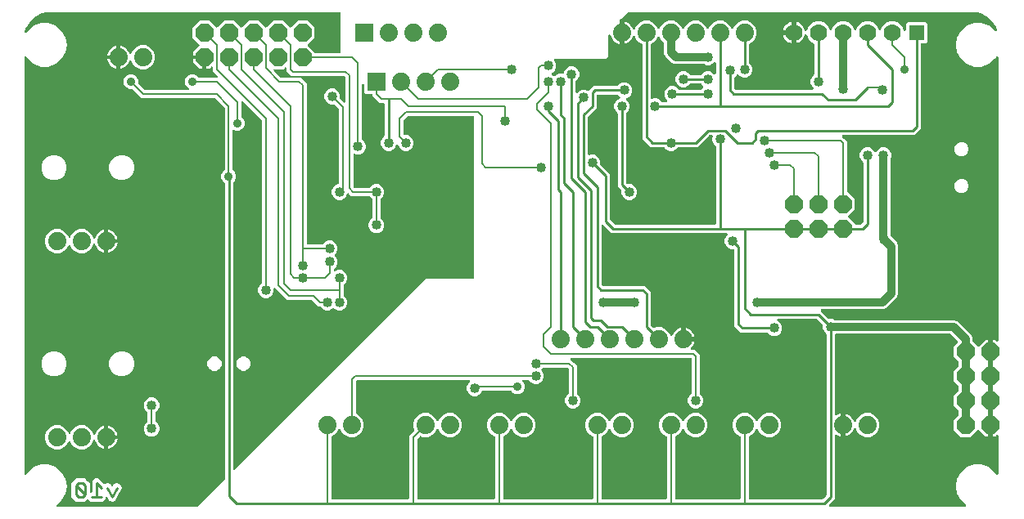
<source format=gbr>
G04 EAGLE Gerber RS-274X export*
G75*
%MOMM*%
%FSLAX34Y34*%
%LPD*%
%INBottom Copper*%
%IPPOS*%
%AMOC8*
5,1,8,0,0,1.08239X$1,22.5*%
G01*
%ADD10C,0.279400*%
%ADD11C,1.879600*%
%ADD12R,1.879600X1.879600*%
%ADD13P,2.034460X8X22.500000*%
%ADD14P,2.034460X8X292.500000*%
%ADD15R,1.609600X1.609600*%
%ADD16C,1.778000*%
%ADD17C,1.016000*%
%ADD18C,0.812800*%
%ADD19C,0.203200*%
%ADD20C,0.254000*%
%ADD21C,0.889000*%

G36*
X183221Y4331D02*
X183221Y4331D01*
X183308Y4334D01*
X183361Y4351D01*
X183415Y4359D01*
X183495Y4394D01*
X183579Y4421D01*
X183618Y4449D01*
X183675Y4475D01*
X183788Y4571D01*
X183852Y4616D01*
X211284Y32048D01*
X211295Y32063D01*
X211304Y32070D01*
X211328Y32107D01*
X211336Y32118D01*
X211396Y32182D01*
X211422Y32231D01*
X211455Y32275D01*
X211486Y32357D01*
X211526Y32435D01*
X211534Y32483D01*
X211556Y32541D01*
X211568Y32689D01*
X211581Y32766D01*
X211581Y339410D01*
X211574Y339459D01*
X211575Y339468D01*
X211572Y339479D01*
X211569Y339497D01*
X211566Y339585D01*
X211549Y339637D01*
X211541Y339692D01*
X211506Y339772D01*
X211479Y339855D01*
X211451Y339894D01*
X211425Y339951D01*
X211329Y340065D01*
X211284Y340128D01*
X209247Y342165D01*
X208106Y344919D01*
X208106Y347901D01*
X209247Y350655D01*
X211238Y352646D01*
X211290Y352716D01*
X211350Y352779D01*
X211376Y352829D01*
X211409Y352873D01*
X211440Y352955D01*
X211480Y353032D01*
X211488Y353080D01*
X211510Y353138D01*
X211522Y353286D01*
X211535Y353364D01*
X211535Y417296D01*
X211523Y417382D01*
X211520Y417470D01*
X211503Y417522D01*
X211495Y417577D01*
X211460Y417657D01*
X211433Y417740D01*
X211405Y417780D01*
X211379Y417837D01*
X211283Y417950D01*
X211238Y418014D01*
X201814Y427438D01*
X201744Y427490D01*
X201680Y427550D01*
X201631Y427576D01*
X201586Y427609D01*
X201505Y427640D01*
X201427Y427680D01*
X201379Y427688D01*
X201321Y427710D01*
X201173Y427722D01*
X201096Y427735D01*
X125316Y427735D01*
X116343Y436709D01*
X116273Y436761D01*
X116209Y436821D01*
X116160Y436847D01*
X116115Y436880D01*
X116034Y436911D01*
X115956Y436951D01*
X115908Y436959D01*
X115850Y436981D01*
X115702Y436993D01*
X115625Y437006D01*
X112809Y437006D01*
X110055Y438147D01*
X107947Y440255D01*
X106806Y443009D01*
X106806Y445991D01*
X107947Y448745D01*
X110055Y450853D01*
X112809Y451994D01*
X115791Y451994D01*
X118545Y450853D01*
X120653Y448745D01*
X121794Y445991D01*
X121794Y443175D01*
X121806Y443089D01*
X121809Y443001D01*
X121826Y442949D01*
X121834Y442894D01*
X121869Y442814D01*
X121896Y442731D01*
X121924Y442691D01*
X121950Y442634D01*
X122046Y442521D01*
X122091Y442457D01*
X128386Y436162D01*
X128456Y436110D01*
X128520Y436050D01*
X128569Y436024D01*
X128614Y435991D01*
X128695Y435960D01*
X128773Y435920D01*
X128821Y435912D01*
X128879Y435890D01*
X129027Y435878D01*
X129104Y435865D01*
X173961Y435865D01*
X174046Y435877D01*
X174132Y435879D01*
X174187Y435897D01*
X174243Y435905D01*
X174321Y435940D01*
X174403Y435966D01*
X174450Y435998D01*
X174502Y436021D01*
X174568Y436076D01*
X174639Y436124D01*
X174676Y436168D01*
X174719Y436204D01*
X174767Y436276D01*
X174822Y436342D01*
X174845Y436394D01*
X174877Y436441D01*
X174903Y436523D01*
X174938Y436602D01*
X174945Y436658D01*
X174963Y436712D01*
X174965Y436798D01*
X174977Y436883D01*
X174968Y436939D01*
X174970Y436996D01*
X174948Y437079D01*
X174936Y437165D01*
X174912Y437216D01*
X174898Y437271D01*
X174854Y437345D01*
X174819Y437424D01*
X174782Y437467D01*
X174753Y437516D01*
X174690Y437575D01*
X174634Y437640D01*
X174593Y437666D01*
X174546Y437710D01*
X174416Y437776D01*
X174350Y437818D01*
X173555Y438147D01*
X171447Y440255D01*
X170306Y443009D01*
X170306Y445991D01*
X171447Y448745D01*
X173555Y450853D01*
X176309Y451994D01*
X179291Y451994D01*
X182045Y450853D01*
X184036Y448862D01*
X184105Y448810D01*
X184169Y448750D01*
X184219Y448724D01*
X184263Y448691D01*
X184345Y448660D01*
X184422Y448620D01*
X184470Y448612D01*
X184529Y448590D01*
X184676Y448578D01*
X184754Y448565D01*
X203636Y448565D01*
X203665Y448569D01*
X203694Y448566D01*
X203805Y448589D01*
X203917Y448605D01*
X203944Y448617D01*
X203973Y448622D01*
X204073Y448675D01*
X204177Y448721D01*
X204199Y448740D01*
X204225Y448753D01*
X204307Y448831D01*
X204394Y448904D01*
X204410Y448929D01*
X204431Y448949D01*
X204489Y449047D01*
X204551Y449141D01*
X204560Y449169D01*
X204575Y449194D01*
X204603Y449304D01*
X204637Y449412D01*
X204638Y449442D01*
X204645Y449470D01*
X204642Y449583D01*
X204644Y449696D01*
X204637Y449725D01*
X204636Y449754D01*
X204601Y449862D01*
X204573Y449971D01*
X204558Y449997D01*
X204549Y450025D01*
X204503Y450088D01*
X204427Y450216D01*
X204382Y450259D01*
X204354Y450298D01*
X201814Y452838D01*
X199135Y455516D01*
X199135Y459200D01*
X199131Y459229D01*
X199134Y459259D01*
X199111Y459369D01*
X199095Y459482D01*
X199083Y459509D01*
X199078Y459537D01*
X199025Y459638D01*
X198979Y459741D01*
X198960Y459764D01*
X198947Y459790D01*
X198869Y459872D01*
X198796Y459958D01*
X198771Y459975D01*
X198751Y459996D01*
X198653Y460053D01*
X198559Y460116D01*
X198531Y460125D01*
X198506Y460140D01*
X198396Y460167D01*
X198288Y460202D01*
X198258Y460202D01*
X198230Y460210D01*
X198117Y460206D01*
X198004Y460209D01*
X197975Y460202D01*
X197946Y460201D01*
X197838Y460166D01*
X197729Y460137D01*
X197703Y460122D01*
X197675Y460113D01*
X197612Y460068D01*
X197484Y459992D01*
X197441Y459946D01*
X197402Y459918D01*
X195445Y457961D01*
X192531Y457961D01*
X192531Y468884D01*
X192523Y468942D01*
X192525Y469000D01*
X192503Y469082D01*
X192491Y469165D01*
X192467Y469219D01*
X192453Y469275D01*
X192410Y469348D01*
X192375Y469425D01*
X192337Y469469D01*
X192307Y469520D01*
X192246Y469577D01*
X192191Y469642D01*
X192143Y469674D01*
X192100Y469714D01*
X192025Y469753D01*
X191955Y469799D01*
X191899Y469817D01*
X191847Y469844D01*
X191779Y469855D01*
X191684Y469885D01*
X191584Y469888D01*
X191516Y469899D01*
X190499Y469899D01*
X190499Y470916D01*
X190491Y470974D01*
X190492Y471032D01*
X190471Y471114D01*
X190459Y471197D01*
X190435Y471251D01*
X190421Y471307D01*
X190378Y471380D01*
X190343Y471457D01*
X190305Y471502D01*
X190275Y471552D01*
X190214Y471610D01*
X190159Y471674D01*
X190111Y471706D01*
X190068Y471746D01*
X189993Y471785D01*
X189923Y471831D01*
X189867Y471849D01*
X189815Y471876D01*
X189747Y471887D01*
X189652Y471917D01*
X189552Y471920D01*
X189484Y471931D01*
X178561Y471931D01*
X178561Y474845D01*
X185239Y481523D01*
X185274Y481570D01*
X185317Y481610D01*
X185359Y481683D01*
X185410Y481750D01*
X185431Y481805D01*
X185460Y481855D01*
X185481Y481937D01*
X185511Y482016D01*
X185516Y482074D01*
X185530Y482131D01*
X185528Y482215D01*
X185535Y482299D01*
X185523Y482356D01*
X185521Y482415D01*
X185495Y482495D01*
X185479Y482578D01*
X185452Y482630D01*
X185434Y482685D01*
X185394Y482742D01*
X185348Y482830D01*
X185279Y482903D01*
X185239Y482959D01*
X178053Y490144D01*
X178053Y500456D01*
X185344Y507747D01*
X195656Y507747D01*
X202482Y500920D01*
X202529Y500885D01*
X202569Y500843D01*
X202642Y500800D01*
X202709Y500749D01*
X202764Y500729D01*
X202814Y500699D01*
X202896Y500678D01*
X202975Y500648D01*
X203033Y500643D01*
X203090Y500629D01*
X203174Y500632D01*
X203258Y500625D01*
X203316Y500636D01*
X203374Y500638D01*
X203454Y500664D01*
X203537Y500680D01*
X203589Y500707D01*
X203645Y500725D01*
X203701Y500765D01*
X203789Y500811D01*
X203862Y500880D01*
X203918Y500920D01*
X210744Y507747D01*
X221056Y507747D01*
X227882Y500920D01*
X227929Y500885D01*
X227969Y500843D01*
X228042Y500800D01*
X228109Y500749D01*
X228164Y500729D01*
X228214Y500699D01*
X228296Y500678D01*
X228375Y500648D01*
X228433Y500643D01*
X228490Y500629D01*
X228574Y500632D01*
X228658Y500625D01*
X228716Y500636D01*
X228774Y500638D01*
X228854Y500664D01*
X228937Y500680D01*
X228989Y500707D01*
X229045Y500725D01*
X229101Y500765D01*
X229189Y500811D01*
X229262Y500880D01*
X229318Y500920D01*
X236144Y507747D01*
X246456Y507747D01*
X253282Y500920D01*
X253329Y500885D01*
X253369Y500843D01*
X253442Y500800D01*
X253509Y500749D01*
X253564Y500729D01*
X253614Y500699D01*
X253696Y500678D01*
X253775Y500648D01*
X253833Y500643D01*
X253890Y500629D01*
X253974Y500632D01*
X254058Y500625D01*
X254116Y500636D01*
X254174Y500638D01*
X254254Y500664D01*
X254337Y500680D01*
X254389Y500707D01*
X254445Y500725D01*
X254501Y500765D01*
X254589Y500811D01*
X254662Y500880D01*
X254718Y500920D01*
X261544Y507747D01*
X271856Y507747D01*
X278682Y500920D01*
X278729Y500885D01*
X278769Y500843D01*
X278842Y500800D01*
X278909Y500749D01*
X278964Y500729D01*
X279014Y500699D01*
X279096Y500678D01*
X279175Y500648D01*
X279233Y500643D01*
X279290Y500629D01*
X279374Y500632D01*
X279458Y500625D01*
X279516Y500636D01*
X279574Y500638D01*
X279654Y500664D01*
X279737Y500680D01*
X279789Y500707D01*
X279845Y500725D01*
X279901Y500765D01*
X279989Y500811D01*
X280062Y500880D01*
X280118Y500920D01*
X286944Y507747D01*
X297256Y507747D01*
X304547Y500456D01*
X304547Y490144D01*
X297720Y483318D01*
X297685Y483271D01*
X297643Y483231D01*
X297600Y483158D01*
X297549Y483091D01*
X297529Y483036D01*
X297499Y482986D01*
X297478Y482904D01*
X297448Y482825D01*
X297443Y482767D01*
X297429Y482710D01*
X297432Y482626D01*
X297425Y482542D01*
X297436Y482484D01*
X297438Y482426D01*
X297464Y482346D01*
X297480Y482263D01*
X297507Y482211D01*
X297525Y482155D01*
X297565Y482099D01*
X297611Y482011D01*
X297680Y481938D01*
X297720Y481882D01*
X304547Y475056D01*
X304547Y474980D01*
X304555Y474922D01*
X304553Y474864D01*
X304575Y474782D01*
X304587Y474698D01*
X304610Y474645D01*
X304625Y474589D01*
X304668Y474516D01*
X304703Y474439D01*
X304741Y474394D01*
X304770Y474344D01*
X304832Y474286D01*
X304886Y474222D01*
X304935Y474190D01*
X304978Y474150D01*
X305053Y474111D01*
X305123Y474064D01*
X305179Y474047D01*
X305231Y474020D01*
X305299Y474009D01*
X305394Y473979D01*
X305494Y473976D01*
X305562Y473965D01*
X330200Y473965D01*
X330258Y473973D01*
X330316Y473971D01*
X330398Y473993D01*
X330482Y474005D01*
X330535Y474028D01*
X330591Y474043D01*
X330664Y474086D01*
X330741Y474121D01*
X330786Y474159D01*
X330836Y474188D01*
X330894Y474250D01*
X330958Y474304D01*
X330990Y474353D01*
X331030Y474396D01*
X331069Y474471D01*
X331116Y474541D01*
X331133Y474597D01*
X331160Y474649D01*
X331171Y474717D01*
X331201Y474812D01*
X331204Y474912D01*
X331215Y474980D01*
X331215Y515366D01*
X331207Y515424D01*
X331209Y515482D01*
X331187Y515564D01*
X331175Y515648D01*
X331152Y515701D01*
X331137Y515757D01*
X331094Y515830D01*
X331059Y515907D01*
X331021Y515952D01*
X330992Y516002D01*
X330930Y516060D01*
X330876Y516124D01*
X330827Y516156D01*
X330784Y516196D01*
X330709Y516235D01*
X330639Y516282D01*
X330583Y516299D01*
X330531Y516326D01*
X330463Y516337D01*
X330368Y516367D01*
X330268Y516370D01*
X330200Y516381D01*
X26061Y516381D01*
X25852Y516352D01*
X25797Y516346D01*
X22766Y515531D01*
X22653Y515483D01*
X22580Y515461D01*
X16251Y512331D01*
X16079Y512213D01*
X16031Y512184D01*
X10728Y507523D01*
X10592Y507365D01*
X10553Y507324D01*
X6637Y501449D01*
X6547Y501262D01*
X6520Y501212D01*
X4823Y496194D01*
X4815Y496152D01*
X4799Y496113D01*
X4789Y496013D01*
X4770Y495915D01*
X4774Y495872D01*
X4770Y495830D01*
X4788Y495731D01*
X4797Y495632D01*
X4813Y495592D01*
X4820Y495550D01*
X4865Y495460D01*
X4902Y495367D01*
X4928Y495334D01*
X4947Y495295D01*
X5014Y495221D01*
X5075Y495142D01*
X5110Y495117D01*
X5138Y495085D01*
X5224Y495033D01*
X5305Y494974D01*
X5344Y494959D01*
X5381Y494937D01*
X5478Y494910D01*
X5571Y494876D01*
X5614Y494873D01*
X5655Y494862D01*
X5755Y494863D01*
X5855Y494856D01*
X5897Y494865D01*
X5939Y494865D01*
X6035Y494894D01*
X6133Y494915D01*
X6171Y494935D01*
X6211Y494948D01*
X6295Y495002D01*
X6384Y495049D01*
X6414Y495079D01*
X6450Y495102D01*
X6499Y495161D01*
X6587Y495248D01*
X6620Y495308D01*
X6664Y495361D01*
X7815Y497355D01*
X13922Y502480D01*
X21414Y505207D01*
X29386Y505207D01*
X36878Y502480D01*
X42985Y497356D01*
X46971Y490451D01*
X48355Y482600D01*
X46971Y474749D01*
X42985Y467845D01*
X36878Y462720D01*
X29386Y459993D01*
X21414Y459993D01*
X13922Y462720D01*
X7815Y467844D01*
X6213Y470619D01*
X6201Y470635D01*
X6193Y470652D01*
X6114Y470746D01*
X6038Y470843D01*
X6022Y470854D01*
X6009Y470869D01*
X5907Y470938D01*
X5808Y471009D01*
X5789Y471016D01*
X5773Y471027D01*
X5655Y471064D01*
X5540Y471106D01*
X5520Y471107D01*
X5502Y471113D01*
X5379Y471116D01*
X5256Y471124D01*
X5237Y471120D01*
X5218Y471120D01*
X5099Y471089D01*
X4979Y471063D01*
X4961Y471053D01*
X4943Y471048D01*
X4837Y470986D01*
X4729Y470927D01*
X4715Y470913D01*
X4698Y470903D01*
X4614Y470813D01*
X4527Y470727D01*
X4517Y470710D01*
X4504Y470696D01*
X4448Y470586D01*
X4388Y470479D01*
X4383Y470460D01*
X4374Y470443D01*
X4362Y470370D01*
X4323Y470202D01*
X4325Y470151D01*
X4319Y470111D01*
X4319Y37889D01*
X4321Y37869D01*
X4319Y37850D01*
X4341Y37729D01*
X4359Y37607D01*
X4367Y37589D01*
X4370Y37570D01*
X4425Y37460D01*
X4475Y37348D01*
X4487Y37333D01*
X4496Y37315D01*
X4579Y37224D01*
X4658Y37131D01*
X4675Y37120D01*
X4688Y37105D01*
X4793Y37041D01*
X4895Y36973D01*
X4914Y36967D01*
X4930Y36957D01*
X5049Y36924D01*
X5166Y36887D01*
X5186Y36887D01*
X5205Y36882D01*
X5327Y36883D01*
X5450Y36880D01*
X5469Y36885D01*
X5489Y36885D01*
X5607Y36921D01*
X5725Y36952D01*
X5742Y36962D01*
X5761Y36967D01*
X5864Y37034D01*
X5970Y37097D01*
X5983Y37111D01*
X6000Y37122D01*
X6046Y37179D01*
X6164Y37304D01*
X6188Y37350D01*
X6213Y37381D01*
X7815Y40156D01*
X13922Y45280D01*
X21414Y48007D01*
X29386Y48007D01*
X36878Y45280D01*
X42985Y40156D01*
X46971Y33251D01*
X48355Y25400D01*
X46971Y17549D01*
X42985Y10645D01*
X37583Y6112D01*
X37534Y6057D01*
X37478Y6009D01*
X37439Y5952D01*
X37393Y5900D01*
X37361Y5834D01*
X37320Y5773D01*
X37299Y5707D01*
X37269Y5644D01*
X37256Y5572D01*
X37234Y5502D01*
X37232Y5433D01*
X37221Y5364D01*
X37229Y5291D01*
X37227Y5218D01*
X37244Y5151D01*
X37252Y5082D01*
X37280Y5014D01*
X37299Y4943D01*
X37334Y4883D01*
X37361Y4819D01*
X37406Y4761D01*
X37444Y4698D01*
X37495Y4651D01*
X37538Y4597D01*
X37598Y4554D01*
X37651Y4504D01*
X37713Y4472D01*
X37770Y4432D01*
X37839Y4408D01*
X37904Y4374D01*
X37963Y4364D01*
X38038Y4338D01*
X38160Y4331D01*
X38236Y4319D01*
X183134Y4319D01*
X183221Y4331D01*
G37*
G36*
X401184Y11954D02*
X401184Y11954D01*
X401303Y11961D01*
X401341Y11974D01*
X401382Y11979D01*
X401492Y12022D01*
X401605Y12059D01*
X401640Y12081D01*
X401677Y12096D01*
X401773Y12165D01*
X401874Y12229D01*
X401902Y12259D01*
X401935Y12282D01*
X402011Y12374D01*
X402092Y12461D01*
X402112Y12496D01*
X402137Y12527D01*
X402188Y12635D01*
X402246Y12739D01*
X402256Y12779D01*
X402273Y12815D01*
X402295Y12932D01*
X402325Y13047D01*
X402329Y13107D01*
X402333Y13127D01*
X402331Y13148D01*
X402335Y13208D01*
X402335Y77884D01*
X407290Y82839D01*
X407308Y82862D01*
X407331Y82881D01*
X407406Y82987D01*
X407485Y83090D01*
X407497Y83117D01*
X407514Y83141D01*
X407560Y83263D01*
X407612Y83382D01*
X407616Y83411D01*
X407627Y83439D01*
X407641Y83568D01*
X407661Y83696D01*
X407659Y83725D01*
X407662Y83755D01*
X407644Y83883D01*
X407632Y84013D01*
X407622Y84040D01*
X407618Y84070D01*
X407565Y84222D01*
X406653Y86424D01*
X406653Y91376D01*
X408548Y95950D01*
X412050Y99452D01*
X416624Y101347D01*
X421576Y101347D01*
X426150Y99452D01*
X429652Y95951D01*
X430627Y93595D01*
X430696Y93474D01*
X430761Y93352D01*
X430775Y93337D01*
X430785Y93319D01*
X430882Y93219D01*
X430975Y93116D01*
X430992Y93105D01*
X431006Y93091D01*
X431124Y93018D01*
X431241Y92942D01*
X431260Y92935D01*
X431277Y92924D01*
X431410Y92884D01*
X431542Y92838D01*
X431562Y92837D01*
X431581Y92831D01*
X431720Y92824D01*
X431859Y92813D01*
X431879Y92817D01*
X431899Y92816D01*
X432035Y92844D01*
X432172Y92868D01*
X432191Y92876D01*
X432210Y92880D01*
X432335Y92941D01*
X432462Y92998D01*
X432478Y93011D01*
X432496Y93020D01*
X432602Y93110D01*
X432710Y93197D01*
X432723Y93213D01*
X432738Y93226D01*
X432818Y93340D01*
X432902Y93451D01*
X432914Y93476D01*
X432921Y93486D01*
X432928Y93505D01*
X432973Y93595D01*
X433948Y95950D01*
X437450Y99452D01*
X442024Y101347D01*
X446976Y101347D01*
X451550Y99452D01*
X455052Y95950D01*
X456947Y91376D01*
X456947Y86424D01*
X455052Y81850D01*
X451550Y78348D01*
X446976Y76453D01*
X442024Y76453D01*
X437450Y78348D01*
X433948Y81850D01*
X432973Y84205D01*
X432904Y84325D01*
X432839Y84448D01*
X432825Y84463D01*
X432815Y84481D01*
X432718Y84581D01*
X432625Y84684D01*
X432608Y84695D01*
X432594Y84709D01*
X432475Y84782D01*
X432359Y84858D01*
X432340Y84865D01*
X432323Y84876D01*
X432190Y84917D01*
X432058Y84962D01*
X432038Y84963D01*
X432019Y84969D01*
X431880Y84976D01*
X431741Y84987D01*
X431721Y84983D01*
X431701Y84984D01*
X431565Y84956D01*
X431428Y84932D01*
X431409Y84924D01*
X431390Y84920D01*
X431264Y84859D01*
X431138Y84802D01*
X431122Y84789D01*
X431104Y84780D01*
X430998Y84690D01*
X430890Y84603D01*
X430877Y84587D01*
X430862Y84574D01*
X430782Y84460D01*
X430698Y84349D01*
X430686Y84324D01*
X430679Y84314D01*
X430672Y84295D01*
X430627Y84205D01*
X429652Y81849D01*
X426150Y78348D01*
X421576Y76453D01*
X416624Y76453D01*
X414422Y77365D01*
X414394Y77373D01*
X414367Y77387D01*
X414240Y77415D01*
X414115Y77449D01*
X414086Y77450D01*
X414057Y77456D01*
X413927Y77452D01*
X413797Y77454D01*
X413769Y77448D01*
X413739Y77447D01*
X413614Y77411D01*
X413488Y77380D01*
X413462Y77366D01*
X413434Y77358D01*
X413322Y77292D01*
X413207Y77232D01*
X413185Y77212D01*
X413160Y77197D01*
X413039Y77090D01*
X410836Y74888D01*
X410776Y74810D01*
X410708Y74738D01*
X410679Y74685D01*
X410642Y74637D01*
X410602Y74546D01*
X410554Y74459D01*
X410539Y74401D01*
X410515Y74345D01*
X410500Y74247D01*
X410475Y74151D01*
X410469Y74051D01*
X410465Y74031D01*
X410467Y74019D01*
X410465Y73991D01*
X410465Y13208D01*
X410480Y13090D01*
X410487Y12971D01*
X410500Y12933D01*
X410505Y12892D01*
X410548Y12782D01*
X410585Y12669D01*
X410607Y12634D01*
X410622Y12597D01*
X410691Y12501D01*
X410755Y12400D01*
X410785Y12372D01*
X410808Y12339D01*
X410900Y12263D01*
X410987Y12182D01*
X411022Y12162D01*
X411053Y12137D01*
X411161Y12086D01*
X411265Y12028D01*
X411305Y12018D01*
X411341Y12001D01*
X411458Y11979D01*
X411573Y11949D01*
X411633Y11945D01*
X411653Y11941D01*
X411674Y11943D01*
X411734Y11939D01*
X489966Y11939D01*
X490084Y11954D01*
X490203Y11961D01*
X490241Y11974D01*
X490282Y11979D01*
X490392Y12022D01*
X490505Y12059D01*
X490540Y12081D01*
X490577Y12096D01*
X490673Y12165D01*
X490774Y12229D01*
X490802Y12259D01*
X490835Y12282D01*
X490911Y12374D01*
X490992Y12461D01*
X491012Y12496D01*
X491037Y12527D01*
X491088Y12635D01*
X491146Y12739D01*
X491156Y12779D01*
X491173Y12815D01*
X491195Y12932D01*
X491225Y13047D01*
X491229Y13107D01*
X491233Y13127D01*
X491231Y13148D01*
X491235Y13208D01*
X491235Y76263D01*
X491232Y76293D01*
X491234Y76322D01*
X491212Y76450D01*
X491195Y76579D01*
X491185Y76606D01*
X491180Y76635D01*
X491126Y76754D01*
X491078Y76875D01*
X491061Y76898D01*
X491049Y76925D01*
X490968Y77027D01*
X490892Y77132D01*
X490869Y77151D01*
X490850Y77174D01*
X490747Y77252D01*
X490647Y77335D01*
X490620Y77347D01*
X490596Y77365D01*
X490452Y77436D01*
X488250Y78348D01*
X484748Y81850D01*
X482853Y86424D01*
X482853Y91376D01*
X484748Y95950D01*
X488250Y99452D01*
X492824Y101347D01*
X497776Y101347D01*
X502350Y99452D01*
X505852Y95951D01*
X506827Y93595D01*
X506896Y93474D01*
X506961Y93352D01*
X506975Y93337D01*
X506985Y93319D01*
X507082Y93219D01*
X507175Y93116D01*
X507192Y93105D01*
X507206Y93091D01*
X507324Y93018D01*
X507441Y92942D01*
X507460Y92935D01*
X507477Y92924D01*
X507610Y92884D01*
X507742Y92838D01*
X507762Y92837D01*
X507781Y92831D01*
X507920Y92824D01*
X508059Y92813D01*
X508079Y92817D01*
X508099Y92816D01*
X508235Y92844D01*
X508372Y92868D01*
X508391Y92876D01*
X508410Y92880D01*
X508535Y92941D01*
X508662Y92998D01*
X508678Y93011D01*
X508696Y93020D01*
X508802Y93110D01*
X508910Y93197D01*
X508923Y93213D01*
X508938Y93226D01*
X509018Y93340D01*
X509102Y93451D01*
X509114Y93476D01*
X509121Y93486D01*
X509128Y93505D01*
X509173Y93595D01*
X510148Y95950D01*
X513650Y99452D01*
X518224Y101347D01*
X523176Y101347D01*
X527750Y99452D01*
X531252Y95950D01*
X533147Y91376D01*
X533147Y86424D01*
X531252Y81850D01*
X527750Y78348D01*
X523176Y76453D01*
X518224Y76453D01*
X513650Y78348D01*
X510148Y81850D01*
X509173Y84205D01*
X509104Y84325D01*
X509039Y84448D01*
X509025Y84463D01*
X509015Y84481D01*
X508918Y84581D01*
X508825Y84684D01*
X508808Y84695D01*
X508794Y84709D01*
X508675Y84782D01*
X508559Y84858D01*
X508540Y84865D01*
X508523Y84876D01*
X508390Y84917D01*
X508258Y84962D01*
X508238Y84963D01*
X508219Y84969D01*
X508080Y84976D01*
X507941Y84987D01*
X507921Y84983D01*
X507901Y84984D01*
X507765Y84956D01*
X507628Y84932D01*
X507609Y84924D01*
X507590Y84920D01*
X507464Y84859D01*
X507338Y84802D01*
X507322Y84789D01*
X507304Y84780D01*
X507198Y84690D01*
X507090Y84603D01*
X507077Y84587D01*
X507062Y84574D01*
X506982Y84460D01*
X506898Y84349D01*
X506886Y84324D01*
X506879Y84314D01*
X506872Y84295D01*
X506827Y84205D01*
X505852Y81849D01*
X502350Y78348D01*
X500148Y77436D01*
X500123Y77421D01*
X500095Y77412D01*
X499985Y77343D01*
X499872Y77278D01*
X499851Y77258D01*
X499826Y77242D01*
X499737Y77148D01*
X499644Y77057D01*
X499628Y77032D01*
X499608Y77010D01*
X499545Y76897D01*
X499477Y76786D01*
X499469Y76758D01*
X499454Y76732D01*
X499422Y76606D01*
X499384Y76482D01*
X499382Y76453D01*
X499375Y76424D01*
X499365Y76263D01*
X499365Y13208D01*
X499380Y13090D01*
X499387Y12971D01*
X499400Y12933D01*
X499405Y12892D01*
X499448Y12782D01*
X499485Y12669D01*
X499507Y12634D01*
X499522Y12597D01*
X499591Y12501D01*
X499655Y12400D01*
X499685Y12372D01*
X499708Y12339D01*
X499800Y12263D01*
X499887Y12182D01*
X499922Y12162D01*
X499953Y12137D01*
X500061Y12086D01*
X500165Y12028D01*
X500205Y12018D01*
X500241Y12001D01*
X500358Y11979D01*
X500473Y11949D01*
X500533Y11945D01*
X500553Y11941D01*
X500574Y11943D01*
X500634Y11939D01*
X591566Y11939D01*
X591684Y11954D01*
X591803Y11961D01*
X591841Y11974D01*
X591882Y11979D01*
X591992Y12022D01*
X592105Y12059D01*
X592140Y12081D01*
X592177Y12096D01*
X592273Y12165D01*
X592374Y12229D01*
X592402Y12259D01*
X592435Y12282D01*
X592511Y12374D01*
X592592Y12461D01*
X592612Y12496D01*
X592637Y12527D01*
X592688Y12635D01*
X592746Y12739D01*
X592756Y12779D01*
X592773Y12815D01*
X592795Y12932D01*
X592825Y13047D01*
X592829Y13107D01*
X592833Y13127D01*
X592831Y13148D01*
X592835Y13208D01*
X592835Y76263D01*
X592832Y76293D01*
X592834Y76322D01*
X592812Y76450D01*
X592795Y76579D01*
X592785Y76606D01*
X592780Y76635D01*
X592726Y76754D01*
X592678Y76875D01*
X592661Y76898D01*
X592649Y76925D01*
X592568Y77027D01*
X592492Y77132D01*
X592469Y77151D01*
X592450Y77174D01*
X592347Y77252D01*
X592247Y77335D01*
X592220Y77347D01*
X592196Y77365D01*
X592052Y77436D01*
X589850Y78348D01*
X586348Y81850D01*
X584453Y86424D01*
X584453Y91376D01*
X586348Y95950D01*
X589850Y99452D01*
X594424Y101347D01*
X599376Y101347D01*
X603950Y99452D01*
X607452Y95951D01*
X608427Y93595D01*
X608496Y93474D01*
X608561Y93352D01*
X608575Y93337D01*
X608585Y93319D01*
X608682Y93219D01*
X608775Y93116D01*
X608792Y93105D01*
X608806Y93091D01*
X608924Y93018D01*
X609041Y92942D01*
X609060Y92935D01*
X609077Y92924D01*
X609210Y92884D01*
X609342Y92838D01*
X609362Y92837D01*
X609381Y92831D01*
X609520Y92824D01*
X609659Y92813D01*
X609679Y92817D01*
X609699Y92816D01*
X609835Y92844D01*
X609972Y92868D01*
X609991Y92876D01*
X610010Y92880D01*
X610135Y92941D01*
X610262Y92998D01*
X610278Y93011D01*
X610296Y93020D01*
X610402Y93110D01*
X610510Y93197D01*
X610523Y93213D01*
X610538Y93226D01*
X610618Y93340D01*
X610702Y93451D01*
X610714Y93476D01*
X610721Y93486D01*
X610728Y93505D01*
X610773Y93595D01*
X611748Y95950D01*
X615250Y99452D01*
X619824Y101347D01*
X624776Y101347D01*
X629350Y99452D01*
X632852Y95950D01*
X634747Y91376D01*
X634747Y86424D01*
X632852Y81850D01*
X629350Y78348D01*
X624776Y76453D01*
X619824Y76453D01*
X615250Y78348D01*
X611748Y81850D01*
X610773Y84205D01*
X610704Y84325D01*
X610639Y84448D01*
X610625Y84463D01*
X610615Y84481D01*
X610518Y84581D01*
X610425Y84684D01*
X610408Y84695D01*
X610394Y84709D01*
X610275Y84782D01*
X610159Y84858D01*
X610140Y84865D01*
X610123Y84876D01*
X609990Y84917D01*
X609858Y84962D01*
X609838Y84963D01*
X609819Y84969D01*
X609680Y84976D01*
X609541Y84987D01*
X609521Y84983D01*
X609501Y84984D01*
X609365Y84956D01*
X609228Y84932D01*
X609209Y84924D01*
X609190Y84920D01*
X609064Y84859D01*
X608938Y84802D01*
X608922Y84789D01*
X608904Y84780D01*
X608798Y84690D01*
X608690Y84603D01*
X608677Y84587D01*
X608662Y84574D01*
X608582Y84460D01*
X608498Y84349D01*
X608486Y84324D01*
X608479Y84314D01*
X608472Y84295D01*
X608427Y84205D01*
X607452Y81849D01*
X603950Y78348D01*
X601748Y77436D01*
X601723Y77421D01*
X601695Y77412D01*
X601585Y77343D01*
X601472Y77278D01*
X601451Y77258D01*
X601426Y77242D01*
X601337Y77148D01*
X601244Y77057D01*
X601228Y77032D01*
X601208Y77010D01*
X601145Y76897D01*
X601077Y76786D01*
X601069Y76758D01*
X601054Y76732D01*
X601022Y76606D01*
X600984Y76482D01*
X600982Y76453D01*
X600975Y76424D01*
X600965Y76263D01*
X600965Y13208D01*
X600980Y13090D01*
X600987Y12971D01*
X601000Y12933D01*
X601005Y12892D01*
X601048Y12782D01*
X601085Y12669D01*
X601107Y12634D01*
X601122Y12597D01*
X601191Y12501D01*
X601255Y12400D01*
X601285Y12372D01*
X601308Y12339D01*
X601400Y12263D01*
X601487Y12182D01*
X601522Y12162D01*
X601553Y12137D01*
X601661Y12086D01*
X601765Y12028D01*
X601805Y12018D01*
X601841Y12001D01*
X601958Y11979D01*
X602073Y11949D01*
X602133Y11945D01*
X602153Y11941D01*
X602174Y11943D01*
X602234Y11939D01*
X667766Y11939D01*
X667884Y11954D01*
X668003Y11961D01*
X668041Y11974D01*
X668082Y11979D01*
X668192Y12022D01*
X668305Y12059D01*
X668340Y12081D01*
X668377Y12096D01*
X668473Y12165D01*
X668574Y12229D01*
X668602Y12259D01*
X668635Y12282D01*
X668711Y12374D01*
X668792Y12461D01*
X668812Y12496D01*
X668837Y12527D01*
X668888Y12635D01*
X668946Y12739D01*
X668956Y12779D01*
X668973Y12815D01*
X668995Y12932D01*
X669025Y13047D01*
X669029Y13107D01*
X669033Y13127D01*
X669031Y13148D01*
X669035Y13208D01*
X669035Y76263D01*
X669032Y76293D01*
X669034Y76322D01*
X669012Y76450D01*
X668995Y76579D01*
X668985Y76606D01*
X668980Y76635D01*
X668926Y76754D01*
X668878Y76875D01*
X668861Y76898D01*
X668849Y76925D01*
X668768Y77027D01*
X668692Y77132D01*
X668669Y77151D01*
X668650Y77174D01*
X668547Y77252D01*
X668447Y77335D01*
X668420Y77347D01*
X668396Y77365D01*
X668252Y77436D01*
X666050Y78348D01*
X662548Y81850D01*
X660653Y86424D01*
X660653Y91376D01*
X662548Y95950D01*
X666050Y99452D01*
X670624Y101347D01*
X675576Y101347D01*
X680150Y99452D01*
X683652Y95951D01*
X684627Y93595D01*
X684696Y93474D01*
X684761Y93352D01*
X684775Y93337D01*
X684785Y93319D01*
X684882Y93219D01*
X684975Y93116D01*
X684992Y93105D01*
X685006Y93091D01*
X685124Y93018D01*
X685241Y92942D01*
X685260Y92935D01*
X685277Y92924D01*
X685410Y92884D01*
X685542Y92838D01*
X685562Y92837D01*
X685581Y92831D01*
X685720Y92824D01*
X685859Y92813D01*
X685879Y92817D01*
X685899Y92816D01*
X686035Y92844D01*
X686172Y92868D01*
X686191Y92876D01*
X686210Y92880D01*
X686335Y92941D01*
X686462Y92998D01*
X686478Y93011D01*
X686496Y93020D01*
X686602Y93110D01*
X686710Y93197D01*
X686723Y93213D01*
X686738Y93226D01*
X686818Y93340D01*
X686902Y93451D01*
X686914Y93476D01*
X686921Y93486D01*
X686928Y93505D01*
X686973Y93595D01*
X687948Y95950D01*
X691450Y99452D01*
X696024Y101347D01*
X700976Y101347D01*
X705550Y99452D01*
X709052Y95950D01*
X710947Y91376D01*
X710947Y86424D01*
X709052Y81850D01*
X705550Y78348D01*
X700976Y76453D01*
X696024Y76453D01*
X691450Y78348D01*
X687948Y81850D01*
X686973Y84205D01*
X686904Y84325D01*
X686839Y84448D01*
X686825Y84463D01*
X686815Y84481D01*
X686718Y84581D01*
X686625Y84684D01*
X686608Y84695D01*
X686594Y84709D01*
X686475Y84782D01*
X686359Y84858D01*
X686340Y84865D01*
X686323Y84876D01*
X686190Y84917D01*
X686058Y84962D01*
X686038Y84963D01*
X686019Y84969D01*
X685880Y84976D01*
X685741Y84987D01*
X685721Y84983D01*
X685701Y84984D01*
X685565Y84956D01*
X685428Y84932D01*
X685409Y84924D01*
X685390Y84920D01*
X685264Y84859D01*
X685138Y84802D01*
X685122Y84789D01*
X685104Y84780D01*
X684998Y84690D01*
X684890Y84603D01*
X684877Y84587D01*
X684862Y84574D01*
X684782Y84460D01*
X684698Y84349D01*
X684686Y84324D01*
X684679Y84314D01*
X684672Y84295D01*
X684627Y84205D01*
X683652Y81849D01*
X680150Y78348D01*
X677948Y77436D01*
X677923Y77421D01*
X677895Y77412D01*
X677785Y77343D01*
X677672Y77278D01*
X677651Y77258D01*
X677626Y77242D01*
X677537Y77148D01*
X677444Y77057D01*
X677428Y77032D01*
X677408Y77010D01*
X677345Y76897D01*
X677277Y76786D01*
X677269Y76758D01*
X677254Y76732D01*
X677222Y76606D01*
X677184Y76482D01*
X677182Y76453D01*
X677175Y76424D01*
X677165Y76263D01*
X677165Y13208D01*
X677180Y13090D01*
X677187Y12971D01*
X677200Y12933D01*
X677205Y12892D01*
X677248Y12782D01*
X677285Y12669D01*
X677307Y12634D01*
X677322Y12597D01*
X677391Y12501D01*
X677455Y12400D01*
X677485Y12372D01*
X677508Y12339D01*
X677600Y12263D01*
X677687Y12182D01*
X677722Y12162D01*
X677753Y12137D01*
X677861Y12086D01*
X677965Y12028D01*
X678005Y12018D01*
X678041Y12001D01*
X678158Y11979D01*
X678273Y11949D01*
X678333Y11945D01*
X678353Y11941D01*
X678374Y11943D01*
X678434Y11939D01*
X743966Y11939D01*
X744084Y11954D01*
X744203Y11961D01*
X744241Y11974D01*
X744282Y11979D01*
X744392Y12022D01*
X744505Y12059D01*
X744540Y12081D01*
X744577Y12096D01*
X744673Y12165D01*
X744774Y12229D01*
X744802Y12259D01*
X744835Y12282D01*
X744911Y12374D01*
X744992Y12461D01*
X745012Y12496D01*
X745037Y12527D01*
X745088Y12635D01*
X745146Y12739D01*
X745156Y12779D01*
X745173Y12815D01*
X745195Y12932D01*
X745225Y13047D01*
X745229Y13107D01*
X745233Y13127D01*
X745231Y13148D01*
X745235Y13208D01*
X745235Y76263D01*
X745232Y76293D01*
X745234Y76322D01*
X745212Y76450D01*
X745195Y76579D01*
X745185Y76606D01*
X745180Y76635D01*
X745126Y76754D01*
X745078Y76875D01*
X745061Y76898D01*
X745049Y76925D01*
X744968Y77027D01*
X744892Y77132D01*
X744869Y77151D01*
X744850Y77174D01*
X744747Y77252D01*
X744647Y77335D01*
X744620Y77347D01*
X744596Y77365D01*
X744452Y77436D01*
X742250Y78348D01*
X738748Y81850D01*
X736853Y86424D01*
X736853Y91376D01*
X738748Y95950D01*
X742250Y99452D01*
X746824Y101347D01*
X751776Y101347D01*
X756350Y99452D01*
X759852Y95951D01*
X760827Y93595D01*
X760896Y93474D01*
X760961Y93352D01*
X760975Y93337D01*
X760985Y93319D01*
X761082Y93219D01*
X761175Y93116D01*
X761192Y93105D01*
X761206Y93091D01*
X761324Y93018D01*
X761441Y92942D01*
X761460Y92935D01*
X761477Y92924D01*
X761610Y92884D01*
X761742Y92838D01*
X761762Y92837D01*
X761781Y92831D01*
X761920Y92824D01*
X762059Y92813D01*
X762079Y92817D01*
X762099Y92816D01*
X762235Y92844D01*
X762372Y92868D01*
X762391Y92876D01*
X762410Y92880D01*
X762535Y92941D01*
X762662Y92998D01*
X762678Y93011D01*
X762696Y93020D01*
X762802Y93110D01*
X762910Y93197D01*
X762923Y93213D01*
X762938Y93226D01*
X763018Y93340D01*
X763102Y93451D01*
X763114Y93476D01*
X763121Y93486D01*
X763128Y93505D01*
X763173Y93595D01*
X764148Y95950D01*
X767650Y99452D01*
X772224Y101347D01*
X777176Y101347D01*
X781750Y99452D01*
X785252Y95950D01*
X787147Y91376D01*
X787147Y86424D01*
X785252Y81850D01*
X781750Y78348D01*
X777176Y76453D01*
X772224Y76453D01*
X767650Y78348D01*
X764148Y81850D01*
X763173Y84205D01*
X763104Y84325D01*
X763039Y84448D01*
X763025Y84463D01*
X763015Y84481D01*
X762918Y84581D01*
X762825Y84684D01*
X762808Y84695D01*
X762794Y84709D01*
X762675Y84782D01*
X762559Y84858D01*
X762540Y84865D01*
X762523Y84876D01*
X762390Y84917D01*
X762258Y84962D01*
X762238Y84963D01*
X762219Y84969D01*
X762080Y84976D01*
X761941Y84987D01*
X761921Y84983D01*
X761901Y84984D01*
X761765Y84956D01*
X761628Y84932D01*
X761609Y84924D01*
X761590Y84920D01*
X761464Y84859D01*
X761338Y84802D01*
X761322Y84789D01*
X761304Y84780D01*
X761198Y84690D01*
X761090Y84603D01*
X761077Y84587D01*
X761062Y84574D01*
X760982Y84460D01*
X760898Y84349D01*
X760886Y84324D01*
X760879Y84314D01*
X760872Y84295D01*
X760827Y84205D01*
X759852Y81849D01*
X756350Y78348D01*
X754148Y77436D01*
X754123Y77421D01*
X754095Y77412D01*
X753985Y77343D01*
X753872Y77278D01*
X753851Y77258D01*
X753826Y77242D01*
X753737Y77148D01*
X753644Y77057D01*
X753628Y77032D01*
X753608Y77010D01*
X753545Y76897D01*
X753477Y76786D01*
X753469Y76758D01*
X753454Y76732D01*
X753422Y76606D01*
X753384Y76482D01*
X753382Y76453D01*
X753375Y76424D01*
X753365Y76263D01*
X753365Y13208D01*
X753380Y13090D01*
X753387Y12971D01*
X753400Y12933D01*
X753405Y12892D01*
X753448Y12782D01*
X753485Y12669D01*
X753507Y12634D01*
X753522Y12597D01*
X753591Y12501D01*
X753655Y12400D01*
X753685Y12372D01*
X753708Y12339D01*
X753800Y12263D01*
X753887Y12182D01*
X753922Y12162D01*
X753953Y12137D01*
X754061Y12086D01*
X754165Y12028D01*
X754205Y12018D01*
X754241Y12001D01*
X754358Y11979D01*
X754473Y11949D01*
X754533Y11945D01*
X754553Y11941D01*
X754574Y11943D01*
X754634Y11939D01*
X829535Y11939D01*
X829634Y11951D01*
X829733Y11954D01*
X829791Y11971D01*
X829851Y11979D01*
X829943Y12015D01*
X830038Y12043D01*
X830090Y12073D01*
X830147Y12096D01*
X830227Y12154D01*
X830312Y12204D01*
X830387Y12270D01*
X830404Y12282D01*
X830412Y12292D01*
X830433Y12310D01*
X833510Y15387D01*
X833570Y15465D01*
X833638Y15538D01*
X833667Y15591D01*
X833704Y15638D01*
X833744Y15729D01*
X833792Y15816D01*
X833807Y15875D01*
X833831Y15930D01*
X833846Y16028D01*
X833871Y16124D01*
X833877Y16224D01*
X833881Y16244D01*
X833879Y16257D01*
X833881Y16285D01*
X833881Y182797D01*
X833869Y182895D01*
X833866Y182994D01*
X833849Y183053D01*
X833841Y183113D01*
X833805Y183205D01*
X833777Y183300D01*
X833747Y183352D01*
X833724Y183408D01*
X833666Y183488D01*
X833616Y183574D01*
X833550Y183649D01*
X833538Y183666D01*
X833528Y183674D01*
X833510Y183695D01*
X831309Y185895D01*
X830071Y188883D01*
X830071Y191995D01*
X830059Y192094D01*
X830056Y192193D01*
X830039Y192251D01*
X830031Y192311D01*
X829995Y192403D01*
X829967Y192498D01*
X829937Y192550D01*
X829914Y192607D01*
X829856Y192687D01*
X829806Y192772D01*
X829740Y192847D01*
X829728Y192864D01*
X829718Y192872D01*
X829700Y192893D01*
X824083Y198510D01*
X824005Y198570D01*
X823932Y198638D01*
X823879Y198667D01*
X823832Y198704D01*
X823741Y198744D01*
X823654Y198792D01*
X823595Y198807D01*
X823540Y198831D01*
X823442Y198846D01*
X823346Y198871D01*
X823246Y198877D01*
X823226Y198881D01*
X823213Y198879D01*
X823185Y198881D01*
X784102Y198881D01*
X784033Y198873D01*
X783963Y198874D01*
X783876Y198853D01*
X783787Y198841D01*
X783722Y198816D01*
X783654Y198799D01*
X783574Y198757D01*
X783491Y198724D01*
X783434Y198683D01*
X783373Y198651D01*
X783306Y198590D01*
X783234Y198538D01*
X783189Y198484D01*
X783137Y198437D01*
X783088Y198362D01*
X783031Y198293D01*
X783001Y198229D01*
X782963Y198171D01*
X782933Y198086D01*
X782895Y198005D01*
X782882Y197936D01*
X782859Y197870D01*
X782852Y197781D01*
X782835Y197693D01*
X782840Y197623D01*
X782834Y197553D01*
X782850Y197465D01*
X782855Y197375D01*
X782877Y197309D01*
X782889Y197240D01*
X782925Y197158D01*
X782953Y197073D01*
X782990Y197014D01*
X783019Y196950D01*
X783075Y196880D01*
X783123Y196804D01*
X783174Y196756D01*
X783218Y196702D01*
X783289Y196648D01*
X783355Y196586D01*
X783416Y196552D01*
X783472Y196510D01*
X783616Y196439D01*
X784385Y196121D01*
X786671Y193835D01*
X787909Y190847D01*
X787909Y187613D01*
X786671Y184625D01*
X784385Y182339D01*
X781397Y181101D01*
X778163Y181101D01*
X775175Y182339D01*
X772975Y184540D01*
X772896Y184600D01*
X772824Y184668D01*
X772771Y184697D01*
X772723Y184734D01*
X772632Y184774D01*
X772546Y184822D01*
X772487Y184837D01*
X772432Y184861D01*
X772334Y184876D01*
X772238Y184901D01*
X772138Y184907D01*
X772117Y184911D01*
X772105Y184909D01*
X772077Y184911D01*
X744971Y184911D01*
X738631Y191251D01*
X738631Y270002D01*
X738616Y270120D01*
X738609Y270239D01*
X738596Y270277D01*
X738591Y270318D01*
X738548Y270428D01*
X738511Y270541D01*
X738489Y270576D01*
X738474Y270613D01*
X738405Y270709D01*
X738341Y270810D01*
X738311Y270838D01*
X738288Y270871D01*
X738196Y270947D01*
X738109Y271028D01*
X738074Y271048D01*
X738043Y271073D01*
X737935Y271124D01*
X737831Y271182D01*
X737791Y271192D01*
X737755Y271209D01*
X737638Y271231D01*
X737523Y271261D01*
X737463Y271265D01*
X737443Y271269D01*
X737422Y271267D01*
X737362Y271271D01*
X734983Y271271D01*
X731995Y272509D01*
X729709Y274795D01*
X728471Y277783D01*
X728471Y281017D01*
X729709Y284005D01*
X731319Y285615D01*
X731404Y285724D01*
X731493Y285831D01*
X731501Y285850D01*
X731514Y285866D01*
X731569Y285994D01*
X731628Y286119D01*
X731632Y286139D01*
X731640Y286158D01*
X731662Y286295D01*
X731688Y286432D01*
X731687Y286452D01*
X731690Y286472D01*
X731677Y286611D01*
X731668Y286749D01*
X731662Y286768D01*
X731660Y286788D01*
X731613Y286920D01*
X731570Y287051D01*
X731559Y287069D01*
X731552Y287088D01*
X731474Y287203D01*
X731400Y287320D01*
X731385Y287334D01*
X731374Y287351D01*
X731270Y287443D01*
X731168Y287538D01*
X731151Y287548D01*
X731135Y287561D01*
X731011Y287625D01*
X730890Y287692D01*
X730870Y287697D01*
X730852Y287706D01*
X730716Y287736D01*
X730582Y287771D01*
X730554Y287773D01*
X730542Y287776D01*
X730521Y287775D01*
X730421Y287781D01*
X611621Y287781D01*
X604373Y295030D01*
X603385Y296017D01*
X603276Y296102D01*
X603169Y296191D01*
X603150Y296199D01*
X603134Y296212D01*
X603007Y296267D01*
X602881Y296326D01*
X602861Y296330D01*
X602842Y296338D01*
X602704Y296360D01*
X602568Y296386D01*
X602548Y296385D01*
X602528Y296388D01*
X602389Y296375D01*
X602251Y296366D01*
X602232Y296360D01*
X602212Y296358D01*
X602080Y296311D01*
X601949Y296268D01*
X601931Y296258D01*
X601912Y296251D01*
X601797Y296173D01*
X601680Y296098D01*
X601666Y296083D01*
X601649Y296072D01*
X601557Y295968D01*
X601462Y295867D01*
X601452Y295849D01*
X601439Y295834D01*
X601376Y295710D01*
X601308Y295588D01*
X601303Y295568D01*
X601294Y295550D01*
X601264Y295415D01*
X601229Y295280D01*
X601227Y295252D01*
X601224Y295240D01*
X601225Y295220D01*
X601219Y295119D01*
X601219Y234725D01*
X601231Y234626D01*
X601234Y234527D01*
X601251Y234469D01*
X601259Y234409D01*
X601295Y234317D01*
X601323Y234222D01*
X601353Y234170D01*
X601376Y234113D01*
X601434Y234033D01*
X601484Y233948D01*
X601550Y233873D01*
X601562Y233856D01*
X601572Y233848D01*
X601590Y233827D01*
X602127Y233290D01*
X602205Y233230D01*
X602278Y233162D01*
X602331Y233133D01*
X602378Y233096D01*
X602469Y233056D01*
X602556Y233008D01*
X602615Y232993D01*
X602670Y232969D01*
X602768Y232954D01*
X602864Y232929D01*
X602964Y232923D01*
X602984Y232919D01*
X602997Y232921D01*
X603025Y232919D01*
X645679Y232919D01*
X652019Y226579D01*
X652019Y192815D01*
X652031Y192716D01*
X652034Y192617D01*
X652051Y192559D01*
X652059Y192499D01*
X652095Y192407D01*
X652123Y192312D01*
X652153Y192260D01*
X652176Y192203D01*
X652234Y192123D01*
X652284Y192038D01*
X652350Y191963D01*
X652362Y191946D01*
X652372Y191938D01*
X652390Y191917D01*
X654593Y189715D01*
X654616Y189697D01*
X654635Y189674D01*
X654741Y189600D01*
X654844Y189520D01*
X654871Y189508D01*
X654895Y189491D01*
X655017Y189445D01*
X655136Y189394D01*
X655165Y189389D01*
X655193Y189378D01*
X655322Y189364D01*
X655450Y189344D01*
X655479Y189347D01*
X655509Y189343D01*
X655637Y189361D01*
X655767Y189374D01*
X655794Y189384D01*
X655824Y189388D01*
X655976Y189440D01*
X657924Y190247D01*
X662876Y190247D01*
X667450Y188352D01*
X670952Y184850D01*
X672205Y181825D01*
X672220Y181799D01*
X672229Y181770D01*
X672299Y181661D01*
X672363Y181548D01*
X672384Y181527D01*
X672400Y181502D01*
X672494Y181413D01*
X672584Y181320D01*
X672610Y181304D01*
X672631Y181284D01*
X672745Y181221D01*
X672855Y181154D01*
X672884Y181145D01*
X672910Y181131D01*
X673035Y181098D01*
X673159Y181060D01*
X673189Y181059D01*
X673218Y181051D01*
X673348Y181051D01*
X673477Y181045D01*
X673506Y181051D01*
X673536Y181051D01*
X673661Y181083D01*
X673788Y181109D01*
X673815Y181122D01*
X673844Y181130D01*
X673957Y181192D01*
X674074Y181249D01*
X674097Y181268D01*
X674123Y181283D01*
X674217Y181371D01*
X674316Y181455D01*
X674333Y181480D01*
X674355Y181500D01*
X674424Y181609D01*
X674499Y181715D01*
X674510Y181743D01*
X674526Y181769D01*
X674585Y181918D01*
X674736Y182383D01*
X675589Y184057D01*
X676694Y185578D01*
X678022Y186906D01*
X679543Y188011D01*
X681217Y188864D01*
X683004Y189445D01*
X683261Y189485D01*
X683261Y179070D01*
X683276Y178952D01*
X683283Y178833D01*
X683296Y178795D01*
X683301Y178755D01*
X683344Y178644D01*
X683381Y178531D01*
X683403Y178497D01*
X683418Y178459D01*
X683488Y178363D01*
X683551Y178262D01*
X683581Y178234D01*
X683604Y178202D01*
X683696Y178126D01*
X683783Y178044D01*
X683818Y178025D01*
X683849Y177999D01*
X683957Y177948D01*
X684061Y177891D01*
X684101Y177880D01*
X684137Y177863D01*
X684254Y177841D01*
X684369Y177811D01*
X684430Y177807D01*
X684450Y177803D01*
X684470Y177805D01*
X684530Y177801D01*
X685801Y177801D01*
X685801Y176530D01*
X685816Y176412D01*
X685823Y176293D01*
X685836Y176255D01*
X685841Y176214D01*
X685885Y176104D01*
X685921Y175991D01*
X685943Y175956D01*
X685958Y175919D01*
X686028Y175823D01*
X686091Y175722D01*
X686121Y175694D01*
X686145Y175661D01*
X686236Y175586D01*
X686323Y175504D01*
X686358Y175484D01*
X686390Y175459D01*
X686497Y175408D01*
X686602Y175350D01*
X686641Y175340D01*
X686677Y175323D01*
X686794Y175301D01*
X686909Y175271D01*
X686970Y175267D01*
X686990Y175263D01*
X687010Y175265D01*
X687070Y175261D01*
X697485Y175261D01*
X697445Y175004D01*
X696864Y173217D01*
X696011Y171543D01*
X694906Y170022D01*
X693675Y168791D01*
X693590Y168682D01*
X693501Y168575D01*
X693493Y168556D01*
X693480Y168540D01*
X693425Y168413D01*
X693366Y168287D01*
X693362Y168267D01*
X693354Y168248D01*
X693332Y168110D01*
X693306Y167974D01*
X693307Y167954D01*
X693304Y167934D01*
X693317Y167795D01*
X693326Y167657D01*
X693332Y167638D01*
X693334Y167618D01*
X693381Y167486D01*
X693424Y167355D01*
X693435Y167337D01*
X693442Y167318D01*
X693520Y167203D01*
X693594Y167086D01*
X693609Y167072D01*
X693620Y167055D01*
X693725Y166963D01*
X693826Y166868D01*
X693843Y166858D01*
X693859Y166845D01*
X693983Y166781D01*
X694104Y166714D01*
X694124Y166709D01*
X694142Y166700D01*
X694278Y166670D01*
X694412Y166635D01*
X694440Y166633D01*
X694452Y166630D01*
X694473Y166631D01*
X694573Y166625D01*
X697644Y166625D01*
X702565Y161704D01*
X702565Y122257D01*
X702577Y122159D01*
X702580Y122060D01*
X702597Y122001D01*
X702605Y121941D01*
X702641Y121849D01*
X702669Y121754D01*
X702699Y121702D01*
X702722Y121646D01*
X702780Y121566D01*
X702830Y121480D01*
X702896Y121405D01*
X702908Y121388D01*
X702918Y121380D01*
X702936Y121359D01*
X705391Y118905D01*
X706629Y115917D01*
X706629Y112683D01*
X705391Y109695D01*
X703105Y107409D01*
X700117Y106171D01*
X696883Y106171D01*
X693895Y107409D01*
X691609Y109695D01*
X690371Y112683D01*
X690371Y115917D01*
X691609Y118905D01*
X694064Y121359D01*
X694124Y121438D01*
X694192Y121510D01*
X694221Y121563D01*
X694258Y121611D01*
X694298Y121702D01*
X694346Y121788D01*
X694361Y121847D01*
X694385Y121902D01*
X694400Y122000D01*
X694425Y122096D01*
X694431Y122196D01*
X694435Y122217D01*
X694433Y122229D01*
X694435Y122257D01*
X694435Y157226D01*
X694420Y157344D01*
X694413Y157463D01*
X694400Y157501D01*
X694395Y157542D01*
X694352Y157652D01*
X694315Y157765D01*
X694293Y157800D01*
X694278Y157837D01*
X694209Y157933D01*
X694145Y158034D01*
X694115Y158062D01*
X694092Y158095D01*
X694000Y158171D01*
X693913Y158252D01*
X693878Y158272D01*
X693847Y158297D01*
X693739Y158348D01*
X693635Y158406D01*
X693595Y158416D01*
X693559Y158433D01*
X693442Y158455D01*
X693327Y158485D01*
X693267Y158489D01*
X693247Y158493D01*
X693226Y158491D01*
X693166Y158495D01*
X570407Y158495D01*
X570270Y158478D01*
X570131Y158465D01*
X570112Y158458D01*
X570092Y158455D01*
X569963Y158404D01*
X569832Y158357D01*
X569815Y158346D01*
X569796Y158338D01*
X569684Y158257D01*
X569569Y158179D01*
X569555Y158163D01*
X569539Y158152D01*
X569450Y158044D01*
X569358Y157940D01*
X569349Y157922D01*
X569336Y157907D01*
X569277Y157781D01*
X569214Y157657D01*
X569209Y157637D01*
X569200Y157619D01*
X569174Y157483D01*
X569144Y157347D01*
X569144Y157326D01*
X569141Y157307D01*
X569149Y157168D01*
X569154Y157029D01*
X569159Y157009D01*
X569160Y156989D01*
X569203Y156857D01*
X569242Y156723D01*
X569252Y156706D01*
X569258Y156687D01*
X569333Y156569D01*
X569403Y156449D01*
X569422Y156428D01*
X569429Y156418D01*
X569444Y156404D01*
X569510Y156329D01*
X572812Y153026D01*
X575565Y150274D01*
X575565Y122257D01*
X575577Y122159D01*
X575580Y122060D01*
X575597Y122001D01*
X575605Y121941D01*
X575641Y121849D01*
X575669Y121754D01*
X575699Y121702D01*
X575722Y121646D01*
X575780Y121566D01*
X575830Y121480D01*
X575896Y121405D01*
X575908Y121388D01*
X575918Y121380D01*
X575936Y121359D01*
X578391Y118905D01*
X579629Y115917D01*
X579629Y112683D01*
X578391Y109695D01*
X576105Y107409D01*
X573117Y106171D01*
X569883Y106171D01*
X566895Y107409D01*
X564609Y109695D01*
X563371Y112683D01*
X563371Y115917D01*
X564609Y118905D01*
X567064Y121359D01*
X567124Y121438D01*
X567192Y121510D01*
X567221Y121563D01*
X567258Y121611D01*
X567298Y121702D01*
X567346Y121788D01*
X567361Y121847D01*
X567385Y121902D01*
X567400Y122000D01*
X567425Y122096D01*
X567431Y122196D01*
X567435Y122217D01*
X567433Y122229D01*
X567435Y122257D01*
X567435Y146381D01*
X567423Y146479D01*
X567420Y146578D01*
X567403Y146636D01*
X567395Y146696D01*
X567359Y146788D01*
X567331Y146883D01*
X567301Y146935D01*
X567278Y146992D01*
X567220Y147072D01*
X567170Y147157D01*
X567104Y147233D01*
X567092Y147249D01*
X567082Y147257D01*
X567064Y147278D01*
X566378Y147964D01*
X566300Y148024D01*
X566228Y148092D01*
X566175Y148121D01*
X566127Y148158D01*
X566036Y148198D01*
X565949Y148246D01*
X565891Y148261D01*
X565835Y148285D01*
X565737Y148300D01*
X565641Y148325D01*
X565541Y148331D01*
X565521Y148335D01*
X565509Y148333D01*
X565481Y148335D01*
X541357Y148335D01*
X541259Y148323D01*
X541160Y148320D01*
X541101Y148303D01*
X541041Y148295D01*
X540949Y148259D01*
X540854Y148231D01*
X540802Y148201D01*
X540746Y148178D01*
X540666Y148120D01*
X540580Y148070D01*
X540505Y148004D01*
X540488Y147992D01*
X540480Y147982D01*
X540459Y147964D01*
X539443Y146948D01*
X539370Y146854D01*
X539292Y146764D01*
X539273Y146728D01*
X539248Y146696D01*
X539201Y146587D01*
X539147Y146481D01*
X539138Y146442D01*
X539122Y146404D01*
X539103Y146287D01*
X539077Y146171D01*
X539078Y146130D01*
X539072Y146090D01*
X539083Y145972D01*
X539087Y145853D01*
X539098Y145814D01*
X539102Y145774D01*
X539142Y145661D01*
X539175Y145547D01*
X539196Y145513D01*
X539210Y145474D01*
X539276Y145376D01*
X539337Y145273D01*
X539377Y145228D01*
X539388Y145211D01*
X539403Y145198D01*
X539443Y145153D01*
X540291Y144305D01*
X541529Y141317D01*
X541529Y138083D01*
X540291Y135095D01*
X538005Y132809D01*
X535017Y131571D01*
X531783Y131571D01*
X528795Y132809D01*
X526341Y135264D01*
X526262Y135324D01*
X526190Y135392D01*
X526137Y135421D01*
X526089Y135458D01*
X525998Y135498D01*
X525912Y135546D01*
X525853Y135561D01*
X525798Y135585D01*
X525700Y135600D01*
X525604Y135625D01*
X525504Y135631D01*
X525483Y135635D01*
X525471Y135633D01*
X525443Y135635D01*
X520647Y135635D01*
X520509Y135618D01*
X520370Y135605D01*
X520351Y135598D01*
X520331Y135595D01*
X520202Y135544D01*
X520071Y135497D01*
X520054Y135486D01*
X520035Y135478D01*
X519923Y135397D01*
X519808Y135319D01*
X519795Y135303D01*
X519778Y135292D01*
X519689Y135184D01*
X519597Y135080D01*
X519588Y135062D01*
X519575Y135047D01*
X519516Y134921D01*
X519453Y134797D01*
X519448Y134777D01*
X519440Y134759D01*
X519414Y134622D01*
X519383Y134487D01*
X519384Y134466D01*
X519380Y134447D01*
X519389Y134308D01*
X519393Y134169D01*
X519398Y134149D01*
X519400Y134129D01*
X519442Y133997D01*
X519481Y133863D01*
X519492Y133846D01*
X519498Y133827D01*
X519572Y133709D01*
X519643Y133589D01*
X519661Y133568D01*
X519668Y133558D01*
X519683Y133544D01*
X519749Y133469D01*
X520703Y132515D01*
X521844Y129761D01*
X521844Y126779D01*
X520703Y124025D01*
X518595Y121917D01*
X515841Y120776D01*
X512859Y120776D01*
X510105Y121917D01*
X508189Y123834D01*
X508110Y123894D01*
X508038Y123962D01*
X507985Y123991D01*
X507937Y124028D01*
X507847Y124068D01*
X507760Y124116D01*
X507701Y124131D01*
X507646Y124155D01*
X507548Y124170D01*
X507452Y124195D01*
X507352Y124201D01*
X507332Y124205D01*
X507319Y124203D01*
X507291Y124205D01*
X478389Y124205D01*
X478360Y124202D01*
X478330Y124204D01*
X478202Y124182D01*
X478073Y124165D01*
X478046Y124155D01*
X478017Y124150D01*
X477898Y124096D01*
X477778Y124048D01*
X477754Y124031D01*
X477727Y124019D01*
X477626Y123938D01*
X477520Y123862D01*
X477502Y123839D01*
X477478Y123820D01*
X477400Y123717D01*
X477318Y123617D01*
X477305Y123590D01*
X477287Y123566D01*
X477216Y123422D01*
X476791Y122395D01*
X474505Y120109D01*
X471517Y118871D01*
X468283Y118871D01*
X465295Y120109D01*
X463009Y122395D01*
X461771Y125383D01*
X461771Y128617D01*
X463009Y131605D01*
X464873Y133469D01*
X464958Y133578D01*
X465047Y133685D01*
X465055Y133704D01*
X465068Y133720D01*
X465123Y133848D01*
X465182Y133973D01*
X465186Y133993D01*
X465194Y134012D01*
X465216Y134150D01*
X465242Y134286D01*
X465241Y134306D01*
X465244Y134326D01*
X465231Y134465D01*
X465222Y134603D01*
X465216Y134622D01*
X465214Y134642D01*
X465167Y134774D01*
X465124Y134905D01*
X465113Y134923D01*
X465106Y134942D01*
X465028Y135057D01*
X464954Y135174D01*
X464939Y135188D01*
X464928Y135205D01*
X464824Y135297D01*
X464722Y135392D01*
X464705Y135402D01*
X464689Y135415D01*
X464565Y135479D01*
X464444Y135546D01*
X464424Y135551D01*
X464406Y135560D01*
X464270Y135590D01*
X464136Y135625D01*
X464108Y135627D01*
X464096Y135630D01*
X464075Y135629D01*
X463975Y135635D01*
X348919Y135635D01*
X348821Y135623D01*
X348722Y135620D01*
X348664Y135603D01*
X348604Y135595D01*
X348512Y135559D01*
X348417Y135531D01*
X348365Y135501D01*
X348308Y135478D01*
X348228Y135420D01*
X348143Y135370D01*
X348067Y135304D01*
X348051Y135292D01*
X348043Y135282D01*
X348022Y135264D01*
X347336Y134578D01*
X347276Y134500D01*
X347208Y134428D01*
X347179Y134375D01*
X347142Y134327D01*
X347102Y134236D01*
X347054Y134149D01*
X347039Y134091D01*
X347015Y134035D01*
X347000Y133937D01*
X346975Y133841D01*
X346969Y133741D01*
X346965Y133721D01*
X346967Y133709D01*
X346965Y133681D01*
X346965Y101537D01*
X346968Y101507D01*
X346966Y101478D01*
X346988Y101350D01*
X347005Y101221D01*
X347015Y101194D01*
X347020Y101165D01*
X347074Y101046D01*
X347122Y100925D01*
X347139Y100902D01*
X347151Y100875D01*
X347232Y100773D01*
X347308Y100668D01*
X347331Y100649D01*
X347350Y100626D01*
X347453Y100548D01*
X347553Y100465D01*
X347580Y100453D01*
X347604Y100435D01*
X347748Y100364D01*
X349950Y99452D01*
X353452Y95950D01*
X355347Y91376D01*
X355347Y86424D01*
X353452Y81850D01*
X349950Y78348D01*
X345376Y76453D01*
X340424Y76453D01*
X335850Y78348D01*
X332348Y81850D01*
X331373Y84205D01*
X331304Y84325D01*
X331239Y84448D01*
X331225Y84463D01*
X331215Y84481D01*
X331118Y84581D01*
X331025Y84684D01*
X331008Y84695D01*
X330994Y84709D01*
X330876Y84782D01*
X330759Y84858D01*
X330740Y84865D01*
X330723Y84876D01*
X330590Y84916D01*
X330458Y84962D01*
X330438Y84963D01*
X330419Y84969D01*
X330280Y84976D01*
X330141Y84987D01*
X330121Y84983D01*
X330101Y84984D01*
X329965Y84956D01*
X329828Y84932D01*
X329809Y84924D01*
X329790Y84920D01*
X329665Y84859D01*
X329538Y84802D01*
X329522Y84789D01*
X329504Y84780D01*
X329398Y84690D01*
X329290Y84603D01*
X329277Y84587D01*
X329262Y84574D01*
X329182Y84460D01*
X329098Y84349D01*
X329086Y84324D01*
X329079Y84314D01*
X329072Y84295D01*
X329027Y84205D01*
X328052Y81850D01*
X324550Y78348D01*
X322348Y77436D01*
X322323Y77421D01*
X322295Y77412D01*
X322185Y77343D01*
X322072Y77278D01*
X322051Y77258D01*
X322026Y77242D01*
X321937Y77148D01*
X321844Y77057D01*
X321828Y77032D01*
X321808Y77010D01*
X321745Y76897D01*
X321677Y76786D01*
X321669Y76758D01*
X321654Y76732D01*
X321622Y76606D01*
X321584Y76482D01*
X321582Y76453D01*
X321575Y76424D01*
X321565Y76263D01*
X321565Y13208D01*
X321580Y13090D01*
X321587Y12971D01*
X321600Y12933D01*
X321605Y12892D01*
X321648Y12782D01*
X321685Y12669D01*
X321707Y12634D01*
X321722Y12597D01*
X321791Y12501D01*
X321855Y12400D01*
X321885Y12372D01*
X321908Y12339D01*
X322000Y12263D01*
X322087Y12182D01*
X322122Y12162D01*
X322153Y12137D01*
X322261Y12086D01*
X322365Y12028D01*
X322405Y12018D01*
X322441Y12001D01*
X322558Y11979D01*
X322673Y11949D01*
X322733Y11945D01*
X322753Y11941D01*
X322774Y11943D01*
X322834Y11939D01*
X401066Y11939D01*
X401184Y11954D01*
G37*
G36*
X221237Y42428D02*
X221237Y42428D01*
X221350Y42425D01*
X221379Y42433D01*
X221408Y42434D01*
X221516Y42469D01*
X221625Y42497D01*
X221651Y42512D01*
X221679Y42521D01*
X221742Y42567D01*
X221870Y42642D01*
X221913Y42688D01*
X221952Y42716D01*
X419521Y240285D01*
X468630Y240285D01*
X468688Y240293D01*
X468746Y240291D01*
X468828Y240313D01*
X468912Y240325D01*
X468965Y240349D01*
X469021Y240363D01*
X469094Y240406D01*
X469171Y240441D01*
X469216Y240479D01*
X469266Y240509D01*
X469324Y240570D01*
X469388Y240625D01*
X469420Y240673D01*
X469460Y240716D01*
X469499Y240791D01*
X469546Y240861D01*
X469563Y240917D01*
X469590Y240969D01*
X469601Y241037D01*
X469631Y241132D01*
X469634Y241232D01*
X469645Y241300D01*
X469645Y407670D01*
X469637Y407728D01*
X469639Y407786D01*
X469617Y407868D01*
X469605Y407952D01*
X469582Y408005D01*
X469567Y408061D01*
X469524Y408134D01*
X469489Y408211D01*
X469451Y408256D01*
X469422Y408306D01*
X469360Y408364D01*
X469306Y408428D01*
X469257Y408460D01*
X469214Y408500D01*
X469139Y408539D01*
X469069Y408586D01*
X469013Y408603D01*
X468961Y408630D01*
X468893Y408641D01*
X468798Y408671D01*
X468698Y408674D01*
X468630Y408685D01*
X400884Y408685D01*
X400798Y408673D01*
X400710Y408670D01*
X400658Y408653D01*
X400603Y408645D01*
X400523Y408610D01*
X400440Y408583D01*
X400400Y408555D01*
X400343Y408529D01*
X400230Y408433D01*
X400166Y408388D01*
X396792Y405014D01*
X396785Y405004D01*
X396784Y405003D01*
X396781Y404998D01*
X396740Y404944D01*
X396680Y404880D01*
X396654Y404831D01*
X396621Y404786D01*
X396590Y404705D01*
X396550Y404627D01*
X396542Y404579D01*
X396520Y404521D01*
X396508Y404373D01*
X396495Y404296D01*
X396495Y390144D01*
X396503Y390086D01*
X396501Y390028D01*
X396523Y389946D01*
X396535Y389862D01*
X396558Y389809D01*
X396573Y389753D01*
X396616Y389680D01*
X396651Y389603D01*
X396689Y389558D01*
X396718Y389508D01*
X396780Y389450D01*
X396834Y389386D01*
X396883Y389354D01*
X396926Y389314D01*
X397001Y389275D01*
X397071Y389228D01*
X397127Y389211D01*
X397179Y389184D01*
X397247Y389173D01*
X397342Y389143D01*
X397442Y389140D01*
X397510Y389129D01*
X400397Y389129D01*
X403385Y387891D01*
X405671Y385605D01*
X406909Y382617D01*
X406909Y379383D01*
X405671Y376395D01*
X403385Y374109D01*
X400397Y372871D01*
X397163Y372871D01*
X394175Y374109D01*
X391889Y376395D01*
X390828Y378956D01*
X390813Y378982D01*
X390804Y379010D01*
X390741Y379104D01*
X390683Y379201D01*
X390662Y379221D01*
X390646Y379246D01*
X390559Y379319D01*
X390477Y379396D01*
X390451Y379410D01*
X390428Y379429D01*
X390325Y379475D01*
X390224Y379527D01*
X390195Y379532D01*
X390168Y379544D01*
X390056Y379560D01*
X389945Y379582D01*
X389916Y379579D01*
X389887Y379583D01*
X389775Y379567D01*
X389662Y379557D01*
X389635Y379547D01*
X389606Y379543D01*
X389502Y379496D01*
X389397Y379455D01*
X389373Y379438D01*
X389346Y379425D01*
X389260Y379352D01*
X389170Y379284D01*
X389152Y379260D01*
X389130Y379241D01*
X389088Y379175D01*
X389000Y379056D01*
X388978Y378997D01*
X388952Y378957D01*
X387891Y376395D01*
X385605Y374109D01*
X382617Y372871D01*
X379383Y372871D01*
X376395Y374109D01*
X374109Y376395D01*
X372871Y379383D01*
X372871Y382617D01*
X374109Y385605D01*
X376384Y387880D01*
X376436Y387949D01*
X376496Y388013D01*
X376522Y388063D01*
X376555Y388107D01*
X376586Y388189D01*
X376626Y388267D01*
X376634Y388314D01*
X376656Y388373D01*
X376668Y388520D01*
X376681Y388598D01*
X376681Y421640D01*
X376674Y421690D01*
X376675Y421703D01*
X376673Y421708D01*
X376675Y421756D01*
X376653Y421838D01*
X376641Y421922D01*
X376618Y421975D01*
X376603Y422031D01*
X376560Y422104D01*
X376525Y422181D01*
X376487Y422226D01*
X376458Y422276D01*
X376396Y422334D01*
X376342Y422398D01*
X376293Y422430D01*
X376250Y422470D01*
X376175Y422509D01*
X376105Y422556D01*
X376049Y422573D01*
X375997Y422600D01*
X375929Y422611D01*
X375834Y422641D01*
X375734Y422644D01*
X375666Y422655D01*
X371696Y422655D01*
X364235Y430116D01*
X364235Y431038D01*
X364227Y431096D01*
X364229Y431154D01*
X364207Y431236D01*
X364195Y431320D01*
X364172Y431373D01*
X364157Y431429D01*
X364114Y431502D01*
X364079Y431579D01*
X364041Y431624D01*
X364012Y431674D01*
X363950Y431732D01*
X363896Y431796D01*
X363847Y431828D01*
X363804Y431868D01*
X363729Y431907D01*
X363659Y431954D01*
X363603Y431971D01*
X363551Y431998D01*
X363483Y432009D01*
X363388Y432039D01*
X363288Y432042D01*
X363220Y432053D01*
X357639Y432053D01*
X355853Y433839D01*
X355853Y440775D01*
X355847Y440819D01*
X355849Y440865D01*
X355827Y440960D01*
X355813Y441056D01*
X355795Y441097D01*
X355785Y441141D01*
X355737Y441227D01*
X355697Y441316D01*
X355668Y441350D01*
X355646Y441390D01*
X355591Y441441D01*
X355514Y441533D01*
X355445Y441578D01*
X355401Y441619D01*
X354893Y441958D01*
X354829Y441989D01*
X354769Y442029D01*
X354701Y442050D01*
X354637Y442081D01*
X354566Y442093D01*
X354498Y442115D01*
X354427Y442116D01*
X354357Y442128D01*
X354285Y442120D01*
X354214Y442122D01*
X354145Y442104D01*
X354074Y442096D01*
X354008Y442068D01*
X353939Y442050D01*
X353877Y442014D01*
X353812Y441986D01*
X353756Y441942D01*
X353694Y441905D01*
X353645Y441853D01*
X353590Y441808D01*
X353549Y441750D01*
X353500Y441698D01*
X353467Y441634D01*
X353426Y441576D01*
X353403Y441508D01*
X353370Y441444D01*
X353360Y441385D01*
X353333Y441307D01*
X353327Y441188D01*
X353315Y441113D01*
X353315Y384983D01*
X353315Y384982D01*
X353315Y384980D01*
X353322Y384932D01*
X353321Y384921D01*
X353326Y384905D01*
X353335Y384841D01*
X353355Y384702D01*
X353355Y384700D01*
X353355Y384699D01*
X353413Y384572D01*
X353471Y384442D01*
X353472Y384441D01*
X353473Y384440D01*
X353565Y384331D01*
X353654Y384225D01*
X353656Y384224D01*
X353657Y384223D01*
X353670Y384215D01*
X353822Y384113D01*
X356141Y381795D01*
X357379Y378807D01*
X357379Y375573D01*
X356141Y372585D01*
X353855Y370299D01*
X350867Y369061D01*
X347633Y369061D01*
X345829Y369809D01*
X345717Y369837D01*
X345608Y369872D01*
X345580Y369873D01*
X345553Y369880D01*
X345439Y369876D01*
X345324Y369879D01*
X345297Y369872D01*
X345269Y369872D01*
X345160Y369837D01*
X345049Y369808D01*
X345025Y369793D01*
X344998Y369785D01*
X344903Y369721D01*
X344804Y369662D01*
X344785Y369642D01*
X344762Y369627D01*
X344688Y369539D01*
X344610Y369455D01*
X344597Y369430D01*
X344579Y369409D01*
X344533Y369304D01*
X344480Y369202D01*
X344476Y369177D01*
X344464Y369149D01*
X344427Y368886D01*
X344425Y368871D01*
X344425Y336114D01*
X344437Y336028D01*
X344440Y335940D01*
X344457Y335887D01*
X344465Y335833D01*
X344500Y335753D01*
X344527Y335670D01*
X344555Y335630D01*
X344581Y335573D01*
X344677Y335460D01*
X344722Y335396D01*
X345556Y334562D01*
X345626Y334510D01*
X345690Y334450D01*
X345739Y334424D01*
X345784Y334391D01*
X345865Y334360D01*
X345943Y334320D01*
X345991Y334312D01*
X346049Y334290D01*
X346197Y334278D01*
X346274Y334265D01*
X360507Y334265D01*
X360508Y334265D01*
X360510Y334265D01*
X360649Y334285D01*
X360788Y334305D01*
X360790Y334305D01*
X360791Y334305D01*
X360918Y334363D01*
X361048Y334421D01*
X361049Y334422D01*
X361050Y334423D01*
X361159Y334515D01*
X361265Y334604D01*
X361266Y334606D01*
X361267Y334607D01*
X361275Y334620D01*
X361377Y334772D01*
X363695Y337091D01*
X366683Y338329D01*
X369917Y338329D01*
X372905Y337091D01*
X375191Y334805D01*
X376429Y331817D01*
X376429Y328583D01*
X375191Y325595D01*
X372867Y323272D01*
X372747Y323200D01*
X372746Y323199D01*
X372744Y323198D01*
X372649Y323096D01*
X372552Y322994D01*
X372551Y322992D01*
X372550Y322991D01*
X372486Y322866D01*
X372421Y322741D01*
X372421Y322739D01*
X372420Y322738D01*
X372418Y322723D01*
X372366Y322462D01*
X372369Y322431D01*
X372365Y322407D01*
X372365Y303703D01*
X372365Y303702D01*
X372365Y303700D01*
X372385Y303561D01*
X372405Y303422D01*
X372405Y303420D01*
X372405Y303419D01*
X372463Y303292D01*
X372521Y303162D01*
X372522Y303161D01*
X372523Y303160D01*
X372615Y303051D01*
X372704Y302945D01*
X372706Y302944D01*
X372707Y302943D01*
X372720Y302935D01*
X372872Y302833D01*
X375191Y300515D01*
X376429Y297527D01*
X376429Y294293D01*
X375191Y291305D01*
X372905Y289019D01*
X369917Y287781D01*
X366683Y287781D01*
X363695Y289019D01*
X361409Y291305D01*
X360171Y294293D01*
X360171Y297527D01*
X361409Y300515D01*
X363733Y302838D01*
X363853Y302910D01*
X363854Y302911D01*
X363856Y302912D01*
X363951Y303014D01*
X364048Y303116D01*
X364049Y303118D01*
X364050Y303119D01*
X364114Y303244D01*
X364179Y303369D01*
X364179Y303371D01*
X364180Y303372D01*
X364182Y303387D01*
X364234Y303648D01*
X364231Y303679D01*
X364235Y303703D01*
X364235Y322407D01*
X364235Y322408D01*
X364235Y322410D01*
X364215Y322549D01*
X364195Y322688D01*
X364195Y322690D01*
X364195Y322691D01*
X364137Y322818D01*
X364079Y322948D01*
X364078Y322949D01*
X364077Y322950D01*
X363985Y323059D01*
X363896Y323165D01*
X363894Y323166D01*
X363893Y323167D01*
X363880Y323175D01*
X363728Y323277D01*
X361372Y325633D01*
X361300Y325753D01*
X361299Y325754D01*
X361298Y325756D01*
X361196Y325851D01*
X361094Y325948D01*
X361092Y325949D01*
X361091Y325950D01*
X360966Y326014D01*
X360841Y326079D01*
X360839Y326079D01*
X360838Y326080D01*
X360823Y326082D01*
X360562Y326134D01*
X360531Y326131D01*
X360507Y326135D01*
X342486Y326135D01*
X339904Y328718D01*
X339812Y328787D01*
X339724Y328861D01*
X339699Y328872D01*
X339677Y328889D01*
X339570Y328929D01*
X339464Y328976D01*
X339437Y328980D01*
X339411Y328990D01*
X339297Y328999D01*
X339183Y329015D01*
X339155Y329011D01*
X339128Y329013D01*
X339015Y328991D01*
X338902Y328974D01*
X338876Y328963D01*
X338849Y328958D01*
X338747Y328905D01*
X338642Y328857D01*
X338621Y328839D01*
X338597Y328827D01*
X338513Y328747D01*
X338426Y328673D01*
X338413Y328652D01*
X338391Y328631D01*
X338256Y328401D01*
X338248Y328388D01*
X337091Y325595D01*
X334805Y323309D01*
X331817Y322071D01*
X328583Y322071D01*
X325595Y323309D01*
X323309Y325595D01*
X322071Y328583D01*
X322071Y331817D01*
X323309Y334805D01*
X325595Y337091D01*
X328583Y338329D01*
X328930Y338329D01*
X328988Y338337D01*
X329046Y338335D01*
X329128Y338357D01*
X329212Y338369D01*
X329265Y338392D01*
X329321Y338407D01*
X329394Y338450D01*
X329471Y338485D01*
X329516Y338523D01*
X329566Y338552D01*
X329624Y338614D01*
X329688Y338668D01*
X329720Y338717D01*
X329760Y338760D01*
X329799Y338835D01*
X329846Y338905D01*
X329863Y338961D01*
X329890Y339013D01*
X329901Y339081D01*
X329931Y339176D01*
X329934Y339276D01*
X329945Y339344D01*
X329945Y415726D01*
X329933Y415812D01*
X329930Y415900D01*
X329913Y415952D01*
X329905Y416007D01*
X329870Y416087D01*
X329843Y416170D01*
X329815Y416210D01*
X329789Y416267D01*
X329693Y416380D01*
X329648Y416444D01*
X325216Y420875D01*
X325215Y420876D01*
X325214Y420877D01*
X325096Y420966D01*
X324989Y421046D01*
X324988Y421047D01*
X324986Y421048D01*
X324853Y421098D01*
X324724Y421147D01*
X324722Y421147D01*
X324720Y421148D01*
X324582Y421159D01*
X324440Y421171D01*
X324439Y421171D01*
X324437Y421171D01*
X324422Y421167D01*
X324243Y421131D01*
X320963Y421131D01*
X317975Y422369D01*
X315689Y424655D01*
X314451Y427643D01*
X314451Y430877D01*
X315689Y433865D01*
X317975Y436151D01*
X320963Y437389D01*
X324197Y437389D01*
X327185Y436151D01*
X329471Y433865D01*
X330709Y430877D01*
X330709Y427590D01*
X330674Y427455D01*
X330674Y427453D01*
X330673Y427452D01*
X330678Y427311D01*
X330682Y427171D01*
X330682Y427169D01*
X330682Y427167D01*
X330726Y427033D01*
X330769Y426900D01*
X330769Y426898D01*
X330770Y426897D01*
X330779Y426884D01*
X330927Y426664D01*
X330950Y426644D01*
X330965Y426624D01*
X334562Y423026D01*
X334586Y423009D01*
X334605Y422986D01*
X334699Y422923D01*
X334789Y422855D01*
X334817Y422845D01*
X334841Y422829D01*
X334949Y422794D01*
X335055Y422754D01*
X335084Y422752D01*
X335112Y422743D01*
X335226Y422740D01*
X335338Y422731D01*
X335367Y422736D01*
X335396Y422736D01*
X335506Y422764D01*
X335617Y422786D01*
X335643Y422800D01*
X335671Y422807D01*
X335769Y422865D01*
X335869Y422917D01*
X335891Y422938D01*
X335916Y422953D01*
X335993Y423035D01*
X336075Y423113D01*
X336090Y423139D01*
X336110Y423160D01*
X336162Y423261D01*
X336219Y423359D01*
X336226Y423387D01*
X336240Y423413D01*
X336253Y423490D01*
X336289Y423634D01*
X336287Y423697D01*
X336295Y423744D01*
X336295Y448746D01*
X336283Y448832D01*
X336280Y448920D01*
X336263Y448972D01*
X336255Y449027D01*
X336220Y449107D01*
X336193Y449190D01*
X336165Y449230D01*
X336139Y449287D01*
X336043Y449400D01*
X335998Y449464D01*
X335164Y450298D01*
X335094Y450350D01*
X335030Y450410D01*
X334981Y450436D01*
X334936Y450469D01*
X334855Y450500D01*
X334777Y450540D01*
X334729Y450548D01*
X334671Y450570D01*
X334523Y450582D01*
X334446Y450595D01*
X280256Y450595D01*
X275335Y455516D01*
X275335Y458482D01*
X275331Y458511D01*
X275334Y458540D01*
X275311Y458651D01*
X275295Y458763D01*
X275283Y458790D01*
X275278Y458819D01*
X275225Y458920D01*
X275179Y459023D01*
X275160Y459045D01*
X275147Y459071D01*
X275069Y459153D01*
X274996Y459240D01*
X274971Y459256D01*
X274951Y459277D01*
X274853Y459335D01*
X274759Y459397D01*
X274731Y459406D01*
X274706Y459421D01*
X274596Y459449D01*
X274488Y459483D01*
X274458Y459484D01*
X274430Y459491D01*
X274317Y459488D01*
X274204Y459490D01*
X274175Y459483D01*
X274146Y459482D01*
X274038Y459447D01*
X273929Y459419D01*
X273903Y459404D01*
X273875Y459395D01*
X273812Y459349D01*
X273684Y459273D01*
X273641Y459228D01*
X273602Y459200D01*
X271856Y457453D01*
X263216Y457453D01*
X263187Y457449D01*
X263158Y457452D01*
X263047Y457429D01*
X262935Y457413D01*
X262908Y457401D01*
X262879Y457396D01*
X262779Y457344D01*
X262675Y457297D01*
X262653Y457278D01*
X262627Y457265D01*
X262545Y457187D01*
X262458Y457114D01*
X262442Y457089D01*
X262421Y457069D01*
X262363Y456971D01*
X262301Y456877D01*
X262292Y456849D01*
X262277Y456824D01*
X262249Y456714D01*
X262215Y456606D01*
X262214Y456576D01*
X262207Y456548D01*
X262210Y456435D01*
X262208Y456322D01*
X262215Y456293D01*
X262216Y456264D01*
X262251Y456156D01*
X262279Y456047D01*
X262294Y456021D01*
X262303Y455993D01*
X262349Y455930D01*
X262425Y455802D01*
X262470Y455759D01*
X262498Y455720D01*
X269356Y448862D01*
X269426Y448810D01*
X269490Y448750D01*
X269539Y448724D01*
X269584Y448691D01*
X269665Y448660D01*
X269743Y448620D01*
X269791Y448612D01*
X269849Y448590D01*
X269997Y448578D01*
X270074Y448565D01*
X289974Y448565D01*
X296165Y442374D01*
X296165Y276860D01*
X296173Y276802D01*
X296171Y276744D01*
X296193Y276662D01*
X296205Y276578D01*
X296228Y276525D01*
X296243Y276469D01*
X296286Y276396D01*
X296321Y276319D01*
X296359Y276274D01*
X296388Y276224D01*
X296450Y276166D01*
X296504Y276102D01*
X296553Y276070D01*
X296596Y276030D01*
X296671Y275991D01*
X296741Y275944D01*
X296797Y275927D01*
X296849Y275900D01*
X296917Y275889D01*
X297012Y275859D01*
X297112Y275856D01*
X297180Y275845D01*
X312247Y275845D01*
X312248Y275845D01*
X312250Y275845D01*
X312389Y275865D01*
X312528Y275885D01*
X312530Y275885D01*
X312531Y275885D01*
X312658Y275943D01*
X312788Y276001D01*
X312789Y276002D01*
X312790Y276003D01*
X312899Y276095D01*
X313005Y276184D01*
X313006Y276186D01*
X313007Y276187D01*
X313015Y276200D01*
X313117Y276352D01*
X315435Y278671D01*
X318423Y279909D01*
X321657Y279909D01*
X324645Y278671D01*
X326931Y276385D01*
X328169Y273397D01*
X328169Y270163D01*
X326931Y267175D01*
X325269Y265513D01*
X325234Y265466D01*
X325191Y265426D01*
X325148Y265353D01*
X325098Y265286D01*
X325077Y265231D01*
X325047Y265181D01*
X325027Y265099D01*
X324997Y265020D01*
X324992Y264962D01*
X324977Y264905D01*
X324980Y264821D01*
X324973Y264737D01*
X324984Y264679D01*
X324986Y264621D01*
X325012Y264541D01*
X325029Y264458D01*
X325056Y264406D01*
X325074Y264350D01*
X325114Y264294D01*
X325160Y264206D01*
X325229Y264133D01*
X325269Y264077D01*
X326931Y262415D01*
X328169Y259427D01*
X328169Y256193D01*
X326931Y253205D01*
X324607Y250882D01*
X324604Y250880D01*
X324579Y250868D01*
X324565Y250857D01*
X324487Y250810D01*
X324486Y250809D01*
X324484Y250808D01*
X324392Y250710D01*
X324362Y250685D01*
X324348Y250663D01*
X324292Y250604D01*
X324291Y250602D01*
X324290Y250601D01*
X324235Y250493D01*
X324204Y250448D01*
X324194Y250414D01*
X324161Y250351D01*
X324161Y250349D01*
X324160Y250348D01*
X324158Y250333D01*
X324141Y250247D01*
X324119Y250177D01*
X324117Y250129D01*
X324106Y250072D01*
X324109Y250041D01*
X324105Y250017D01*
X324105Y249093D01*
X324121Y248979D01*
X324131Y248865D01*
X324141Y248839D01*
X324145Y248812D01*
X324192Y248707D01*
X324233Y248600D01*
X324249Y248578D01*
X324261Y248552D01*
X324335Y248465D01*
X324404Y248373D01*
X324427Y248356D01*
X324444Y248335D01*
X324540Y248272D01*
X324632Y248203D01*
X324658Y248193D01*
X324681Y248178D01*
X324791Y248143D01*
X324898Y248102D01*
X324926Y248100D01*
X324952Y248092D01*
X325067Y248089D01*
X325181Y248080D01*
X325206Y248085D01*
X325236Y248085D01*
X325493Y248152D01*
X325509Y248155D01*
X328583Y249429D01*
X331817Y249429D01*
X334805Y248191D01*
X337091Y245905D01*
X338329Y242917D01*
X338329Y239683D01*
X337091Y236695D01*
X334767Y234372D01*
X334647Y234300D01*
X334646Y234299D01*
X334644Y234298D01*
X334549Y234196D01*
X334452Y234094D01*
X334451Y234092D01*
X334450Y234091D01*
X334386Y233966D01*
X334321Y233841D01*
X334321Y233839D01*
X334320Y233838D01*
X334318Y233823D01*
X334266Y233562D01*
X334269Y233531D01*
X334265Y233507D01*
X334265Y223693D01*
X334265Y223692D01*
X334265Y223690D01*
X334285Y223551D01*
X334305Y223412D01*
X334305Y223410D01*
X334305Y223409D01*
X334363Y223282D01*
X334421Y223152D01*
X334422Y223151D01*
X334423Y223150D01*
X334515Y223041D01*
X334604Y222935D01*
X334606Y222934D01*
X334607Y222933D01*
X334620Y222925D01*
X334772Y222823D01*
X337091Y220505D01*
X338329Y217517D01*
X338329Y214283D01*
X337091Y211295D01*
X334805Y209009D01*
X331817Y207771D01*
X328583Y207771D01*
X325595Y209009D01*
X324568Y210036D01*
X324521Y210071D01*
X324481Y210114D01*
X324408Y210157D01*
X324341Y210207D01*
X324286Y210228D01*
X324236Y210258D01*
X324154Y210278D01*
X324075Y210308D01*
X324017Y210313D01*
X323960Y210328D01*
X323876Y210325D01*
X323792Y210332D01*
X323734Y210321D01*
X323676Y210319D01*
X323596Y210293D01*
X323513Y210276D01*
X323461Y210249D01*
X323405Y210231D01*
X323349Y210191D01*
X323261Y210145D01*
X323188Y210076D01*
X323132Y210036D01*
X322105Y209009D01*
X319117Y207771D01*
X315883Y207771D01*
X312895Y209009D01*
X310572Y211333D01*
X310500Y211453D01*
X310499Y211454D01*
X310498Y211456D01*
X310396Y211551D01*
X310294Y211648D01*
X310292Y211649D01*
X310291Y211650D01*
X310166Y211714D01*
X310041Y211779D01*
X310039Y211779D01*
X310038Y211780D01*
X310023Y211782D01*
X309762Y211834D01*
X309731Y211831D01*
X309707Y211835D01*
X308196Y211835D01*
X305518Y214514D01*
X302144Y217888D01*
X302074Y217940D01*
X302010Y218000D01*
X301961Y218026D01*
X301917Y218059D01*
X301835Y218090D01*
X301757Y218130D01*
X301709Y218138D01*
X301651Y218160D01*
X301503Y218172D01*
X301426Y218185D01*
X276446Y218185D01*
X265314Y229318D01*
X263862Y230770D01*
X263838Y230787D01*
X263819Y230810D01*
X263725Y230873D01*
X263635Y230941D01*
X263607Y230951D01*
X263583Y230967D01*
X263475Y231002D01*
X263369Y231042D01*
X263340Y231044D01*
X263312Y231053D01*
X263198Y231056D01*
X263086Y231065D01*
X263057Y231060D01*
X263028Y231060D01*
X262918Y231032D01*
X262807Y231010D01*
X262781Y230996D01*
X262753Y230989D01*
X262655Y230931D01*
X262555Y230879D01*
X262533Y230858D01*
X262508Y230843D01*
X262431Y230761D01*
X262349Y230683D01*
X262334Y230657D01*
X262314Y230636D01*
X262262Y230535D01*
X262205Y230437D01*
X262198Y230409D01*
X262184Y230383D01*
X262171Y230306D01*
X262135Y230162D01*
X262137Y230099D01*
X262129Y230052D01*
X262129Y226983D01*
X260891Y223995D01*
X258605Y221709D01*
X255617Y220471D01*
X252383Y220471D01*
X249395Y221709D01*
X247109Y223995D01*
X245871Y226983D01*
X245871Y230217D01*
X247109Y233205D01*
X249433Y235528D01*
X249553Y235600D01*
X249554Y235601D01*
X249556Y235602D01*
X249651Y235704D01*
X249748Y235806D01*
X249749Y235808D01*
X249750Y235809D01*
X249814Y235934D01*
X249879Y236059D01*
X249879Y236061D01*
X249880Y236062D01*
X249882Y236077D01*
X249934Y236338D01*
X249931Y236369D01*
X249935Y236393D01*
X249935Y404296D01*
X249923Y404382D01*
X249920Y404470D01*
X249903Y404522D01*
X249895Y404577D01*
X249860Y404657D01*
X249833Y404740D01*
X249805Y404780D01*
X249779Y404837D01*
X249699Y404932D01*
X249680Y404963D01*
X249662Y404980D01*
X249638Y405014D01*
X230588Y424064D01*
X230564Y424081D01*
X230545Y424104D01*
X230451Y424167D01*
X230361Y424235D01*
X230333Y424245D01*
X230309Y424261D01*
X230201Y424296D01*
X230095Y424336D01*
X230066Y424338D01*
X230038Y424347D01*
X229924Y424350D01*
X229812Y424359D01*
X229783Y424354D01*
X229754Y424354D01*
X229644Y424326D01*
X229533Y424304D01*
X229507Y424290D01*
X229479Y424283D01*
X229381Y424225D01*
X229281Y424173D01*
X229259Y424152D01*
X229234Y424137D01*
X229157Y424055D01*
X229075Y423977D01*
X229060Y423951D01*
X229040Y423930D01*
X228988Y423829D01*
X228931Y423731D01*
X228924Y423703D01*
X228910Y423677D01*
X228897Y423600D01*
X228861Y423456D01*
X228863Y423393D01*
X228855Y423346D01*
X228855Y408274D01*
X228867Y408187D01*
X228870Y408100D01*
X228887Y408047D01*
X228895Y407992D01*
X228930Y407912D01*
X228957Y407829D01*
X228985Y407790D01*
X229011Y407733D01*
X229107Y407619D01*
X229152Y407556D01*
X231143Y405565D01*
X232284Y402811D01*
X232284Y399829D01*
X231143Y397075D01*
X229035Y394967D01*
X226281Y393826D01*
X223299Y393826D01*
X221069Y394750D01*
X220957Y394779D01*
X220848Y394814D01*
X220820Y394814D01*
X220793Y394821D01*
X220679Y394818D01*
X220564Y394821D01*
X220537Y394814D01*
X220509Y394813D01*
X220400Y394778D01*
X220289Y394749D01*
X220265Y394735D01*
X220238Y394727D01*
X220143Y394662D01*
X220044Y394604D01*
X220025Y394584D01*
X220002Y394568D01*
X219928Y394480D01*
X219850Y394397D01*
X219837Y394372D01*
X219819Y394351D01*
X219773Y394246D01*
X219720Y394143D01*
X219716Y394119D01*
X219704Y394091D01*
X219667Y393827D01*
X219665Y393812D01*
X219665Y353364D01*
X219677Y353277D01*
X219680Y353189D01*
X219697Y353137D01*
X219705Y353082D01*
X219740Y353002D01*
X219767Y352919D01*
X219795Y352880D01*
X219821Y352823D01*
X219917Y352709D01*
X219962Y352646D01*
X221953Y350655D01*
X223094Y347901D01*
X223094Y344919D01*
X221953Y342165D01*
X220516Y340728D01*
X220464Y340658D01*
X220404Y340595D01*
X220378Y340545D01*
X220345Y340501D01*
X220314Y340419D01*
X220274Y340342D01*
X220266Y340294D01*
X220244Y340236D01*
X220232Y340088D01*
X220219Y340010D01*
X220219Y43434D01*
X220223Y43405D01*
X220220Y43376D01*
X220243Y43265D01*
X220259Y43152D01*
X220271Y43126D01*
X220276Y43097D01*
X220328Y42996D01*
X220375Y42893D01*
X220394Y42871D01*
X220407Y42845D01*
X220485Y42763D01*
X220558Y42676D01*
X220583Y42660D01*
X220603Y42639D01*
X220701Y42581D01*
X220795Y42518D01*
X220823Y42510D01*
X220848Y42495D01*
X220958Y42467D01*
X221066Y42433D01*
X221096Y42432D01*
X221124Y42425D01*
X221237Y42428D01*
G37*
G36*
X1004688Y165116D02*
X1004688Y165116D01*
X1004807Y165123D01*
X1004845Y165136D01*
X1004885Y165141D01*
X1004996Y165185D01*
X1005109Y165221D01*
X1005144Y165243D01*
X1005181Y165258D01*
X1005277Y165328D01*
X1005378Y165391D01*
X1005406Y165421D01*
X1005439Y165445D01*
X1005514Y165536D01*
X1005596Y165623D01*
X1005616Y165658D01*
X1005641Y165690D01*
X1005692Y165797D01*
X1005750Y165902D01*
X1005760Y165941D01*
X1005777Y165977D01*
X1005799Y166094D01*
X1005829Y166209D01*
X1005833Y166270D01*
X1005837Y166290D01*
X1005835Y166310D01*
X1005839Y166370D01*
X1005839Y177039D01*
X1008245Y177039D01*
X1009515Y175769D01*
X1009624Y175684D01*
X1009731Y175595D01*
X1009750Y175587D01*
X1009766Y175574D01*
X1009894Y175519D01*
X1010019Y175460D01*
X1010039Y175456D01*
X1010058Y175448D01*
X1010196Y175426D01*
X1010332Y175400D01*
X1010352Y175401D01*
X1010372Y175398D01*
X1010511Y175411D01*
X1010649Y175420D01*
X1010668Y175426D01*
X1010688Y175428D01*
X1010820Y175475D01*
X1010951Y175518D01*
X1010969Y175529D01*
X1010988Y175536D01*
X1011103Y175614D01*
X1011220Y175688D01*
X1011234Y175703D01*
X1011251Y175714D01*
X1011343Y175819D01*
X1011438Y175920D01*
X1011448Y175937D01*
X1011461Y175953D01*
X1011525Y176077D01*
X1011592Y176198D01*
X1011597Y176218D01*
X1011606Y176236D01*
X1011636Y176372D01*
X1011671Y176506D01*
X1011673Y176534D01*
X1011676Y176546D01*
X1011675Y176567D01*
X1011681Y176667D01*
X1011681Y469163D01*
X1011663Y469308D01*
X1011648Y469453D01*
X1011643Y469466D01*
X1011641Y469479D01*
X1011588Y469614D01*
X1011537Y469751D01*
X1011529Y469762D01*
X1011524Y469775D01*
X1011439Y469892D01*
X1011356Y470012D01*
X1011345Y470021D01*
X1011338Y470032D01*
X1011226Y470125D01*
X1011115Y470220D01*
X1011103Y470226D01*
X1011093Y470235D01*
X1010961Y470297D01*
X1010830Y470362D01*
X1010817Y470365D01*
X1010805Y470370D01*
X1010663Y470398D01*
X1010519Y470428D01*
X1010506Y470428D01*
X1010493Y470430D01*
X1010348Y470421D01*
X1010202Y470415D01*
X1010188Y470411D01*
X1010175Y470410D01*
X1010037Y470366D01*
X1009897Y470324D01*
X1009885Y470317D01*
X1009873Y470312D01*
X1009750Y470235D01*
X1009625Y470159D01*
X1009615Y470149D01*
X1009604Y470142D01*
X1009504Y470036D01*
X1009402Y469932D01*
X1009392Y469917D01*
X1009386Y469911D01*
X1009378Y469896D01*
X1009313Y469798D01*
X1008185Y467845D01*
X1002078Y462720D01*
X994586Y459993D01*
X986614Y459993D01*
X979122Y462720D01*
X973015Y467844D01*
X969029Y474749D01*
X967645Y482600D01*
X969029Y490451D01*
X973015Y497355D01*
X979122Y502480D01*
X986614Y505207D01*
X994586Y505207D01*
X1002078Y502480D01*
X1008348Y497218D01*
X1008459Y497147D01*
X1008566Y497071D01*
X1008592Y497061D01*
X1008616Y497046D01*
X1008740Y497005D01*
X1008863Y496958D01*
X1008891Y496954D01*
X1008917Y496946D01*
X1009048Y496936D01*
X1009179Y496921D01*
X1009207Y496925D01*
X1009235Y496923D01*
X1009364Y496947D01*
X1009494Y496965D01*
X1009520Y496976D01*
X1009548Y496981D01*
X1009667Y497036D01*
X1009788Y497085D01*
X1009811Y497102D01*
X1009836Y497114D01*
X1009938Y497197D01*
X1010043Y497275D01*
X1010061Y497297D01*
X1010083Y497315D01*
X1010161Y497420D01*
X1010243Y497522D01*
X1010255Y497548D01*
X1010272Y497571D01*
X1010321Y497692D01*
X1010376Y497812D01*
X1010381Y497839D01*
X1010391Y497865D01*
X1010409Y497996D01*
X1010432Y498125D01*
X1010430Y498153D01*
X1010433Y498181D01*
X1010418Y498311D01*
X1010408Y498442D01*
X1010398Y498480D01*
X1010396Y498496D01*
X1010388Y498517D01*
X1010367Y498597D01*
X1009493Y501181D01*
X1009455Y501258D01*
X1009427Y501339D01*
X1009358Y501457D01*
X1009354Y501467D01*
X1009351Y501470D01*
X1009346Y501478D01*
X1005467Y507297D01*
X1005411Y507362D01*
X1005363Y507433D01*
X1005266Y507530D01*
X1005259Y507538D01*
X1005255Y507540D01*
X1005249Y507547D01*
X999995Y512164D01*
X999924Y512212D01*
X999860Y512268D01*
X999741Y512336D01*
X999732Y512342D01*
X999728Y512343D01*
X999720Y512348D01*
X993451Y515448D01*
X993409Y515462D01*
X993370Y515484D01*
X993218Y515536D01*
X990237Y516338D01*
X990152Y516349D01*
X990068Y516371D01*
X989933Y516380D01*
X989922Y516381D01*
X989917Y516381D01*
X989907Y516381D01*
X629412Y516381D01*
X629314Y516369D01*
X629215Y516366D01*
X629157Y516349D01*
X629096Y516341D01*
X629004Y516305D01*
X628909Y516277D01*
X628857Y516247D01*
X628801Y516224D01*
X628721Y516166D01*
X628635Y516116D01*
X628560Y516050D01*
X628543Y516038D01*
X628536Y516028D01*
X628515Y516010D01*
X621774Y509269D01*
X621030Y509269D01*
X620912Y509254D01*
X620793Y509247D01*
X620755Y509234D01*
X620714Y509229D01*
X620604Y509186D01*
X620491Y509149D01*
X620456Y509127D01*
X620419Y509112D01*
X620323Y509043D01*
X620222Y508979D01*
X620194Y508949D01*
X620161Y508926D01*
X620086Y508834D01*
X620004Y508747D01*
X619984Y508712D01*
X619959Y508681D01*
X619908Y508573D01*
X619850Y508469D01*
X619840Y508429D01*
X619823Y508393D01*
X619801Y508276D01*
X619771Y508161D01*
X619767Y508100D01*
X619763Y508081D01*
X619765Y508060D01*
X619761Y508000D01*
X619761Y496570D01*
X619776Y496452D01*
X619783Y496333D01*
X619796Y496295D01*
X619801Y496255D01*
X619844Y496144D01*
X619881Y496031D01*
X619903Y495997D01*
X619918Y495959D01*
X619988Y495863D01*
X620051Y495762D01*
X620081Y495734D01*
X620104Y495702D01*
X620196Y495626D01*
X620283Y495544D01*
X620318Y495525D01*
X620349Y495499D01*
X620457Y495448D01*
X620561Y495391D01*
X620601Y495380D01*
X620637Y495363D01*
X620754Y495341D01*
X620869Y495311D01*
X620930Y495307D01*
X620950Y495303D01*
X620970Y495305D01*
X621030Y495301D01*
X623570Y495301D01*
X623688Y495316D01*
X623807Y495323D01*
X623845Y495336D01*
X623885Y495341D01*
X623996Y495385D01*
X624109Y495421D01*
X624144Y495443D01*
X624181Y495458D01*
X624277Y495528D01*
X624378Y495591D01*
X624406Y495621D01*
X624439Y495645D01*
X624514Y495736D01*
X624596Y495823D01*
X624616Y495858D01*
X624641Y495890D01*
X624692Y495997D01*
X624750Y496102D01*
X624760Y496141D01*
X624777Y496177D01*
X624799Y496294D01*
X624829Y496409D01*
X624833Y496470D01*
X624837Y496490D01*
X624835Y496510D01*
X624839Y496570D01*
X624839Y506985D01*
X625096Y506945D01*
X626883Y506364D01*
X628557Y505511D01*
X630078Y504406D01*
X631406Y503078D01*
X632511Y501557D01*
X633364Y499883D01*
X633515Y499418D01*
X633528Y499391D01*
X633535Y499362D01*
X633595Y499248D01*
X633650Y499130D01*
X633669Y499107D01*
X633683Y499081D01*
X633770Y498985D01*
X633853Y498885D01*
X633877Y498868D01*
X633897Y498846D01*
X634006Y498774D01*
X634110Y498698D01*
X634138Y498687D01*
X634163Y498671D01*
X634286Y498629D01*
X634406Y498581D01*
X634436Y498577D01*
X634464Y498568D01*
X634593Y498557D01*
X634721Y498541D01*
X634751Y498545D01*
X634781Y498542D01*
X634909Y498565D01*
X635037Y498581D01*
X635065Y498592D01*
X635094Y498597D01*
X635212Y498650D01*
X635333Y498698D01*
X635357Y498715D01*
X635384Y498727D01*
X635485Y498808D01*
X635590Y498884D01*
X635609Y498907D01*
X635633Y498926D01*
X635711Y499030D01*
X635793Y499129D01*
X635806Y499156D01*
X635824Y499180D01*
X635895Y499325D01*
X637148Y502350D01*
X640650Y505852D01*
X645224Y507747D01*
X650176Y507747D01*
X654750Y505852D01*
X658252Y502350D01*
X659227Y499995D01*
X659296Y499875D01*
X659361Y499752D01*
X659375Y499737D01*
X659385Y499719D01*
X659482Y499619D01*
X659575Y499516D01*
X659592Y499505D01*
X659606Y499491D01*
X659725Y499418D01*
X659841Y499342D01*
X659860Y499335D01*
X659877Y499324D01*
X660010Y499284D01*
X660142Y499238D01*
X660162Y499237D01*
X660181Y499231D01*
X660320Y499224D01*
X660459Y499213D01*
X660479Y499217D01*
X660499Y499216D01*
X660635Y499244D01*
X660772Y499268D01*
X660791Y499276D01*
X660810Y499280D01*
X660936Y499341D01*
X661062Y499398D01*
X661078Y499411D01*
X661096Y499420D01*
X661202Y499510D01*
X661310Y499597D01*
X661323Y499613D01*
X661338Y499626D01*
X661418Y499740D01*
X661502Y499851D01*
X661514Y499876D01*
X661521Y499886D01*
X661528Y499905D01*
X661573Y499995D01*
X662548Y502350D01*
X666050Y505852D01*
X670624Y507747D01*
X675576Y507747D01*
X680150Y505852D01*
X683652Y502350D01*
X684627Y499995D01*
X684696Y499875D01*
X684761Y499752D01*
X684775Y499737D01*
X684785Y499719D01*
X684882Y499619D01*
X684975Y499516D01*
X684992Y499505D01*
X685006Y499491D01*
X685125Y499418D01*
X685241Y499342D01*
X685260Y499335D01*
X685277Y499324D01*
X685410Y499284D01*
X685542Y499238D01*
X685562Y499237D01*
X685581Y499231D01*
X685720Y499224D01*
X685859Y499213D01*
X685879Y499217D01*
X685899Y499216D01*
X686035Y499244D01*
X686172Y499268D01*
X686191Y499276D01*
X686210Y499280D01*
X686336Y499341D01*
X686462Y499398D01*
X686478Y499411D01*
X686496Y499420D01*
X686602Y499510D01*
X686710Y499597D01*
X686723Y499613D01*
X686738Y499626D01*
X686818Y499740D01*
X686902Y499851D01*
X686914Y499876D01*
X686921Y499886D01*
X686928Y499905D01*
X686973Y499995D01*
X687948Y502350D01*
X691450Y505852D01*
X696024Y507747D01*
X700976Y507747D01*
X705550Y505852D01*
X709052Y502350D01*
X710027Y499995D01*
X710096Y499875D01*
X710161Y499752D01*
X710175Y499737D01*
X710185Y499719D01*
X710282Y499619D01*
X710375Y499516D01*
X710392Y499505D01*
X710406Y499491D01*
X710525Y499418D01*
X710641Y499342D01*
X710660Y499335D01*
X710677Y499324D01*
X710810Y499284D01*
X710942Y499238D01*
X710962Y499237D01*
X710981Y499231D01*
X711120Y499224D01*
X711259Y499213D01*
X711279Y499217D01*
X711299Y499216D01*
X711435Y499244D01*
X711572Y499268D01*
X711591Y499276D01*
X711610Y499280D01*
X711736Y499341D01*
X711862Y499398D01*
X711878Y499411D01*
X711896Y499420D01*
X712002Y499510D01*
X712110Y499597D01*
X712123Y499613D01*
X712138Y499626D01*
X712218Y499740D01*
X712302Y499851D01*
X712314Y499876D01*
X712321Y499886D01*
X712328Y499905D01*
X712373Y499995D01*
X713348Y502350D01*
X716850Y505852D01*
X721424Y507747D01*
X726376Y507747D01*
X730950Y505852D01*
X734452Y502350D01*
X735427Y499995D01*
X735496Y499875D01*
X735561Y499752D01*
X735575Y499737D01*
X735585Y499719D01*
X735682Y499619D01*
X735775Y499516D01*
X735792Y499505D01*
X735806Y499491D01*
X735925Y499418D01*
X736041Y499342D01*
X736060Y499335D01*
X736077Y499324D01*
X736210Y499284D01*
X736342Y499238D01*
X736362Y499237D01*
X736381Y499231D01*
X736520Y499224D01*
X736659Y499213D01*
X736679Y499217D01*
X736699Y499216D01*
X736835Y499244D01*
X736972Y499268D01*
X736991Y499276D01*
X737010Y499280D01*
X737136Y499341D01*
X737262Y499398D01*
X737278Y499411D01*
X737296Y499420D01*
X737402Y499510D01*
X737510Y499597D01*
X737523Y499613D01*
X737538Y499626D01*
X737618Y499740D01*
X737702Y499851D01*
X737714Y499876D01*
X737721Y499886D01*
X737728Y499905D01*
X737773Y499995D01*
X738748Y502350D01*
X742250Y505852D01*
X746824Y507747D01*
X751776Y507747D01*
X756350Y505852D01*
X759852Y502350D01*
X761747Y497776D01*
X761747Y492824D01*
X759852Y488250D01*
X756350Y484748D01*
X754402Y483941D01*
X754377Y483927D01*
X754349Y483917D01*
X754239Y483848D01*
X754126Y483784D01*
X754105Y483763D01*
X754080Y483747D01*
X753991Y483653D01*
X753898Y483562D01*
X753882Y483537D01*
X753862Y483516D01*
X753799Y483402D01*
X753731Y483291D01*
X753723Y483263D01*
X753708Y483237D01*
X753676Y483111D01*
X753638Y482987D01*
X753636Y482958D01*
X753629Y482929D01*
X753619Y482769D01*
X753619Y464903D01*
X753631Y464805D01*
X753634Y464706D01*
X753651Y464647D01*
X753659Y464587D01*
X753695Y464495D01*
X753723Y464400D01*
X753753Y464348D01*
X753776Y464292D01*
X753834Y464212D01*
X753884Y464126D01*
X753951Y464051D01*
X753962Y464034D01*
X753972Y464026D01*
X753990Y464005D01*
X756191Y461805D01*
X757429Y458817D01*
X757429Y455583D01*
X756191Y452595D01*
X753905Y450309D01*
X750917Y449071D01*
X747683Y449071D01*
X744695Y450309D01*
X743093Y451911D01*
X743054Y451941D01*
X743021Y451978D01*
X742929Y452039D01*
X742842Y452106D01*
X742796Y452126D01*
X742755Y452153D01*
X742651Y452189D01*
X742550Y452232D01*
X742501Y452240D01*
X742454Y452256D01*
X742345Y452265D01*
X742236Y452282D01*
X742186Y452277D01*
X742137Y452281D01*
X742029Y452263D01*
X741919Y452252D01*
X741873Y452235D01*
X741824Y452227D01*
X741724Y452182D01*
X741620Y452145D01*
X741579Y452117D01*
X741534Y452096D01*
X741448Y452028D01*
X741357Y451966D01*
X741324Y451929D01*
X741285Y451898D01*
X741219Y451810D01*
X741147Y451728D01*
X741124Y451683D01*
X741094Y451644D01*
X741023Y451499D01*
X740951Y451325D01*
X738750Y449125D01*
X738690Y449046D01*
X738622Y448974D01*
X738593Y448921D01*
X738556Y448873D01*
X738516Y448782D01*
X738468Y448696D01*
X738453Y448637D01*
X738429Y448582D01*
X738414Y448484D01*
X738389Y448388D01*
X738383Y448288D01*
X738379Y448267D01*
X738381Y448255D01*
X738379Y448227D01*
X738379Y437925D01*
X738391Y437826D01*
X738394Y437727D01*
X738411Y437669D01*
X738419Y437609D01*
X738455Y437517D01*
X738483Y437422D01*
X738513Y437370D01*
X738536Y437313D01*
X738594Y437233D01*
X738644Y437148D01*
X738710Y437073D01*
X738722Y437056D01*
X738732Y437048D01*
X738750Y437027D01*
X739287Y436490D01*
X739365Y436430D01*
X739438Y436362D01*
X739491Y436333D01*
X739538Y436296D01*
X739629Y436256D01*
X739716Y436208D01*
X739775Y436193D01*
X739830Y436169D01*
X739928Y436154D01*
X740024Y436129D01*
X740124Y436123D01*
X740144Y436119D01*
X740157Y436121D01*
X740185Y436119D01*
X819321Y436119D01*
X819459Y436136D01*
X819598Y436149D01*
X819617Y436156D01*
X819637Y436159D01*
X819766Y436210D01*
X819897Y436257D01*
X819914Y436268D01*
X819932Y436276D01*
X820045Y436357D01*
X820160Y436435D01*
X820173Y436451D01*
X820190Y436462D01*
X820279Y436570D01*
X820371Y436674D01*
X820380Y436692D01*
X820393Y436707D01*
X820452Y436833D01*
X820515Y436957D01*
X820520Y436977D01*
X820528Y436995D01*
X820554Y437132D01*
X820585Y437267D01*
X820584Y437288D01*
X820588Y437307D01*
X820579Y437446D01*
X820575Y437585D01*
X820569Y437605D01*
X820568Y437625D01*
X820525Y437757D01*
X820487Y437891D01*
X820476Y437908D01*
X820470Y437927D01*
X820396Y438045D01*
X820325Y438165D01*
X820307Y438186D01*
X820300Y438196D01*
X820285Y438210D01*
X820219Y438285D01*
X818609Y439895D01*
X817371Y442883D01*
X817371Y446117D01*
X818609Y449105D01*
X820810Y451305D01*
X820870Y451384D01*
X820938Y451456D01*
X820967Y451509D01*
X821004Y451557D01*
X821044Y451648D01*
X821092Y451734D01*
X821107Y451793D01*
X821131Y451848D01*
X821146Y451946D01*
X821171Y452042D01*
X821177Y452142D01*
X821181Y452163D01*
X821179Y452175D01*
X821181Y452203D01*
X821181Y483318D01*
X821178Y483348D01*
X821180Y483377D01*
X821158Y483505D01*
X821141Y483634D01*
X821131Y483661D01*
X821126Y483690D01*
X821072Y483809D01*
X821024Y483930D01*
X821007Y483953D01*
X820995Y483980D01*
X820914Y484082D01*
X820838Y484187D01*
X820815Y484206D01*
X820796Y484229D01*
X820693Y484307D01*
X820593Y484390D01*
X820566Y484402D01*
X820542Y484420D01*
X820398Y484491D01*
X818737Y485179D01*
X815379Y488537D01*
X813637Y492742D01*
X813622Y492768D01*
X813613Y492796D01*
X813544Y492906D01*
X813480Y493018D01*
X813459Y493040D01*
X813443Y493065D01*
X813349Y493154D01*
X813258Y493247D01*
X813233Y493262D01*
X813211Y493283D01*
X813097Y493345D01*
X812987Y493413D01*
X812959Y493422D01*
X812933Y493436D01*
X812807Y493468D01*
X812683Y493507D01*
X812653Y493508D01*
X812625Y493515D01*
X812495Y493515D01*
X812366Y493522D01*
X812336Y493516D01*
X812307Y493516D01*
X812181Y493484D01*
X812054Y493457D01*
X812027Y493444D01*
X811998Y493437D01*
X811885Y493375D01*
X811768Y493318D01*
X811746Y493298D01*
X811720Y493284D01*
X811625Y493195D01*
X811526Y493111D01*
X811509Y493087D01*
X811487Y493066D01*
X811418Y492957D01*
X811343Y492851D01*
X811333Y492823D01*
X811317Y492798D01*
X811257Y492648D01*
X810693Y490912D01*
X809877Y489309D01*
X808819Y487853D01*
X807547Y486581D01*
X806091Y485523D01*
X804488Y484707D01*
X802777Y484151D01*
X802639Y484129D01*
X802639Y494030D01*
X802624Y494148D01*
X802617Y494267D01*
X802604Y494305D01*
X802599Y494345D01*
X802556Y494456D01*
X802519Y494569D01*
X802497Y494603D01*
X802482Y494641D01*
X802412Y494737D01*
X802349Y494838D01*
X802319Y494866D01*
X802295Y494898D01*
X802204Y494974D01*
X802117Y495056D01*
X802082Y495075D01*
X802051Y495101D01*
X801943Y495152D01*
X801839Y495209D01*
X801799Y495220D01*
X801763Y495237D01*
X801646Y495259D01*
X801531Y495289D01*
X801470Y495293D01*
X801450Y495297D01*
X801430Y495295D01*
X801370Y495299D01*
X800099Y495299D01*
X800099Y495301D01*
X801370Y495301D01*
X801488Y495316D01*
X801607Y495323D01*
X801645Y495336D01*
X801685Y495341D01*
X801796Y495385D01*
X801909Y495421D01*
X801944Y495443D01*
X801981Y495458D01*
X802077Y495528D01*
X802178Y495591D01*
X802206Y495621D01*
X802239Y495645D01*
X802314Y495736D01*
X802396Y495823D01*
X802416Y495858D01*
X802441Y495890D01*
X802492Y495997D01*
X802550Y496102D01*
X802560Y496141D01*
X802577Y496177D01*
X802599Y496294D01*
X802629Y496409D01*
X802633Y496470D01*
X802637Y496490D01*
X802635Y496510D01*
X802639Y496570D01*
X802639Y506471D01*
X802777Y506449D01*
X804488Y505893D01*
X806091Y505077D01*
X807547Y504019D01*
X808819Y502747D01*
X809877Y501291D01*
X810693Y499688D01*
X811257Y497952D01*
X811270Y497925D01*
X811277Y497895D01*
X811338Y497781D01*
X811393Y497664D01*
X811412Y497641D01*
X811426Y497614D01*
X811513Y497518D01*
X811595Y497419D01*
X811620Y497401D01*
X811640Y497379D01*
X811748Y497308D01*
X811853Y497232D01*
X811880Y497221D01*
X811905Y497204D01*
X812028Y497162D01*
X812148Y497115D01*
X812178Y497111D01*
X812206Y497101D01*
X812336Y497091D01*
X812464Y497074D01*
X812493Y497078D01*
X812523Y497076D01*
X812651Y497098D01*
X812779Y497114D01*
X812807Y497125D01*
X812837Y497130D01*
X812955Y497183D01*
X813075Y497231D01*
X813099Y497249D01*
X813127Y497261D01*
X813228Y497342D01*
X813333Y497418D01*
X813352Y497441D01*
X813375Y497459D01*
X813453Y497563D01*
X813536Y497663D01*
X813548Y497690D01*
X813566Y497713D01*
X813637Y497858D01*
X815379Y502063D01*
X818737Y505421D01*
X823125Y507239D01*
X827875Y507239D01*
X832263Y505421D01*
X835621Y502063D01*
X837027Y498668D01*
X837096Y498547D01*
X837161Y498424D01*
X837175Y498409D01*
X837185Y498392D01*
X837282Y498292D01*
X837375Y498189D01*
X837392Y498178D01*
X837406Y498163D01*
X837525Y498091D01*
X837641Y498014D01*
X837660Y498008D01*
X837677Y497997D01*
X837810Y497956D01*
X837942Y497911D01*
X837962Y497909D01*
X837981Y497903D01*
X838120Y497897D01*
X838259Y497886D01*
X838279Y497889D01*
X838299Y497888D01*
X838435Y497916D01*
X838572Y497940D01*
X838591Y497948D01*
X838610Y497952D01*
X838736Y498014D01*
X838862Y498071D01*
X838878Y498083D01*
X838896Y498092D01*
X839002Y498183D01*
X839110Y498269D01*
X839123Y498285D01*
X839138Y498299D01*
X839218Y498412D01*
X839302Y498523D01*
X839314Y498549D01*
X839321Y498559D01*
X839328Y498578D01*
X839373Y498668D01*
X840779Y502063D01*
X844137Y505421D01*
X848525Y507239D01*
X853275Y507239D01*
X857663Y505421D01*
X861021Y502063D01*
X862427Y498668D01*
X862496Y498547D01*
X862561Y498424D01*
X862575Y498409D01*
X862585Y498392D01*
X862682Y498292D01*
X862775Y498189D01*
X862792Y498178D01*
X862806Y498163D01*
X862925Y498091D01*
X863041Y498014D01*
X863060Y498008D01*
X863077Y497997D01*
X863210Y497956D01*
X863342Y497911D01*
X863362Y497909D01*
X863381Y497903D01*
X863520Y497897D01*
X863659Y497886D01*
X863679Y497889D01*
X863699Y497888D01*
X863835Y497916D01*
X863972Y497940D01*
X863991Y497948D01*
X864010Y497952D01*
X864136Y498014D01*
X864262Y498071D01*
X864278Y498083D01*
X864296Y498092D01*
X864402Y498183D01*
X864510Y498269D01*
X864523Y498285D01*
X864538Y498299D01*
X864618Y498412D01*
X864702Y498523D01*
X864714Y498549D01*
X864721Y498559D01*
X864728Y498578D01*
X864773Y498668D01*
X866179Y502063D01*
X869537Y505421D01*
X873925Y507239D01*
X878675Y507239D01*
X883063Y505421D01*
X886421Y502063D01*
X887827Y498668D01*
X887896Y498547D01*
X887961Y498424D01*
X887975Y498409D01*
X887985Y498392D01*
X888082Y498292D01*
X888175Y498189D01*
X888192Y498178D01*
X888206Y498163D01*
X888325Y498091D01*
X888441Y498014D01*
X888460Y498008D01*
X888477Y497997D01*
X888610Y497956D01*
X888742Y497911D01*
X888762Y497909D01*
X888781Y497903D01*
X888920Y497897D01*
X889059Y497886D01*
X889079Y497889D01*
X889099Y497888D01*
X889235Y497916D01*
X889372Y497940D01*
X889391Y497948D01*
X889410Y497952D01*
X889536Y498014D01*
X889662Y498071D01*
X889678Y498083D01*
X889696Y498092D01*
X889802Y498183D01*
X889910Y498269D01*
X889923Y498285D01*
X889938Y498299D01*
X890018Y498412D01*
X890102Y498523D01*
X890114Y498549D01*
X890121Y498559D01*
X890128Y498578D01*
X890173Y498668D01*
X891579Y502063D01*
X894937Y505421D01*
X899325Y507239D01*
X904075Y507239D01*
X908463Y505421D01*
X911821Y502063D01*
X913561Y497861D01*
X913596Y497801D01*
X913622Y497736D01*
X913674Y497663D01*
X913719Y497585D01*
X913767Y497535D01*
X913808Y497479D01*
X913878Y497421D01*
X913940Y497357D01*
X914000Y497320D01*
X914053Y497276D01*
X914135Y497237D01*
X914211Y497191D01*
X914278Y497170D01*
X914341Y497140D01*
X914429Y497123D01*
X914515Y497097D01*
X914585Y497094D01*
X914654Y497080D01*
X914743Y497086D01*
X914833Y497082D01*
X914901Y497096D01*
X914971Y497100D01*
X915056Y497128D01*
X915144Y497146D01*
X915207Y497177D01*
X915273Y497198D01*
X915349Y497246D01*
X915430Y497286D01*
X915483Y497331D01*
X915542Y497368D01*
X915604Y497434D01*
X915672Y497492D01*
X915712Y497549D01*
X915760Y497600D01*
X915803Y497679D01*
X915855Y497752D01*
X915880Y497818D01*
X915914Y497879D01*
X915936Y497965D01*
X915968Y498050D01*
X915976Y498119D01*
X915993Y498186D01*
X916003Y498347D01*
X916003Y504611D01*
X917789Y506397D01*
X936411Y506397D01*
X938197Y504611D01*
X938197Y485989D01*
X936411Y484203D01*
X932688Y484203D01*
X932570Y484188D01*
X932451Y484181D01*
X932413Y484168D01*
X932372Y484163D01*
X932262Y484120D01*
X932149Y484083D01*
X932114Y484061D01*
X932077Y484046D01*
X931981Y483977D01*
X931880Y483913D01*
X931852Y483883D01*
X931819Y483860D01*
X931743Y483768D01*
X931662Y483681D01*
X931642Y483646D01*
X931617Y483615D01*
X931566Y483507D01*
X931508Y483403D01*
X931498Y483363D01*
X931481Y483327D01*
X931459Y483210D01*
X931429Y483095D01*
X931425Y483035D01*
X931421Y483015D01*
X931423Y482994D01*
X931419Y482934D01*
X931419Y395721D01*
X925079Y389381D01*
X851331Y389381D01*
X851194Y389364D01*
X851055Y389351D01*
X851036Y389344D01*
X851016Y389341D01*
X850887Y389290D01*
X850756Y389243D01*
X850739Y389232D01*
X850720Y389224D01*
X850608Y389143D01*
X850493Y389065D01*
X850479Y389049D01*
X850463Y389038D01*
X850374Y388930D01*
X850282Y388826D01*
X850273Y388808D01*
X850260Y388793D01*
X850201Y388667D01*
X850138Y388543D01*
X850133Y388523D01*
X850124Y388505D01*
X850098Y388368D01*
X850068Y388233D01*
X850068Y388212D01*
X850065Y388193D01*
X850073Y388054D01*
X850078Y387915D01*
X850083Y387895D01*
X850084Y387875D01*
X850127Y387743D01*
X850166Y387609D01*
X850176Y387592D01*
X850182Y387573D01*
X850257Y387455D01*
X850327Y387335D01*
X850346Y387314D01*
X850353Y387304D01*
X850368Y387290D01*
X850434Y387215D01*
X852212Y385436D01*
X854965Y382684D01*
X854965Y331216D01*
X854980Y331098D01*
X854987Y330979D01*
X855000Y330941D01*
X855005Y330900D01*
X855048Y330790D01*
X855085Y330677D01*
X855107Y330642D01*
X855122Y330605D01*
X855191Y330509D01*
X855255Y330408D01*
X855285Y330380D01*
X855308Y330347D01*
X855400Y330271D01*
X855487Y330190D01*
X855522Y330170D01*
X855553Y330145D01*
X855661Y330094D01*
X855765Y330036D01*
X855805Y330026D01*
X855841Y330009D01*
X855958Y329987D01*
X856036Y329967D01*
X863347Y322656D01*
X863347Y312344D01*
X856700Y305697D01*
X856627Y305603D01*
X856548Y305514D01*
X856530Y305478D01*
X856505Y305446D01*
X856457Y305337D01*
X856403Y305231D01*
X856395Y305192D01*
X856379Y305154D01*
X856360Y305037D01*
X856334Y304921D01*
X856335Y304880D01*
X856329Y304840D01*
X856340Y304722D01*
X856343Y304603D01*
X856355Y304564D01*
X856358Y304524D01*
X856399Y304411D01*
X856432Y304297D01*
X856452Y304262D01*
X856466Y304224D01*
X856533Y304126D01*
X856593Y304023D01*
X856633Y303978D01*
X856645Y303961D01*
X856660Y303948D01*
X856700Y303902D01*
X863489Y297113D01*
X863504Y297077D01*
X863573Y296981D01*
X863637Y296880D01*
X863667Y296852D01*
X863690Y296819D01*
X863782Y296743D01*
X863869Y296662D01*
X863904Y296642D01*
X863935Y296617D01*
X864043Y296566D01*
X864147Y296508D01*
X864187Y296498D01*
X864223Y296481D01*
X864340Y296459D01*
X864455Y296429D01*
X864515Y296425D01*
X864535Y296421D01*
X864556Y296423D01*
X864616Y296419D01*
X868905Y296419D01*
X869004Y296431D01*
X869103Y296434D01*
X869161Y296451D01*
X869221Y296459D01*
X869313Y296495D01*
X869408Y296523D01*
X869460Y296553D01*
X869517Y296576D01*
X869597Y296634D01*
X869682Y296684D01*
X869757Y296750D01*
X869774Y296762D01*
X869782Y296772D01*
X869803Y296790D01*
X871610Y298597D01*
X871670Y298675D01*
X871738Y298748D01*
X871767Y298801D01*
X871804Y298848D01*
X871844Y298939D01*
X871892Y299026D01*
X871907Y299085D01*
X871931Y299140D01*
X871946Y299238D01*
X871971Y299334D01*
X871977Y299434D01*
X871981Y299454D01*
X871979Y299467D01*
X871981Y299495D01*
X871981Y360597D01*
X871969Y360695D01*
X871966Y360794D01*
X871949Y360853D01*
X871941Y360913D01*
X871905Y361005D01*
X871877Y361100D01*
X871847Y361152D01*
X871824Y361208D01*
X871766Y361288D01*
X871716Y361374D01*
X871650Y361449D01*
X871638Y361466D01*
X871628Y361474D01*
X871610Y361495D01*
X869409Y363695D01*
X868171Y366683D01*
X868171Y369917D01*
X869409Y372905D01*
X871695Y375191D01*
X874683Y376429D01*
X877917Y376429D01*
X880905Y375191D01*
X883191Y372905D01*
X883382Y372443D01*
X883451Y372322D01*
X883516Y372199D01*
X883530Y372184D01*
X883540Y372167D01*
X883637Y372067D01*
X883730Y371964D01*
X883747Y371953D01*
X883761Y371938D01*
X883880Y371866D01*
X883996Y371789D01*
X884015Y371783D01*
X884032Y371772D01*
X884165Y371731D01*
X884297Y371686D01*
X884317Y371684D01*
X884336Y371679D01*
X884475Y371672D01*
X884614Y371661D01*
X884634Y371664D01*
X884654Y371663D01*
X884790Y371691D01*
X884927Y371715D01*
X884946Y371724D01*
X884965Y371728D01*
X885090Y371789D01*
X885217Y371846D01*
X885233Y371858D01*
X885251Y371867D01*
X885357Y371958D01*
X885465Y372044D01*
X885478Y372061D01*
X885493Y372074D01*
X885573Y372187D01*
X885657Y372299D01*
X885669Y372324D01*
X885676Y372334D01*
X885683Y372353D01*
X885728Y372443D01*
X885919Y372905D01*
X888205Y375191D01*
X891193Y376429D01*
X894427Y376429D01*
X897415Y375191D01*
X899701Y372905D01*
X900939Y369917D01*
X900939Y366683D01*
X900019Y364463D01*
X900017Y364455D01*
X900012Y364446D01*
X899975Y364301D01*
X899935Y364157D01*
X899935Y364147D01*
X899933Y364138D01*
X899923Y363978D01*
X899923Y286849D01*
X899935Y286751D01*
X899938Y286652D01*
X899955Y286593D01*
X899963Y286533D01*
X899999Y286441D01*
X900027Y286346D01*
X900057Y286294D01*
X900080Y286238D01*
X900138Y286158D01*
X900188Y286072D01*
X900254Y285997D01*
X900266Y285980D01*
X900276Y285972D01*
X900294Y285951D01*
X900336Y285910D01*
X901256Y283690D01*
X901260Y283682D01*
X901263Y283673D01*
X901339Y283544D01*
X901413Y283414D01*
X901420Y283407D01*
X901424Y283399D01*
X901531Y283278D01*
X907095Y277714D01*
X908178Y275100D01*
X908178Y224010D01*
X907095Y221396D01*
X895569Y209870D01*
X892955Y208787D01*
X829085Y208787D01*
X828947Y208770D01*
X828808Y208757D01*
X828789Y208750D01*
X828769Y208747D01*
X828640Y208696D01*
X828509Y208649D01*
X828492Y208638D01*
X828473Y208630D01*
X828361Y208549D01*
X828246Y208471D01*
X828232Y208455D01*
X828216Y208444D01*
X828127Y208336D01*
X828035Y208232D01*
X828026Y208214D01*
X828013Y208199D01*
X827954Y208073D01*
X827891Y207949D01*
X827886Y207929D01*
X827878Y207911D01*
X827852Y207775D01*
X827821Y207639D01*
X827822Y207618D01*
X827818Y207599D01*
X827827Y207460D01*
X827831Y207321D01*
X827836Y207301D01*
X827838Y207281D01*
X827880Y207149D01*
X827919Y207015D01*
X827929Y206998D01*
X827936Y206979D01*
X828010Y206861D01*
X828081Y206741D01*
X828099Y206720D01*
X828106Y206710D01*
X828121Y206696D01*
X828187Y206621D01*
X835807Y199000D01*
X835885Y198940D01*
X835957Y198872D01*
X836010Y198843D01*
X836058Y198806D01*
X836149Y198766D01*
X836236Y198718D01*
X836295Y198703D01*
X836350Y198679D01*
X836448Y198664D01*
X836544Y198639D01*
X836644Y198633D01*
X836664Y198629D01*
X836677Y198631D01*
X836705Y198629D01*
X839817Y198629D01*
X842037Y197709D01*
X842045Y197707D01*
X842054Y197702D01*
X842199Y197665D01*
X842343Y197625D01*
X842353Y197625D01*
X842362Y197623D01*
X842522Y197613D01*
X966615Y197613D01*
X969229Y196530D01*
X983930Y181829D01*
X985013Y179215D01*
X985013Y176115D01*
X985025Y176017D01*
X985028Y175918D01*
X985045Y175860D01*
X985053Y175800D01*
X985089Y175708D01*
X985117Y175613D01*
X985147Y175560D01*
X985170Y175504D01*
X985228Y175424D01*
X985278Y175339D01*
X985344Y175263D01*
X985356Y175247D01*
X985366Y175239D01*
X985384Y175218D01*
X990062Y170541D01*
X990156Y170468D01*
X990245Y170389D01*
X990281Y170370D01*
X990313Y170346D01*
X990422Y170298D01*
X990528Y170244D01*
X990568Y170235D01*
X990605Y170219D01*
X990723Y170201D01*
X990839Y170175D01*
X990879Y170176D01*
X990919Y170169D01*
X991038Y170181D01*
X991156Y170184D01*
X991195Y170195D01*
X991236Y170199D01*
X991348Y170240D01*
X991462Y170273D01*
X991497Y170293D01*
X991535Y170307D01*
X991634Y170374D01*
X991736Y170434D01*
X991781Y170474D01*
X991798Y170485D01*
X991811Y170501D01*
X991857Y170541D01*
X998355Y177039D01*
X1000761Y177039D01*
X1000761Y166370D01*
X1000776Y166251D01*
X1000783Y166133D01*
X1000796Y166095D01*
X1000801Y166055D01*
X1000844Y165944D01*
X1000881Y165831D01*
X1000903Y165797D01*
X1000918Y165759D01*
X1000988Y165663D01*
X1001051Y165562D01*
X1001081Y165534D01*
X1001104Y165502D01*
X1001196Y165426D01*
X1001283Y165344D01*
X1001318Y165325D01*
X1001349Y165299D01*
X1001457Y165248D01*
X1001561Y165191D01*
X1001601Y165180D01*
X1001637Y165163D01*
X1001754Y165141D01*
X1001869Y165111D01*
X1001930Y165107D01*
X1001950Y165103D01*
X1001970Y165105D01*
X1002030Y165101D01*
X1004570Y165101D01*
X1004688Y165116D01*
G37*
G36*
X977102Y4323D02*
X977102Y4323D01*
X977137Y4321D01*
X977259Y4343D01*
X977382Y4359D01*
X977415Y4372D01*
X977450Y4378D01*
X977563Y4430D01*
X977678Y4476D01*
X977706Y4496D01*
X977739Y4511D01*
X977835Y4590D01*
X977935Y4662D01*
X977958Y4690D01*
X977985Y4712D01*
X978059Y4812D01*
X978138Y4907D01*
X978153Y4939D01*
X978174Y4968D01*
X978221Y5083D01*
X978274Y5195D01*
X978280Y5230D01*
X978293Y5263D01*
X978310Y5386D01*
X978333Y5507D01*
X978331Y5543D01*
X978336Y5578D01*
X978321Y5701D01*
X978314Y5825D01*
X978303Y5859D01*
X978298Y5894D01*
X978254Y6009D01*
X978216Y6127D01*
X978197Y6157D01*
X978184Y6190D01*
X978112Y6291D01*
X978045Y6396D01*
X978020Y6420D01*
X977999Y6449D01*
X977882Y6560D01*
X973015Y10644D01*
X969029Y17549D01*
X967645Y25400D01*
X969029Y33251D01*
X973015Y40155D01*
X979122Y45280D01*
X986614Y48007D01*
X994586Y48007D01*
X1002078Y45280D01*
X1008185Y40156D01*
X1009313Y38202D01*
X1009401Y38086D01*
X1009486Y37968D01*
X1009497Y37959D01*
X1009505Y37949D01*
X1009619Y37858D01*
X1009731Y37765D01*
X1009744Y37759D01*
X1009754Y37751D01*
X1009888Y37691D01*
X1010019Y37630D01*
X1010032Y37627D01*
X1010045Y37622D01*
X1010189Y37597D01*
X1010332Y37570D01*
X1010345Y37571D01*
X1010358Y37568D01*
X1010504Y37581D01*
X1010649Y37590D01*
X1010662Y37594D01*
X1010675Y37595D01*
X1010813Y37643D01*
X1010951Y37688D01*
X1010963Y37695D01*
X1010976Y37699D01*
X1011097Y37780D01*
X1011220Y37858D01*
X1011229Y37868D01*
X1011241Y37875D01*
X1011338Y37983D01*
X1011438Y38089D01*
X1011445Y38101D01*
X1011454Y38111D01*
X1011521Y38240D01*
X1011592Y38368D01*
X1011595Y38381D01*
X1011601Y38393D01*
X1011635Y38535D01*
X1011671Y38676D01*
X1011672Y38694D01*
X1011674Y38702D01*
X1011674Y38720D01*
X1011681Y38837D01*
X1011681Y77333D01*
X1011664Y77471D01*
X1011651Y77610D01*
X1011644Y77629D01*
X1011641Y77649D01*
X1011590Y77778D01*
X1011543Y77909D01*
X1011532Y77926D01*
X1011524Y77944D01*
X1011443Y78057D01*
X1011365Y78172D01*
X1011349Y78185D01*
X1011338Y78202D01*
X1011230Y78291D01*
X1011126Y78382D01*
X1011108Y78392D01*
X1011093Y78405D01*
X1010967Y78464D01*
X1010843Y78527D01*
X1010823Y78531D01*
X1010805Y78540D01*
X1010668Y78566D01*
X1010533Y78597D01*
X1010512Y78596D01*
X1010493Y78600D01*
X1010354Y78591D01*
X1010215Y78587D01*
X1010195Y78581D01*
X1010175Y78580D01*
X1010043Y78537D01*
X1009909Y78499D01*
X1009892Y78488D01*
X1009873Y78482D01*
X1009755Y78408D01*
X1009635Y78337D01*
X1009614Y78318D01*
X1009604Y78312D01*
X1009590Y78297D01*
X1009515Y78231D01*
X1008245Y76961D01*
X1005839Y76961D01*
X1005839Y87630D01*
X1005824Y87748D01*
X1005817Y87867D01*
X1005804Y87905D01*
X1005799Y87945D01*
X1005756Y88056D01*
X1005719Y88169D01*
X1005697Y88203D01*
X1005682Y88241D01*
X1005612Y88337D01*
X1005549Y88438D01*
X1005519Y88466D01*
X1005495Y88498D01*
X1005404Y88574D01*
X1005317Y88656D01*
X1005282Y88675D01*
X1005251Y88701D01*
X1005143Y88752D01*
X1005039Y88809D01*
X1004999Y88820D01*
X1004963Y88837D01*
X1004846Y88859D01*
X1004731Y88889D01*
X1004670Y88893D01*
X1004650Y88897D01*
X1004630Y88895D01*
X1004570Y88899D01*
X1002030Y88899D01*
X1001912Y88884D01*
X1001793Y88877D01*
X1001755Y88864D01*
X1001714Y88859D01*
X1001604Y88815D01*
X1001491Y88779D01*
X1001456Y88757D01*
X1001419Y88742D01*
X1001323Y88672D01*
X1001222Y88609D01*
X1001194Y88579D01*
X1001161Y88555D01*
X1001086Y88464D01*
X1001004Y88377D01*
X1000984Y88342D01*
X1000959Y88310D01*
X1000908Y88203D01*
X1000850Y88098D01*
X1000840Y88059D01*
X1000823Y88023D01*
X1000801Y87906D01*
X1000771Y87791D01*
X1000767Y87730D01*
X1000763Y87710D01*
X1000765Y87690D01*
X1000761Y87630D01*
X1000761Y76961D01*
X998355Y76961D01*
X991857Y83459D01*
X991763Y83532D01*
X991673Y83611D01*
X991637Y83630D01*
X991605Y83654D01*
X991496Y83702D01*
X991390Y83756D01*
X991351Y83765D01*
X991314Y83781D01*
X991196Y83799D01*
X991080Y83825D01*
X991040Y83824D01*
X990999Y83831D01*
X990881Y83819D01*
X990762Y83816D01*
X990723Y83805D01*
X990683Y83801D01*
X990571Y83760D01*
X990456Y83727D01*
X990422Y83707D01*
X990384Y83693D01*
X990285Y83626D01*
X990183Y83566D01*
X990137Y83526D01*
X990120Y83515D01*
X990107Y83499D01*
X990062Y83459D01*
X983056Y76453D01*
X972744Y76453D01*
X965453Y83744D01*
X965453Y94056D01*
X970416Y99018D01*
X970476Y99096D01*
X970544Y99168D01*
X970573Y99221D01*
X970610Y99269D01*
X970650Y99360D01*
X970698Y99447D01*
X970713Y99505D01*
X970737Y99561D01*
X970752Y99659D01*
X970777Y99755D01*
X970783Y99855D01*
X970787Y99875D01*
X970785Y99887D01*
X970787Y99915D01*
X970787Y103285D01*
X970775Y103383D01*
X970772Y103482D01*
X970755Y103540D01*
X970747Y103600D01*
X970711Y103692D01*
X970683Y103787D01*
X970653Y103840D01*
X970630Y103896D01*
X970572Y103976D01*
X970522Y104061D01*
X970456Y104137D01*
X970444Y104153D01*
X970434Y104161D01*
X970416Y104182D01*
X965453Y109144D01*
X965453Y119456D01*
X970416Y124418D01*
X970476Y124496D01*
X970544Y124568D01*
X970573Y124621D01*
X970610Y124669D01*
X970650Y124760D01*
X970698Y124847D01*
X970713Y124905D01*
X970737Y124961D01*
X970752Y125059D01*
X970777Y125155D01*
X970783Y125255D01*
X970787Y125275D01*
X970785Y125287D01*
X970787Y125315D01*
X970787Y128685D01*
X970775Y128783D01*
X970772Y128882D01*
X970755Y128940D01*
X970747Y129000D01*
X970711Y129092D01*
X970683Y129187D01*
X970653Y129240D01*
X970630Y129296D01*
X970572Y129376D01*
X970522Y129461D01*
X970476Y129513D01*
X970476Y129514D01*
X970456Y129537D01*
X970444Y129553D01*
X970434Y129561D01*
X970416Y129582D01*
X965453Y134544D01*
X965453Y144856D01*
X970416Y149818D01*
X970476Y149896D01*
X970544Y149968D01*
X970573Y150021D01*
X970610Y150069D01*
X970650Y150160D01*
X970698Y150247D01*
X970713Y150305D01*
X970737Y150361D01*
X970752Y150459D01*
X970777Y150555D01*
X970783Y150655D01*
X970787Y150675D01*
X970785Y150687D01*
X970787Y150715D01*
X970787Y154085D01*
X970775Y154183D01*
X970772Y154282D01*
X970760Y154324D01*
X970759Y154327D01*
X970755Y154341D01*
X970747Y154400D01*
X970711Y154492D01*
X970683Y154587D01*
X970665Y154619D01*
X970661Y154630D01*
X970649Y154650D01*
X970630Y154696D01*
X970572Y154776D01*
X970522Y154861D01*
X970496Y154891D01*
X970491Y154898D01*
X970480Y154909D01*
X970456Y154937D01*
X970444Y154953D01*
X970434Y154961D01*
X970416Y154982D01*
X965453Y159944D01*
X965453Y170256D01*
X969522Y174324D01*
X969595Y174418D01*
X969674Y174508D01*
X969692Y174543D01*
X969717Y174575D01*
X969764Y174685D01*
X969818Y174791D01*
X969827Y174830D01*
X969843Y174867D01*
X969862Y174985D01*
X969888Y175101D01*
X969887Y175141D01*
X969893Y175181D01*
X969882Y175300D01*
X969878Y175419D01*
X969867Y175458D01*
X969863Y175498D01*
X969823Y175610D01*
X969790Y175724D01*
X969769Y175759D01*
X969756Y175797D01*
X969689Y175896D01*
X969628Y175998D01*
X969589Y176044D01*
X969577Y176060D01*
X969562Y176074D01*
X969522Y176119D01*
X962626Y183016D01*
X962547Y183076D01*
X962475Y183144D01*
X962422Y183173D01*
X962374Y183210D01*
X962283Y183250D01*
X962197Y183298D01*
X962138Y183313D01*
X962082Y183337D01*
X961984Y183352D01*
X961889Y183377D01*
X961789Y183383D01*
X961768Y183387D01*
X961756Y183385D01*
X961728Y183387D01*
X843788Y183387D01*
X843670Y183372D01*
X843551Y183365D01*
X843513Y183352D01*
X843472Y183347D01*
X843362Y183304D01*
X843249Y183267D01*
X843214Y183245D01*
X843177Y183230D01*
X843081Y183161D01*
X842980Y183097D01*
X842952Y183067D01*
X842919Y183044D01*
X842843Y182952D01*
X842762Y182865D01*
X842742Y182830D01*
X842717Y182799D01*
X842666Y182691D01*
X842608Y182587D01*
X842598Y182547D01*
X842581Y182511D01*
X842559Y182394D01*
X842529Y182279D01*
X842525Y182219D01*
X842521Y182199D01*
X842523Y182178D01*
X842519Y182118D01*
X842519Y100059D01*
X842524Y100019D01*
X842521Y99979D01*
X842544Y99862D01*
X842559Y99743D01*
X842573Y99706D01*
X842581Y99667D01*
X842632Y99559D01*
X842676Y99448D01*
X842699Y99415D01*
X842716Y99379D01*
X842792Y99287D01*
X842862Y99190D01*
X842893Y99165D01*
X842919Y99134D01*
X843015Y99064D01*
X843107Y98987D01*
X843144Y98970D01*
X843176Y98947D01*
X843287Y98903D01*
X843395Y98852D01*
X843434Y98844D01*
X843471Y98830D01*
X843590Y98815D01*
X843707Y98792D01*
X843747Y98795D01*
X843787Y98790D01*
X843906Y98804D01*
X844025Y98812D01*
X844063Y98824D01*
X844102Y98829D01*
X844214Y98873D01*
X844327Y98910D01*
X844361Y98931D01*
X844398Y98946D01*
X844534Y99032D01*
X844643Y99111D01*
X846317Y99964D01*
X848104Y100545D01*
X848361Y100585D01*
X848361Y90170D01*
X848376Y90052D01*
X848383Y89933D01*
X848396Y89895D01*
X848401Y89855D01*
X848444Y89744D01*
X848481Y89631D01*
X848503Y89597D01*
X848518Y89559D01*
X848588Y89463D01*
X848651Y89362D01*
X848681Y89334D01*
X848704Y89302D01*
X848796Y89226D01*
X848883Y89144D01*
X848918Y89125D01*
X848949Y89099D01*
X849057Y89048D01*
X849161Y88991D01*
X849201Y88980D01*
X849237Y88963D01*
X849354Y88941D01*
X849469Y88911D01*
X849530Y88907D01*
X849550Y88903D01*
X849570Y88905D01*
X849630Y88901D01*
X852170Y88901D01*
X852288Y88916D01*
X852407Y88923D01*
X852445Y88936D01*
X852485Y88941D01*
X852596Y88985D01*
X852709Y89021D01*
X852744Y89043D01*
X852781Y89058D01*
X852877Y89128D01*
X852978Y89191D01*
X853006Y89221D01*
X853039Y89245D01*
X853114Y89336D01*
X853196Y89423D01*
X853216Y89458D01*
X853241Y89490D01*
X853292Y89597D01*
X853350Y89702D01*
X853360Y89741D01*
X853377Y89777D01*
X853399Y89894D01*
X853429Y90009D01*
X853433Y90070D01*
X853437Y90090D01*
X853435Y90110D01*
X853439Y90170D01*
X853439Y100585D01*
X853696Y100545D01*
X855483Y99964D01*
X857157Y99111D01*
X858678Y98006D01*
X860006Y96678D01*
X861111Y95157D01*
X861964Y93483D01*
X862115Y93018D01*
X862128Y92991D01*
X862135Y92962D01*
X862195Y92848D01*
X862250Y92730D01*
X862269Y92707D01*
X862283Y92681D01*
X862370Y92585D01*
X862453Y92485D01*
X862477Y92468D01*
X862497Y92446D01*
X862606Y92374D01*
X862710Y92298D01*
X862738Y92287D01*
X862763Y92271D01*
X862886Y92229D01*
X863006Y92181D01*
X863036Y92177D01*
X863064Y92168D01*
X863193Y92157D01*
X863321Y92141D01*
X863351Y92145D01*
X863381Y92142D01*
X863509Y92165D01*
X863637Y92181D01*
X863665Y92192D01*
X863694Y92197D01*
X863812Y92250D01*
X863933Y92298D01*
X863957Y92315D01*
X863984Y92327D01*
X864085Y92408D01*
X864190Y92484D01*
X864209Y92507D01*
X864233Y92526D01*
X864311Y92630D01*
X864393Y92729D01*
X864406Y92756D01*
X864424Y92780D01*
X864495Y92925D01*
X865748Y95950D01*
X869250Y99452D01*
X873824Y101347D01*
X878776Y101347D01*
X883350Y99452D01*
X886852Y95950D01*
X888747Y91376D01*
X888747Y86424D01*
X886852Y81850D01*
X883350Y78348D01*
X878776Y76453D01*
X873824Y76453D01*
X869250Y78348D01*
X865748Y81850D01*
X864495Y84875D01*
X864480Y84901D01*
X864471Y84930D01*
X864402Y85039D01*
X864337Y85152D01*
X864316Y85173D01*
X864300Y85198D01*
X864206Y85287D01*
X864116Y85380D01*
X864090Y85396D01*
X864069Y85416D01*
X863955Y85479D01*
X863845Y85546D01*
X863816Y85555D01*
X863790Y85569D01*
X863664Y85602D01*
X863541Y85640D01*
X863511Y85641D01*
X863482Y85649D01*
X863352Y85649D01*
X863223Y85655D01*
X863194Y85649D01*
X863164Y85649D01*
X863038Y85617D01*
X862912Y85591D01*
X862885Y85578D01*
X862856Y85570D01*
X862742Y85508D01*
X862626Y85451D01*
X862603Y85432D01*
X862577Y85417D01*
X862482Y85329D01*
X862384Y85245D01*
X862367Y85220D01*
X862345Y85200D01*
X862276Y85091D01*
X862201Y84985D01*
X862190Y84957D01*
X862174Y84931D01*
X862115Y84782D01*
X861964Y84317D01*
X861111Y82643D01*
X860006Y81122D01*
X858678Y79794D01*
X857157Y78689D01*
X855483Y77836D01*
X853696Y77255D01*
X853439Y77215D01*
X853439Y87630D01*
X853424Y87748D01*
X853417Y87867D01*
X853404Y87905D01*
X853399Y87945D01*
X853356Y88056D01*
X853319Y88169D01*
X853297Y88203D01*
X853282Y88241D01*
X853212Y88337D01*
X853149Y88438D01*
X853119Y88466D01*
X853095Y88498D01*
X853004Y88574D01*
X852917Y88656D01*
X852882Y88675D01*
X852851Y88701D01*
X852743Y88752D01*
X852639Y88809D01*
X852599Y88820D01*
X852563Y88837D01*
X852446Y88859D01*
X852331Y88889D01*
X852270Y88893D01*
X852250Y88897D01*
X852230Y88895D01*
X852170Y88899D01*
X849630Y88899D01*
X849512Y88884D01*
X849393Y88877D01*
X849355Y88864D01*
X849314Y88859D01*
X849204Y88815D01*
X849091Y88779D01*
X849056Y88757D01*
X849019Y88742D01*
X848923Y88672D01*
X848822Y88609D01*
X848794Y88579D01*
X848761Y88555D01*
X848686Y88464D01*
X848604Y88377D01*
X848584Y88342D01*
X848559Y88310D01*
X848508Y88203D01*
X848450Y88098D01*
X848440Y88059D01*
X848423Y88023D01*
X848401Y87906D01*
X848371Y87791D01*
X848367Y87730D01*
X848363Y87710D01*
X848365Y87690D01*
X848361Y87630D01*
X848361Y77215D01*
X848104Y77255D01*
X846317Y77836D01*
X844643Y78689D01*
X844534Y78768D01*
X844499Y78787D01*
X844469Y78813D01*
X844360Y78864D01*
X844256Y78921D01*
X844217Y78931D01*
X844181Y78948D01*
X844064Y78971D01*
X843947Y79000D01*
X843908Y79000D01*
X843868Y79008D01*
X843749Y79000D01*
X843629Y79001D01*
X843591Y78991D01*
X843551Y78988D01*
X843437Y78951D01*
X843321Y78922D01*
X843286Y78902D01*
X843249Y78890D01*
X843148Y78826D01*
X843043Y78769D01*
X843014Y78741D01*
X842980Y78720D01*
X842898Y78633D01*
X842811Y78551D01*
X842789Y78517D01*
X842762Y78488D01*
X842704Y78384D01*
X842640Y78283D01*
X842628Y78245D01*
X842608Y78210D01*
X842579Y78094D01*
X842541Y77980D01*
X842539Y77940D01*
X842529Y77902D01*
X842519Y77741D01*
X842519Y12181D01*
X836823Y6485D01*
X836738Y6376D01*
X836649Y6269D01*
X836641Y6250D01*
X836628Y6234D01*
X836573Y6106D01*
X836514Y5981D01*
X836510Y5961D01*
X836502Y5942D01*
X836480Y5804D01*
X836454Y5668D01*
X836455Y5648D01*
X836452Y5628D01*
X836465Y5489D01*
X836474Y5351D01*
X836480Y5332D01*
X836482Y5312D01*
X836529Y5180D01*
X836572Y5049D01*
X836582Y5031D01*
X836589Y5012D01*
X836667Y4897D01*
X836742Y4780D01*
X836757Y4766D01*
X836768Y4749D01*
X836872Y4657D01*
X836973Y4562D01*
X836991Y4552D01*
X837006Y4539D01*
X837130Y4475D01*
X837252Y4408D01*
X837272Y4403D01*
X837290Y4394D01*
X837425Y4364D01*
X837560Y4329D01*
X837588Y4327D01*
X837600Y4324D01*
X837620Y4325D01*
X837721Y4319D01*
X977067Y4319D01*
X977102Y4323D01*
G37*
G36*
X718430Y296434D02*
X718430Y296434D01*
X718549Y296441D01*
X718587Y296454D01*
X718628Y296459D01*
X718738Y296502D01*
X718851Y296539D01*
X718886Y296561D01*
X718923Y296576D01*
X719019Y296645D01*
X719120Y296709D01*
X719148Y296739D01*
X719181Y296762D01*
X719257Y296854D01*
X719338Y296941D01*
X719358Y296976D01*
X719383Y297007D01*
X719434Y297115D01*
X719492Y297219D01*
X719502Y297259D01*
X719519Y297295D01*
X719541Y297412D01*
X719571Y297527D01*
X719575Y297587D01*
X719579Y297607D01*
X719577Y297628D01*
X719581Y297688D01*
X719581Y377107D01*
X719569Y377205D01*
X719566Y377304D01*
X719549Y377363D01*
X719541Y377423D01*
X719505Y377515D01*
X719477Y377610D01*
X719447Y377662D01*
X719424Y377718D01*
X719366Y377798D01*
X719316Y377884D01*
X719250Y377959D01*
X719238Y377976D01*
X719228Y377984D01*
X719210Y378005D01*
X717009Y380205D01*
X715771Y383193D01*
X715771Y386427D01*
X716268Y387626D01*
X716281Y387674D01*
X716302Y387719D01*
X716323Y387827D01*
X716352Y387933D01*
X716353Y387983D01*
X716362Y388032D01*
X716355Y388141D01*
X716357Y388251D01*
X716345Y388299D01*
X716342Y388349D01*
X716309Y388453D01*
X716283Y388560D01*
X716260Y388604D01*
X716244Y388651D01*
X716186Y388744D01*
X716134Y388841D01*
X716101Y388878D01*
X716074Y388920D01*
X715994Y388995D01*
X715920Y389077D01*
X715879Y389104D01*
X715843Y389138D01*
X715746Y389191D01*
X715655Y389251D01*
X715608Y389268D01*
X715564Y389292D01*
X715458Y389319D01*
X715354Y389355D01*
X715304Y389359D01*
X715256Y389371D01*
X715095Y389381D01*
X713515Y389381D01*
X713416Y389369D01*
X713317Y389366D01*
X713259Y389349D01*
X713199Y389341D01*
X713107Y389305D01*
X713012Y389277D01*
X712960Y389247D01*
X712903Y389224D01*
X712823Y389166D01*
X712738Y389116D01*
X712663Y389050D01*
X712646Y389038D01*
X712638Y389028D01*
X712617Y389010D01*
X700289Y376681D01*
X680803Y376681D01*
X680705Y376669D01*
X680606Y376666D01*
X680547Y376649D01*
X680487Y376641D01*
X680395Y376605D01*
X680300Y376577D01*
X680248Y376547D01*
X680192Y376524D01*
X680112Y376466D01*
X680026Y376416D01*
X679951Y376350D01*
X679934Y376338D01*
X679926Y376328D01*
X679905Y376310D01*
X677705Y374109D01*
X674717Y372871D01*
X671483Y372871D01*
X668495Y374109D01*
X666295Y376310D01*
X666216Y376370D01*
X666144Y376438D01*
X666091Y376467D01*
X666043Y376504D01*
X665952Y376544D01*
X665866Y376592D01*
X665807Y376607D01*
X665752Y376631D01*
X665654Y376646D01*
X665558Y376671D01*
X665458Y376677D01*
X665437Y376681D01*
X665425Y376679D01*
X665397Y376681D01*
X652261Y376681D01*
X646283Y382660D01*
X643381Y385561D01*
X643381Y482769D01*
X643378Y482798D01*
X643380Y482827D01*
X643358Y482955D01*
X643341Y483084D01*
X643331Y483111D01*
X643326Y483141D01*
X643272Y483259D01*
X643224Y483380D01*
X643207Y483404D01*
X643195Y483431D01*
X643114Y483532D01*
X643038Y483637D01*
X643015Y483656D01*
X642996Y483679D01*
X642893Y483757D01*
X642793Y483840D01*
X642766Y483853D01*
X642742Y483870D01*
X642598Y483941D01*
X640650Y484748D01*
X637148Y488250D01*
X635895Y491275D01*
X635880Y491301D01*
X635871Y491330D01*
X635801Y491439D01*
X635737Y491552D01*
X635716Y491573D01*
X635700Y491598D01*
X635606Y491687D01*
X635516Y491780D01*
X635490Y491796D01*
X635469Y491816D01*
X635355Y491879D01*
X635245Y491946D01*
X635216Y491955D01*
X635190Y491969D01*
X635065Y492002D01*
X634941Y492040D01*
X634911Y492041D01*
X634882Y492049D01*
X634752Y492049D01*
X634623Y492055D01*
X634594Y492049D01*
X634564Y492049D01*
X634439Y492017D01*
X634312Y491991D01*
X634285Y491978D01*
X634256Y491970D01*
X634143Y491908D01*
X634026Y491851D01*
X634003Y491832D01*
X633977Y491817D01*
X633883Y491729D01*
X633784Y491645D01*
X633767Y491620D01*
X633745Y491600D01*
X633676Y491491D01*
X633601Y491385D01*
X633590Y491357D01*
X633574Y491331D01*
X633515Y491182D01*
X633364Y490717D01*
X632511Y489043D01*
X631406Y487522D01*
X630078Y486194D01*
X628557Y485089D01*
X626883Y484236D01*
X625096Y483655D01*
X624839Y483615D01*
X624839Y494030D01*
X624824Y494148D01*
X624817Y494267D01*
X624804Y494305D01*
X624799Y494345D01*
X624756Y494456D01*
X624719Y494569D01*
X624697Y494603D01*
X624682Y494641D01*
X624612Y494737D01*
X624549Y494838D01*
X624519Y494866D01*
X624495Y494898D01*
X624404Y494974D01*
X624317Y495056D01*
X624282Y495075D01*
X624251Y495101D01*
X624143Y495152D01*
X624039Y495209D01*
X623999Y495220D01*
X623963Y495237D01*
X623846Y495259D01*
X623731Y495289D01*
X623670Y495293D01*
X623650Y495297D01*
X623630Y495295D01*
X623570Y495299D01*
X621030Y495299D01*
X620912Y495284D01*
X620793Y495277D01*
X620755Y495264D01*
X620714Y495259D01*
X620604Y495215D01*
X620491Y495179D01*
X620456Y495157D01*
X620419Y495142D01*
X620323Y495072D01*
X620222Y495009D01*
X620194Y494979D01*
X620161Y494955D01*
X620086Y494864D01*
X620004Y494777D01*
X619984Y494742D01*
X619959Y494710D01*
X619908Y494603D01*
X619850Y494498D01*
X619840Y494459D01*
X619823Y494423D01*
X619801Y494306D01*
X619771Y494191D01*
X619767Y494130D01*
X619763Y494110D01*
X619765Y494090D01*
X619761Y494030D01*
X619761Y483615D01*
X619504Y483655D01*
X617717Y484236D01*
X616043Y485089D01*
X614522Y486194D01*
X613194Y487522D01*
X612089Y489043D01*
X611236Y490717D01*
X610625Y492597D01*
X610574Y492705D01*
X610530Y492816D01*
X610507Y492848D01*
X610490Y492885D01*
X610414Y492977D01*
X610344Y493073D01*
X610313Y493099D01*
X610287Y493130D01*
X610190Y493200D01*
X610099Y493276D01*
X610062Y493293D01*
X610030Y493317D01*
X609918Y493361D01*
X609811Y493412D01*
X609772Y493419D01*
X609734Y493434D01*
X609615Y493449D01*
X609498Y493472D01*
X609459Y493469D01*
X609419Y493474D01*
X609300Y493459D01*
X609181Y493452D01*
X609143Y493439D01*
X609103Y493434D01*
X608992Y493391D01*
X608879Y493354D01*
X608845Y493332D01*
X608807Y493318D01*
X608711Y493247D01*
X608610Y493184D01*
X608582Y493154D01*
X608550Y493131D01*
X608474Y493039D01*
X608392Y492952D01*
X608373Y492917D01*
X608347Y492886D01*
X608296Y492778D01*
X608238Y492673D01*
X608228Y492635D01*
X608211Y492598D01*
X608189Y492481D01*
X608159Y492366D01*
X608155Y492306D01*
X608151Y492286D01*
X608153Y492266D01*
X608149Y492205D01*
X608149Y470337D01*
X606363Y468551D01*
X553119Y468551D01*
X552981Y468534D01*
X552842Y468521D01*
X552823Y468514D01*
X552803Y468511D01*
X552674Y468460D01*
X552543Y468413D01*
X552526Y468402D01*
X552508Y468394D01*
X552395Y468313D01*
X552280Y468235D01*
X552267Y468219D01*
X552250Y468208D01*
X552161Y468100D01*
X552069Y467996D01*
X552060Y467978D01*
X552047Y467963D01*
X551988Y467837D01*
X551925Y467713D01*
X551920Y467693D01*
X551912Y467675D01*
X551886Y467538D01*
X551855Y467403D01*
X551856Y467382D01*
X551852Y467363D01*
X551861Y467224D01*
X551865Y467085D01*
X551871Y467065D01*
X551872Y467045D01*
X551915Y466913D01*
X551953Y466779D01*
X551964Y466762D01*
X551970Y466743D01*
X552044Y466625D01*
X552115Y466505D01*
X552133Y466484D01*
X552140Y466474D01*
X552155Y466460D01*
X552221Y466385D01*
X552991Y465615D01*
X554229Y462627D01*
X554229Y459393D01*
X552991Y456405D01*
X550705Y454119D01*
X550243Y453928D01*
X550122Y453859D01*
X549999Y453794D01*
X549984Y453780D01*
X549967Y453770D01*
X549867Y453673D01*
X549764Y453580D01*
X549753Y453563D01*
X549738Y453549D01*
X549666Y453430D01*
X549589Y453314D01*
X549583Y453295D01*
X549572Y453278D01*
X549531Y453145D01*
X549486Y453013D01*
X549484Y452993D01*
X549479Y452974D01*
X549472Y452835D01*
X549461Y452696D01*
X549464Y452676D01*
X549463Y452656D01*
X549491Y452520D01*
X549515Y452383D01*
X549524Y452364D01*
X549528Y452345D01*
X549589Y452220D01*
X549646Y452093D01*
X549658Y452077D01*
X549667Y452059D01*
X549758Y451953D01*
X549844Y451845D01*
X549861Y451832D01*
X549874Y451817D01*
X549987Y451737D01*
X550099Y451653D01*
X550124Y451641D01*
X550134Y451634D01*
X550153Y451627D01*
X550243Y451582D01*
X550705Y451391D01*
X551552Y450543D01*
X551646Y450470D01*
X551736Y450392D01*
X551772Y450373D01*
X551804Y450348D01*
X551913Y450301D01*
X552019Y450247D01*
X552058Y450238D01*
X552096Y450222D01*
X552213Y450203D01*
X552329Y450177D01*
X552370Y450178D01*
X552410Y450172D01*
X552528Y450183D01*
X552647Y450187D01*
X552686Y450198D01*
X552726Y450202D01*
X552839Y450242D01*
X552953Y450275D01*
X552987Y450296D01*
X553026Y450310D01*
X553124Y450376D01*
X553227Y450437D01*
X553272Y450477D01*
X553289Y450488D01*
X553302Y450503D01*
X553347Y450543D01*
X554195Y451391D01*
X557183Y452629D01*
X560428Y452629D01*
X560439Y452624D01*
X560547Y452603D01*
X560653Y452574D01*
X560703Y452573D01*
X560752Y452564D01*
X560861Y452571D01*
X560971Y452569D01*
X561019Y452581D01*
X561069Y452584D01*
X561173Y452617D01*
X561280Y452643D01*
X561324Y452666D01*
X561371Y452682D01*
X561464Y452740D01*
X561561Y452792D01*
X561598Y452825D01*
X561640Y452852D01*
X561715Y452932D01*
X561797Y453006D01*
X561824Y453047D01*
X561858Y453083D01*
X561911Y453180D01*
X561971Y453271D01*
X561988Y453318D01*
X562012Y453362D01*
X562039Y453468D01*
X562075Y453572D01*
X562079Y453622D01*
X562091Y453670D01*
X562094Y453720D01*
X563339Y456725D01*
X565625Y459011D01*
X568613Y460249D01*
X571847Y460249D01*
X574835Y459011D01*
X577121Y456725D01*
X578359Y453737D01*
X578359Y450503D01*
X577121Y447515D01*
X574920Y445315D01*
X574860Y445236D01*
X574792Y445164D01*
X574763Y445111D01*
X574726Y445063D01*
X574686Y444972D01*
X574638Y444886D01*
X574623Y444827D01*
X574599Y444772D01*
X574584Y444674D01*
X574559Y444578D01*
X574553Y444478D01*
X574549Y444457D01*
X574551Y444445D01*
X574549Y444417D01*
X574549Y434169D01*
X574566Y434031D01*
X574579Y433892D01*
X574586Y433873D01*
X574589Y433853D01*
X574640Y433724D01*
X574687Y433593D01*
X574698Y433576D01*
X574706Y433558D01*
X574787Y433445D01*
X574865Y433330D01*
X574881Y433317D01*
X574892Y433300D01*
X575000Y433211D01*
X575104Y433119D01*
X575122Y433110D01*
X575137Y433097D01*
X575263Y433038D01*
X575387Y432975D01*
X575407Y432970D01*
X575425Y432962D01*
X575562Y432936D01*
X575697Y432905D01*
X575718Y432906D01*
X575737Y432902D01*
X575876Y432911D01*
X576015Y432915D01*
X576035Y432921D01*
X576055Y432922D01*
X576187Y432965D01*
X576321Y433003D01*
X576338Y433014D01*
X576357Y433020D01*
X576475Y433094D01*
X576595Y433165D01*
X576616Y433183D01*
X576626Y433190D01*
X576640Y433205D01*
X576715Y433271D01*
X578325Y434881D01*
X581313Y436119D01*
X584547Y436119D01*
X586743Y435209D01*
X586772Y435201D01*
X586798Y435188D01*
X586925Y435159D01*
X587050Y435125D01*
X587080Y435125D01*
X587108Y435118D01*
X587238Y435122D01*
X587368Y435120D01*
X587397Y435127D01*
X587426Y435128D01*
X587551Y435164D01*
X587677Y435194D01*
X587703Y435208D01*
X587732Y435216D01*
X587843Y435282D01*
X587958Y435343D01*
X587980Y435363D01*
X588006Y435378D01*
X588126Y435484D01*
X592571Y439929D01*
X617137Y439929D01*
X617235Y439941D01*
X617334Y439944D01*
X617393Y439961D01*
X617453Y439969D01*
X617545Y440005D01*
X617640Y440033D01*
X617692Y440063D01*
X617748Y440086D01*
X617828Y440144D01*
X617914Y440194D01*
X617989Y440260D01*
X618006Y440272D01*
X618014Y440282D01*
X618035Y440300D01*
X620235Y442501D01*
X623223Y443739D01*
X626457Y443739D01*
X629445Y442501D01*
X631731Y440215D01*
X632969Y437227D01*
X632969Y433993D01*
X631731Y431005D01*
X629445Y428719D01*
X627475Y427903D01*
X627432Y427878D01*
X627385Y427861D01*
X627294Y427800D01*
X627199Y427745D01*
X627163Y427711D01*
X627122Y427683D01*
X627049Y427601D01*
X626970Y427524D01*
X626944Y427482D01*
X626911Y427444D01*
X626861Y427347D01*
X626804Y427253D01*
X626789Y427206D01*
X626767Y427161D01*
X626743Y427054D01*
X626710Y426949D01*
X626708Y426899D01*
X626697Y426851D01*
X626700Y426741D01*
X626695Y426631D01*
X626705Y426583D01*
X626707Y426533D01*
X626737Y426428D01*
X626759Y426320D01*
X626781Y426275D01*
X626795Y426228D01*
X626851Y426133D01*
X626899Y426034D01*
X626931Y425996D01*
X626957Y425954D01*
X627063Y425833D01*
X629191Y423705D01*
X630429Y420717D01*
X630429Y417483D01*
X629191Y414495D01*
X626990Y412295D01*
X626930Y412216D01*
X626862Y412144D01*
X626833Y412091D01*
X626796Y412043D01*
X626756Y411952D01*
X626708Y411866D01*
X626693Y411807D01*
X626669Y411752D01*
X626654Y411654D01*
X626629Y411558D01*
X626623Y411458D01*
X626619Y411437D01*
X626621Y411425D01*
X626619Y411397D01*
X626619Y340135D01*
X626631Y340036D01*
X626634Y339937D01*
X626651Y339879D01*
X626659Y339819D01*
X626695Y339727D01*
X626723Y339632D01*
X626753Y339580D01*
X626776Y339523D01*
X626834Y339443D01*
X626884Y339358D01*
X626950Y339283D01*
X626962Y339266D01*
X626972Y339258D01*
X626990Y339237D01*
X627527Y338700D01*
X627605Y338640D01*
X627677Y338572D01*
X627730Y338543D01*
X627778Y338506D01*
X627869Y338466D01*
X627956Y338418D01*
X628015Y338403D01*
X628070Y338379D01*
X628168Y338364D01*
X628264Y338339D01*
X628364Y338333D01*
X628384Y338329D01*
X628397Y338331D01*
X628425Y338329D01*
X631537Y338329D01*
X634525Y337091D01*
X636811Y334805D01*
X638049Y331817D01*
X638049Y328583D01*
X636811Y325595D01*
X634525Y323309D01*
X631537Y322071D01*
X628303Y322071D01*
X625315Y323309D01*
X623029Y325595D01*
X621791Y328583D01*
X621791Y331695D01*
X621779Y331794D01*
X621776Y331893D01*
X621759Y331951D01*
X621751Y332011D01*
X621715Y332103D01*
X621687Y332198D01*
X621657Y332250D01*
X621634Y332307D01*
X621576Y332387D01*
X621526Y332472D01*
X621460Y332547D01*
X621448Y332564D01*
X621438Y332572D01*
X621420Y332593D01*
X620883Y333130D01*
X617981Y336031D01*
X617981Y411397D01*
X617969Y411495D01*
X617966Y411594D01*
X617949Y411653D01*
X617941Y411713D01*
X617905Y411805D01*
X617877Y411900D01*
X617847Y411952D01*
X617824Y412008D01*
X617766Y412088D01*
X617716Y412174D01*
X617650Y412249D01*
X617638Y412266D01*
X617628Y412274D01*
X617610Y412295D01*
X615409Y414495D01*
X614171Y417483D01*
X614171Y420717D01*
X615409Y423705D01*
X617695Y425991D01*
X619665Y426807D01*
X619708Y426832D01*
X619755Y426849D01*
X619846Y426910D01*
X619941Y426965D01*
X619977Y426999D01*
X620018Y427027D01*
X620091Y427110D01*
X620170Y427186D01*
X620196Y427228D01*
X620229Y427266D01*
X620279Y427363D01*
X620336Y427457D01*
X620351Y427505D01*
X620373Y427549D01*
X620397Y427656D01*
X620430Y427761D01*
X620432Y427811D01*
X620443Y427859D01*
X620440Y427969D01*
X620445Y428079D01*
X620435Y428127D01*
X620433Y428177D01*
X620403Y428283D01*
X620381Y428390D01*
X620359Y428435D01*
X620345Y428482D01*
X620289Y428577D01*
X620241Y428676D01*
X620209Y428714D01*
X620183Y428756D01*
X620077Y428877D01*
X618035Y430920D01*
X617956Y430980D01*
X617884Y431048D01*
X617831Y431077D01*
X617783Y431114D01*
X617692Y431154D01*
X617606Y431202D01*
X617547Y431217D01*
X617492Y431241D01*
X617394Y431256D01*
X617298Y431281D01*
X617198Y431287D01*
X617177Y431291D01*
X617165Y431289D01*
X617137Y431291D01*
X597408Y431291D01*
X597290Y431276D01*
X597171Y431269D01*
X597133Y431256D01*
X597092Y431251D01*
X596982Y431208D01*
X596869Y431171D01*
X596834Y431149D01*
X596797Y431134D01*
X596701Y431065D01*
X596600Y431001D01*
X596572Y430971D01*
X596539Y430948D01*
X596463Y430856D01*
X596382Y430769D01*
X596362Y430734D01*
X596337Y430703D01*
X596286Y430595D01*
X596228Y430491D01*
X596218Y430451D01*
X596201Y430415D01*
X596179Y430298D01*
X596149Y430183D01*
X596145Y430123D01*
X596141Y430103D01*
X596143Y430082D01*
X596139Y430022D01*
X596139Y417311D01*
X587620Y408793D01*
X587560Y408715D01*
X587492Y408642D01*
X587463Y408589D01*
X587426Y408542D01*
X587386Y408451D01*
X587338Y408364D01*
X587323Y408305D01*
X587299Y408250D01*
X587284Y408152D01*
X587259Y408056D01*
X587253Y407956D01*
X587249Y407936D01*
X587251Y407923D01*
X587249Y407895D01*
X587249Y369485D01*
X587255Y369435D01*
X587253Y369386D01*
X587275Y369278D01*
X587289Y369169D01*
X587307Y369123D01*
X587317Y369074D01*
X587365Y368976D01*
X587406Y368873D01*
X587435Y368833D01*
X587457Y368788D01*
X587528Y368705D01*
X587592Y368616D01*
X587631Y368584D01*
X587663Y368546D01*
X587753Y368483D01*
X587837Y368413D01*
X587882Y368392D01*
X587923Y368363D01*
X588026Y368324D01*
X588125Y368278D01*
X588174Y368268D01*
X588220Y368251D01*
X588330Y368238D01*
X588437Y368218D01*
X588487Y368221D01*
X588536Y368215D01*
X588645Y368231D01*
X588755Y368238D01*
X588802Y368253D01*
X588851Y368260D01*
X589004Y368312D01*
X590203Y368809D01*
X593437Y368809D01*
X596425Y367571D01*
X598711Y365285D01*
X599949Y362297D01*
X599949Y359185D01*
X599961Y359086D01*
X599964Y358987D01*
X599981Y358929D01*
X599989Y358869D01*
X600025Y358777D01*
X600053Y358682D01*
X600083Y358630D01*
X600106Y358573D01*
X600164Y358493D01*
X600214Y358408D01*
X600280Y358333D01*
X600292Y358316D01*
X600302Y358308D01*
X600320Y358287D01*
X610109Y348499D01*
X610109Y302035D01*
X610121Y301936D01*
X610124Y301837D01*
X610141Y301779D01*
X610149Y301719D01*
X610185Y301627D01*
X610213Y301532D01*
X610243Y301480D01*
X610266Y301423D01*
X610324Y301343D01*
X610374Y301258D01*
X610440Y301183D01*
X610452Y301166D01*
X610462Y301158D01*
X610480Y301137D01*
X614827Y296790D01*
X614905Y296730D01*
X614978Y296662D01*
X615031Y296633D01*
X615078Y296596D01*
X615169Y296556D01*
X615256Y296508D01*
X615315Y296493D01*
X615370Y296469D01*
X615468Y296454D01*
X615564Y296429D01*
X615664Y296423D01*
X615684Y296419D01*
X615697Y296421D01*
X615725Y296419D01*
X718312Y296419D01*
X718430Y296434D01*
G37*
G36*
X668329Y423436D02*
X668329Y423436D01*
X668468Y423449D01*
X668487Y423456D01*
X668507Y423459D01*
X668636Y423510D01*
X668767Y423557D01*
X668784Y423568D01*
X668802Y423576D01*
X668915Y423657D01*
X669030Y423735D01*
X669043Y423751D01*
X669060Y423762D01*
X669149Y423870D01*
X669241Y423974D01*
X669250Y423992D01*
X669263Y424007D01*
X669322Y424133D01*
X669385Y424257D01*
X669390Y424277D01*
X669398Y424295D01*
X669424Y424432D01*
X669455Y424567D01*
X669454Y424588D01*
X669458Y424607D01*
X669449Y424746D01*
X669445Y424885D01*
X669439Y424905D01*
X669438Y424925D01*
X669395Y425057D01*
X669357Y425191D01*
X669346Y425208D01*
X669340Y425227D01*
X669266Y425345D01*
X669195Y425465D01*
X669177Y425486D01*
X669170Y425496D01*
X669155Y425510D01*
X669089Y425585D01*
X667479Y427195D01*
X666241Y430183D01*
X666241Y433417D01*
X667479Y436405D01*
X669765Y438691D01*
X672753Y439929D01*
X675987Y439929D01*
X678975Y438691D01*
X681175Y436490D01*
X681254Y436430D01*
X681326Y436362D01*
X681379Y436333D01*
X681427Y436296D01*
X681518Y436256D01*
X681604Y436208D01*
X681663Y436193D01*
X681718Y436169D01*
X681816Y436154D01*
X681912Y436129D01*
X682012Y436123D01*
X682033Y436119D01*
X682045Y436121D01*
X682073Y436119D01*
X703497Y436119D01*
X703595Y436131D01*
X703694Y436134D01*
X703753Y436151D01*
X703813Y436159D01*
X703905Y436195D01*
X704000Y436223D01*
X704052Y436253D01*
X704108Y436276D01*
X704188Y436334D01*
X704274Y436384D01*
X704349Y436450D01*
X704366Y436462D01*
X704374Y436472D01*
X704395Y436490D01*
X706427Y438523D01*
X706500Y438617D01*
X706578Y438706D01*
X706597Y438742D01*
X706622Y438774D01*
X706669Y438883D01*
X706723Y438989D01*
X706732Y439028D01*
X706748Y439066D01*
X706767Y439183D01*
X706793Y439299D01*
X706792Y439340D01*
X706798Y439380D01*
X706787Y439498D01*
X706783Y439617D01*
X706772Y439656D01*
X706768Y439696D01*
X706728Y439808D01*
X706695Y439923D01*
X706674Y439958D01*
X706660Y439996D01*
X706593Y440094D01*
X706533Y440197D01*
X706493Y440242D01*
X706482Y440259D01*
X706467Y440272D01*
X706427Y440318D01*
X704395Y442350D01*
X704316Y442410D01*
X704244Y442478D01*
X704191Y442507D01*
X704143Y442544D01*
X704052Y442584D01*
X703966Y442632D01*
X703907Y442647D01*
X703852Y442671D01*
X703754Y442686D01*
X703658Y442711D01*
X703558Y442717D01*
X703537Y442721D01*
X703525Y442719D01*
X703497Y442721D01*
X693503Y442721D01*
X693405Y442709D01*
X693306Y442706D01*
X693247Y442689D01*
X693187Y442681D01*
X693095Y442645D01*
X693000Y442617D01*
X692948Y442587D01*
X692892Y442564D01*
X692812Y442506D01*
X692726Y442456D01*
X692651Y442390D01*
X692634Y442378D01*
X692626Y442368D01*
X692605Y442350D01*
X690405Y440149D01*
X687417Y438911D01*
X684183Y438911D01*
X681195Y440149D01*
X678909Y442435D01*
X677671Y445423D01*
X677671Y448657D01*
X678909Y451645D01*
X681195Y453931D01*
X684183Y455169D01*
X687417Y455169D01*
X690405Y453931D01*
X692605Y451730D01*
X692684Y451670D01*
X692756Y451602D01*
X692809Y451573D01*
X692857Y451536D01*
X692948Y451496D01*
X693034Y451448D01*
X693093Y451433D01*
X693148Y451409D01*
X693246Y451394D01*
X693342Y451369D01*
X693442Y451363D01*
X693463Y451359D01*
X693475Y451361D01*
X693503Y451359D01*
X703497Y451359D01*
X703595Y451371D01*
X703694Y451374D01*
X703753Y451391D01*
X703813Y451399D01*
X703905Y451435D01*
X704000Y451463D01*
X704052Y451493D01*
X704108Y451516D01*
X704188Y451574D01*
X704274Y451624D01*
X704349Y451690D01*
X704366Y451702D01*
X704374Y451712D01*
X704395Y451730D01*
X706595Y453931D01*
X709583Y455169D01*
X712817Y455169D01*
X715805Y453931D01*
X717415Y452321D01*
X717524Y452236D01*
X717631Y452147D01*
X717650Y452139D01*
X717666Y452126D01*
X717794Y452071D01*
X717919Y452012D01*
X717939Y452008D01*
X717958Y452000D01*
X718096Y451978D01*
X718232Y451952D01*
X718252Y451953D01*
X718272Y451950D01*
X718411Y451963D01*
X718549Y451972D01*
X718568Y451978D01*
X718588Y451980D01*
X718720Y452027D01*
X718851Y452070D01*
X718869Y452081D01*
X718888Y452088D01*
X719003Y452166D01*
X719120Y452240D01*
X719134Y452255D01*
X719151Y452266D01*
X719243Y452370D01*
X719338Y452472D01*
X719348Y452489D01*
X719361Y452505D01*
X719425Y452629D01*
X719492Y452750D01*
X719497Y452770D01*
X719506Y452788D01*
X719536Y452924D01*
X719571Y453058D01*
X719573Y453086D01*
X719576Y453098D01*
X719575Y453119D01*
X719581Y453219D01*
X719581Y463721D01*
X719564Y463859D01*
X719551Y463998D01*
X719544Y464017D01*
X719541Y464037D01*
X719490Y464166D01*
X719443Y464297D01*
X719432Y464314D01*
X719424Y464332D01*
X719343Y464445D01*
X719265Y464560D01*
X719249Y464573D01*
X719238Y464590D01*
X719130Y464679D01*
X719026Y464771D01*
X719008Y464780D01*
X718993Y464793D01*
X718867Y464852D01*
X718743Y464915D01*
X718723Y464920D01*
X718705Y464928D01*
X718568Y464954D01*
X718433Y464985D01*
X718412Y464984D01*
X718393Y464988D01*
X718254Y464979D01*
X718115Y464975D01*
X718095Y464969D01*
X718075Y464968D01*
X717943Y464925D01*
X717809Y464887D01*
X717792Y464876D01*
X717773Y464870D01*
X717655Y464796D01*
X717535Y464725D01*
X717514Y464707D01*
X717504Y464700D01*
X717490Y464685D01*
X717415Y464619D01*
X715805Y463009D01*
X712817Y461771D01*
X709583Y461771D01*
X707363Y462691D01*
X707355Y462693D01*
X707346Y462698D01*
X707201Y462735D01*
X707057Y462775D01*
X707047Y462775D01*
X707038Y462777D01*
X706878Y462787D01*
X676765Y462787D01*
X674151Y463870D01*
X667070Y470951D01*
X665987Y473565D01*
X665987Y484285D01*
X665975Y484383D01*
X665972Y484482D01*
X665955Y484540D01*
X665947Y484600D01*
X665911Y484692D01*
X665883Y484787D01*
X665853Y484840D01*
X665830Y484896D01*
X665772Y484976D01*
X665722Y485061D01*
X665656Y485137D01*
X665644Y485153D01*
X665634Y485161D01*
X665616Y485182D01*
X662548Y488250D01*
X661573Y490605D01*
X661504Y490725D01*
X661439Y490848D01*
X661425Y490863D01*
X661415Y490881D01*
X661318Y490981D01*
X661225Y491084D01*
X661208Y491095D01*
X661194Y491109D01*
X661076Y491182D01*
X660959Y491258D01*
X660940Y491265D01*
X660923Y491276D01*
X660790Y491316D01*
X660658Y491362D01*
X660638Y491363D01*
X660619Y491369D01*
X660480Y491376D01*
X660341Y491387D01*
X660321Y491383D01*
X660301Y491384D01*
X660165Y491356D01*
X660028Y491332D01*
X660009Y491324D01*
X659990Y491320D01*
X659865Y491259D01*
X659738Y491202D01*
X659722Y491189D01*
X659704Y491180D01*
X659598Y491090D01*
X659490Y491003D01*
X659477Y490987D01*
X659462Y490974D01*
X659382Y490860D01*
X659298Y490749D01*
X659286Y490724D01*
X659279Y490714D01*
X659272Y490695D01*
X659227Y490605D01*
X658252Y488250D01*
X654750Y484748D01*
X652802Y483941D01*
X652777Y483927D01*
X652749Y483917D01*
X652639Y483848D01*
X652526Y483784D01*
X652505Y483763D01*
X652480Y483747D01*
X652391Y483653D01*
X652298Y483562D01*
X652282Y483537D01*
X652262Y483516D01*
X652199Y483402D01*
X652131Y483291D01*
X652123Y483263D01*
X652108Y483237D01*
X652076Y483111D01*
X652038Y482987D01*
X652036Y482958D01*
X652029Y482929D01*
X652019Y482769D01*
X652019Y427905D01*
X652025Y427855D01*
X652023Y427806D01*
X652045Y427698D01*
X652059Y427589D01*
X652077Y427543D01*
X652087Y427494D01*
X652135Y427396D01*
X652176Y427293D01*
X652205Y427253D01*
X652227Y427208D01*
X652298Y427125D01*
X652362Y427036D01*
X652401Y427004D01*
X652433Y426966D01*
X652523Y426903D01*
X652607Y426833D01*
X652652Y426812D01*
X652693Y426783D01*
X652796Y426744D01*
X652895Y426698D01*
X652944Y426688D01*
X652990Y426671D01*
X653100Y426658D01*
X653207Y426638D01*
X653257Y426641D01*
X653306Y426635D01*
X653415Y426651D01*
X653525Y426658D01*
X653572Y426673D01*
X653621Y426680D01*
X653774Y426732D01*
X654973Y427229D01*
X658207Y427229D01*
X661195Y425991D01*
X663395Y423790D01*
X663474Y423730D01*
X663546Y423662D01*
X663599Y423633D01*
X663647Y423596D01*
X663738Y423556D01*
X663824Y423508D01*
X663883Y423493D01*
X663938Y423469D01*
X664036Y423454D01*
X664132Y423429D01*
X664232Y423423D01*
X664253Y423419D01*
X664265Y423421D01*
X664293Y423419D01*
X668191Y423419D01*
X668329Y423436D01*
G37*
%LPC*%
G36*
X35624Y266953D02*
X35624Y266953D01*
X31049Y268848D01*
X27548Y272349D01*
X25653Y276924D01*
X25653Y281876D01*
X27548Y286451D01*
X31049Y289952D01*
X35624Y291847D01*
X40576Y291847D01*
X45151Y289952D01*
X48652Y286451D01*
X49862Y283529D01*
X49877Y283504D01*
X49886Y283476D01*
X49949Y283381D01*
X50007Y283284D01*
X50028Y283264D01*
X50044Y283239D01*
X50131Y283167D01*
X50213Y283089D01*
X50239Y283075D01*
X50262Y283057D01*
X50365Y283011D01*
X50466Y282959D01*
X50495Y282953D01*
X50522Y282941D01*
X50634Y282925D01*
X50745Y282904D01*
X50774Y282906D01*
X50803Y282902D01*
X50915Y282918D01*
X51028Y282928D01*
X51055Y282939D01*
X51084Y282943D01*
X51188Y282989D01*
X51293Y283030D01*
X51317Y283048D01*
X51344Y283060D01*
X51430Y283133D01*
X51520Y283202D01*
X51538Y283225D01*
X51560Y283244D01*
X51602Y283311D01*
X51690Y283429D01*
X51712Y283488D01*
X51738Y283529D01*
X52948Y286451D01*
X56449Y289952D01*
X61024Y291847D01*
X65976Y291847D01*
X70551Y289952D01*
X74052Y286451D01*
X75569Y282789D01*
X75604Y282729D01*
X75630Y282665D01*
X75676Y282607D01*
X75713Y282544D01*
X75763Y282496D01*
X75806Y282442D01*
X75866Y282399D01*
X75920Y282349D01*
X75981Y282317D01*
X76038Y282277D01*
X76107Y282252D01*
X76173Y282218D01*
X76240Y282205D01*
X76306Y282182D01*
X76379Y282178D01*
X76452Y282163D01*
X76520Y282169D01*
X76589Y282165D01*
X76661Y282181D01*
X76735Y282188D01*
X76799Y282213D01*
X76867Y282228D01*
X76931Y282263D01*
X77000Y282290D01*
X77055Y282331D01*
X77116Y282365D01*
X77168Y282417D01*
X77227Y282461D01*
X77268Y282517D01*
X77317Y282566D01*
X77346Y282621D01*
X77397Y282689D01*
X77438Y282797D01*
X77472Y282863D01*
X77836Y283983D01*
X78689Y285657D01*
X79794Y287178D01*
X81122Y288506D01*
X82643Y289611D01*
X84317Y290464D01*
X86104Y291045D01*
X86869Y291166D01*
X86869Y280416D01*
X86876Y280366D01*
X86875Y280350D01*
X86877Y280346D01*
X86875Y280300D01*
X86897Y280218D01*
X86909Y280135D01*
X86933Y280081D01*
X86947Y280025D01*
X86990Y279952D01*
X87025Y279875D01*
X87063Y279831D01*
X87093Y279780D01*
X87154Y279723D01*
X87209Y279658D01*
X87257Y279626D01*
X87300Y279586D01*
X87375Y279547D01*
X87445Y279501D01*
X87501Y279483D01*
X87553Y279456D01*
X87621Y279445D01*
X87716Y279415D01*
X87816Y279412D01*
X87884Y279401D01*
X88901Y279401D01*
X88901Y279399D01*
X87884Y279399D01*
X87826Y279391D01*
X87768Y279392D01*
X87686Y279371D01*
X87603Y279359D01*
X87549Y279335D01*
X87493Y279321D01*
X87420Y279278D01*
X87343Y279243D01*
X87298Y279205D01*
X87248Y279175D01*
X87190Y279114D01*
X87126Y279059D01*
X87094Y279011D01*
X87054Y278968D01*
X87015Y278893D01*
X86969Y278823D01*
X86951Y278767D01*
X86924Y278715D01*
X86913Y278647D01*
X86883Y278552D01*
X86880Y278452D01*
X86869Y278384D01*
X86869Y267634D01*
X86104Y267755D01*
X84317Y268336D01*
X82643Y269189D01*
X81122Y270294D01*
X79794Y271622D01*
X78689Y273143D01*
X77836Y274817D01*
X77472Y275937D01*
X77442Y275999D01*
X77421Y276065D01*
X77380Y276126D01*
X77347Y276192D01*
X77301Y276243D01*
X77262Y276301D01*
X77206Y276348D01*
X77157Y276403D01*
X77098Y276439D01*
X77045Y276484D01*
X76978Y276514D01*
X76915Y276553D01*
X76848Y276571D01*
X76785Y276599D01*
X76712Y276609D01*
X76641Y276629D01*
X76572Y276629D01*
X76503Y276638D01*
X76431Y276628D01*
X76357Y276627D01*
X76290Y276607D01*
X76222Y276598D01*
X76155Y276567D01*
X76084Y276546D01*
X76026Y276509D01*
X75963Y276480D01*
X75907Y276433D01*
X75845Y276393D01*
X75799Y276341D01*
X75747Y276296D01*
X75714Y276243D01*
X75657Y276179D01*
X75608Y276075D01*
X75569Y276011D01*
X74052Y272349D01*
X70551Y268848D01*
X65976Y266953D01*
X61024Y266953D01*
X56449Y268848D01*
X52948Y272349D01*
X51738Y275271D01*
X51723Y275296D01*
X51714Y275324D01*
X51651Y275419D01*
X51593Y275516D01*
X51572Y275536D01*
X51556Y275561D01*
X51469Y275634D01*
X51387Y275711D01*
X51361Y275725D01*
X51338Y275744D01*
X51235Y275790D01*
X51134Y275841D01*
X51105Y275847D01*
X51078Y275859D01*
X50966Y275875D01*
X50855Y275896D01*
X50826Y275894D01*
X50797Y275898D01*
X50685Y275882D01*
X50572Y275872D01*
X50545Y275861D01*
X50515Y275857D01*
X50412Y275811D01*
X50307Y275770D01*
X50283Y275752D01*
X50256Y275740D01*
X50170Y275667D01*
X50080Y275598D01*
X50062Y275575D01*
X50040Y275556D01*
X49998Y275489D01*
X49910Y275371D01*
X49888Y275312D01*
X49862Y275271D01*
X48652Y272349D01*
X45151Y268848D01*
X40576Y266953D01*
X35624Y266953D01*
G37*
%LPD*%
%LPC*%
G36*
X35624Y63753D02*
X35624Y63753D01*
X31049Y65648D01*
X27548Y69149D01*
X25653Y73724D01*
X25653Y78676D01*
X27548Y83251D01*
X31049Y86752D01*
X35624Y88647D01*
X40576Y88647D01*
X45151Y86752D01*
X48652Y83251D01*
X49862Y80329D01*
X49877Y80304D01*
X49886Y80276D01*
X49949Y80181D01*
X50007Y80084D01*
X50028Y80064D01*
X50044Y80039D01*
X50131Y79966D01*
X50213Y79889D01*
X50239Y79875D01*
X50262Y79856D01*
X50365Y79810D01*
X50466Y79759D01*
X50495Y79753D01*
X50522Y79741D01*
X50634Y79725D01*
X50745Y79704D01*
X50774Y79706D01*
X50803Y79702D01*
X50915Y79718D01*
X51028Y79728D01*
X51055Y79739D01*
X51084Y79743D01*
X51188Y79789D01*
X51293Y79830D01*
X51317Y79848D01*
X51344Y79860D01*
X51430Y79933D01*
X51520Y80002D01*
X51538Y80025D01*
X51560Y80044D01*
X51602Y80111D01*
X51690Y80229D01*
X51712Y80288D01*
X51738Y80329D01*
X52948Y83251D01*
X56449Y86752D01*
X61024Y88647D01*
X65976Y88647D01*
X70551Y86752D01*
X74052Y83251D01*
X75569Y79589D01*
X75604Y79529D01*
X75630Y79465D01*
X75676Y79407D01*
X75713Y79344D01*
X75763Y79296D01*
X75806Y79242D01*
X75866Y79199D01*
X75920Y79149D01*
X75981Y79117D01*
X76038Y79077D01*
X76107Y79052D01*
X76173Y79018D01*
X76240Y79005D01*
X76306Y78982D01*
X76379Y78978D01*
X76452Y78963D01*
X76520Y78969D01*
X76589Y78965D01*
X76661Y78981D01*
X76735Y78988D01*
X76799Y79013D01*
X76867Y79028D01*
X76931Y79063D01*
X77000Y79090D01*
X77055Y79131D01*
X77116Y79165D01*
X77168Y79217D01*
X77227Y79261D01*
X77268Y79317D01*
X77317Y79366D01*
X77346Y79421D01*
X77397Y79489D01*
X77438Y79597D01*
X77472Y79663D01*
X77836Y80783D01*
X78689Y82457D01*
X79794Y83978D01*
X81122Y85306D01*
X82643Y86411D01*
X84317Y87264D01*
X86104Y87845D01*
X86869Y87966D01*
X86869Y77216D01*
X86877Y77158D01*
X86875Y77100D01*
X86897Y77018D01*
X86909Y76935D01*
X86933Y76881D01*
X86947Y76825D01*
X86990Y76752D01*
X87025Y76675D01*
X87063Y76631D01*
X87093Y76580D01*
X87154Y76523D01*
X87209Y76458D01*
X87257Y76426D01*
X87300Y76386D01*
X87375Y76347D01*
X87445Y76301D01*
X87501Y76283D01*
X87553Y76256D01*
X87621Y76245D01*
X87716Y76215D01*
X87816Y76212D01*
X87884Y76201D01*
X88901Y76201D01*
X88901Y76199D01*
X87884Y76199D01*
X87826Y76191D01*
X87768Y76192D01*
X87686Y76171D01*
X87603Y76159D01*
X87549Y76135D01*
X87493Y76121D01*
X87420Y76078D01*
X87343Y76043D01*
X87298Y76005D01*
X87248Y75975D01*
X87190Y75914D01*
X87126Y75859D01*
X87094Y75811D01*
X87054Y75768D01*
X87015Y75693D01*
X86969Y75623D01*
X86951Y75567D01*
X86924Y75515D01*
X86913Y75447D01*
X86883Y75352D01*
X86880Y75252D01*
X86869Y75184D01*
X86869Y64434D01*
X86104Y64555D01*
X84317Y65136D01*
X82643Y65989D01*
X81122Y67094D01*
X79794Y68422D01*
X78689Y69943D01*
X77836Y71617D01*
X77472Y72737D01*
X77442Y72799D01*
X77421Y72865D01*
X77380Y72926D01*
X77347Y72992D01*
X77301Y73043D01*
X77262Y73101D01*
X77206Y73148D01*
X77157Y73203D01*
X77098Y73239D01*
X77045Y73284D01*
X76978Y73314D01*
X76915Y73353D01*
X76848Y73371D01*
X76785Y73399D01*
X76712Y73409D01*
X76641Y73429D01*
X76572Y73429D01*
X76503Y73438D01*
X76431Y73428D01*
X76357Y73427D01*
X76290Y73407D01*
X76222Y73398D01*
X76155Y73367D01*
X76084Y73346D01*
X76026Y73309D01*
X75963Y73280D01*
X75907Y73233D01*
X75845Y73193D01*
X75799Y73141D01*
X75747Y73096D01*
X75714Y73043D01*
X75657Y72979D01*
X75608Y72875D01*
X75569Y72811D01*
X74052Y69149D01*
X70551Y65648D01*
X65976Y63753D01*
X61024Y63753D01*
X56449Y65648D01*
X52948Y69149D01*
X51738Y72071D01*
X51723Y72096D01*
X51714Y72124D01*
X51651Y72219D01*
X51593Y72316D01*
X51572Y72336D01*
X51556Y72361D01*
X51469Y72434D01*
X51387Y72511D01*
X51361Y72525D01*
X51338Y72544D01*
X51235Y72590D01*
X51134Y72641D01*
X51105Y72647D01*
X51078Y72659D01*
X50966Y72675D01*
X50855Y72696D01*
X50826Y72694D01*
X50797Y72698D01*
X50685Y72682D01*
X50572Y72672D01*
X50545Y72661D01*
X50515Y72657D01*
X50412Y72611D01*
X50307Y72570D01*
X50283Y72552D01*
X50256Y72540D01*
X50170Y72467D01*
X50080Y72398D01*
X50062Y72375D01*
X50040Y72356D01*
X49998Y72289D01*
X49910Y72171D01*
X49888Y72112D01*
X49862Y72071D01*
X48652Y69149D01*
X45151Y65648D01*
X40576Y63753D01*
X35624Y63753D01*
G37*
%LPD*%
%LPC*%
G36*
X95524Y9304D02*
X95524Y9304D01*
X95509Y9307D01*
X95495Y9313D01*
X95370Y9332D01*
X95245Y9355D01*
X95229Y9353D01*
X95214Y9356D01*
X95146Y9345D01*
X94962Y9327D01*
X94919Y9310D01*
X94882Y9304D01*
X94862Y9297D01*
X93562Y9947D01*
X93483Y9974D01*
X93429Y10002D01*
X92051Y10462D01*
X92041Y10481D01*
X92032Y10493D01*
X92027Y10508D01*
X91952Y10610D01*
X91880Y10715D01*
X91868Y10725D01*
X91858Y10737D01*
X91803Y10777D01*
X91660Y10895D01*
X91617Y10913D01*
X91587Y10935D01*
X91568Y10944D01*
X91109Y12323D01*
X91071Y12398D01*
X91054Y12456D01*
X90200Y14162D01*
X90172Y14203D01*
X90152Y14249D01*
X90092Y14320D01*
X90039Y14396D01*
X90000Y14428D01*
X89968Y14466D01*
X89891Y14517D01*
X89819Y14576D01*
X89773Y14596D01*
X89731Y14623D01*
X89643Y14651D01*
X89558Y14688D01*
X89508Y14694D01*
X89460Y14709D01*
X89368Y14712D01*
X89276Y14723D01*
X89226Y14715D01*
X89176Y14716D01*
X89086Y14693D01*
X88995Y14679D01*
X88949Y14657D01*
X88901Y14645D01*
X88821Y14597D01*
X88737Y14558D01*
X88700Y14525D01*
X88657Y14499D01*
X88593Y14432D01*
X88523Y14371D01*
X88496Y14329D01*
X88462Y14292D01*
X88420Y14210D01*
X88370Y14132D01*
X88355Y14083D01*
X88333Y14039D01*
X88321Y13966D01*
X88288Y13859D01*
X88288Y13771D01*
X88277Y13708D01*
X88277Y12255D01*
X85673Y9651D01*
X71991Y9651D01*
X70114Y11528D01*
X70067Y11563D01*
X70027Y11606D01*
X69954Y11648D01*
X69887Y11699D01*
X69832Y11720D01*
X69782Y11749D01*
X69700Y11770D01*
X69621Y11800D01*
X69563Y11805D01*
X69506Y11819D01*
X69422Y11817D01*
X69338Y11824D01*
X69281Y11812D01*
X69222Y11810D01*
X69142Y11784D01*
X69059Y11768D01*
X69007Y11741D01*
X68952Y11723D01*
X68895Y11683D01*
X68807Y11637D01*
X68735Y11568D01*
X68678Y11528D01*
X66802Y9651D01*
X58119Y9651D01*
X53015Y14755D01*
X53015Y28438D01*
X55188Y30610D01*
X55188Y30611D01*
X55218Y30640D01*
X56489Y31912D01*
X58119Y33542D01*
X66802Y33542D01*
X68376Y31967D01*
X69703Y30640D01*
X71906Y28438D01*
X71906Y19558D01*
X71914Y19500D01*
X71912Y19442D01*
X71934Y19360D01*
X71945Y19276D01*
X71969Y19223D01*
X71984Y19167D01*
X72027Y19094D01*
X72062Y19017D01*
X72099Y18972D01*
X72129Y18922D01*
X72191Y18864D01*
X72245Y18800D01*
X72294Y18768D01*
X72337Y18728D01*
X72412Y18689D01*
X72482Y18642D01*
X72538Y18625D01*
X72590Y18598D01*
X72658Y18587D01*
X72753Y18557D01*
X72853Y18554D01*
X72921Y18543D01*
X73371Y18543D01*
X73429Y18551D01*
X73487Y18549D01*
X73569Y18571D01*
X73652Y18583D01*
X73706Y18606D01*
X73762Y18621D01*
X73835Y18664D01*
X73912Y18699D01*
X73956Y18737D01*
X74007Y18766D01*
X74064Y18828D01*
X74129Y18882D01*
X74161Y18931D01*
X74201Y18974D01*
X74240Y19049D01*
X74286Y19119D01*
X74304Y19175D01*
X74331Y19227D01*
X74342Y19295D01*
X74372Y19390D01*
X74375Y19490D01*
X74386Y19558D01*
X74386Y30937D01*
X76990Y33542D01*
X80673Y33542D01*
X86316Y27899D01*
X86346Y27876D01*
X86371Y27848D01*
X86459Y27791D01*
X86543Y27728D01*
X86578Y27715D01*
X86610Y27694D01*
X86711Y27664D01*
X86809Y27627D01*
X86846Y27624D01*
X86883Y27613D01*
X86988Y27612D01*
X87092Y27603D01*
X87129Y27611D01*
X87167Y27610D01*
X87242Y27633D01*
X87371Y27659D01*
X87435Y27693D01*
X87488Y27709D01*
X89863Y28896D01*
X93357Y27731D01*
X94295Y25854D01*
X94352Y25772D01*
X94401Y25686D01*
X94432Y25656D01*
X94457Y25620D01*
X94534Y25557D01*
X94606Y25488D01*
X94643Y25467D01*
X94677Y25440D01*
X94769Y25401D01*
X94856Y25354D01*
X94899Y25345D01*
X94938Y25328D01*
X95037Y25316D01*
X95135Y25295D01*
X95177Y25298D01*
X95220Y25293D01*
X95319Y25309D01*
X95418Y25316D01*
X95459Y25331D01*
X95501Y25337D01*
X95591Y25380D01*
X95685Y25414D01*
X95719Y25440D01*
X95759Y25458D01*
X95833Y25524D01*
X95914Y25583D01*
X95936Y25614D01*
X95972Y25645D01*
X96070Y25797D01*
X96111Y25854D01*
X97050Y27731D01*
X100544Y28896D01*
X103838Y27249D01*
X105003Y23755D01*
X99353Y12456D01*
X99327Y12377D01*
X99298Y12323D01*
X98839Y10944D01*
X98820Y10935D01*
X98807Y10926D01*
X98792Y10920D01*
X98690Y10845D01*
X98586Y10773D01*
X98576Y10761D01*
X98563Y10752D01*
X98523Y10696D01*
X98406Y10553D01*
X98387Y10510D01*
X98366Y10481D01*
X98356Y10462D01*
X96978Y10002D01*
X96903Y9965D01*
X96845Y9947D01*
X95545Y9297D01*
X95524Y9304D01*
G37*
%LPD*%
%LPC*%
G36*
X124524Y457453D02*
X124524Y457453D01*
X119949Y459348D01*
X116448Y462849D01*
X114931Y466511D01*
X114896Y466571D01*
X114870Y466635D01*
X114824Y466693D01*
X114787Y466756D01*
X114737Y466804D01*
X114694Y466858D01*
X114634Y466901D01*
X114580Y466951D01*
X114519Y466983D01*
X114462Y467023D01*
X114393Y467048D01*
X114327Y467082D01*
X114260Y467095D01*
X114194Y467118D01*
X114121Y467122D01*
X114048Y467137D01*
X113980Y467131D01*
X113911Y467135D01*
X113839Y467119D01*
X113765Y467112D01*
X113701Y467087D01*
X113633Y467072D01*
X113569Y467037D01*
X113500Y467010D01*
X113445Y466968D01*
X113384Y466935D01*
X113332Y466883D01*
X113273Y466839D01*
X113232Y466783D01*
X113183Y466734D01*
X113154Y466679D01*
X113103Y466611D01*
X113062Y466503D01*
X113028Y466437D01*
X112664Y465317D01*
X111811Y463643D01*
X110706Y462122D01*
X109378Y460794D01*
X107857Y459689D01*
X106183Y458836D01*
X104396Y458255D01*
X103631Y458134D01*
X103631Y468884D01*
X103623Y468942D01*
X103625Y469000D01*
X103603Y469082D01*
X103591Y469165D01*
X103567Y469219D01*
X103553Y469275D01*
X103510Y469348D01*
X103475Y469425D01*
X103437Y469469D01*
X103407Y469520D01*
X103346Y469577D01*
X103291Y469642D01*
X103243Y469674D01*
X103200Y469714D01*
X103125Y469753D01*
X103055Y469799D01*
X102999Y469817D01*
X102947Y469844D01*
X102879Y469855D01*
X102784Y469885D01*
X102684Y469888D01*
X102616Y469899D01*
X101599Y469899D01*
X101599Y469901D01*
X102616Y469901D01*
X102674Y469909D01*
X102732Y469908D01*
X102814Y469929D01*
X102897Y469941D01*
X102951Y469965D01*
X103007Y469979D01*
X103080Y470022D01*
X103157Y470057D01*
X103202Y470095D01*
X103252Y470125D01*
X103310Y470186D01*
X103374Y470241D01*
X103406Y470289D01*
X103446Y470332D01*
X103485Y470407D01*
X103531Y470477D01*
X103549Y470533D01*
X103576Y470585D01*
X103587Y470653D01*
X103617Y470748D01*
X103620Y470848D01*
X103631Y470916D01*
X103631Y481666D01*
X104396Y481545D01*
X106183Y480964D01*
X107857Y480111D01*
X109378Y479006D01*
X110706Y477678D01*
X111811Y476157D01*
X112664Y474483D01*
X113028Y473363D01*
X113058Y473301D01*
X113079Y473235D01*
X113120Y473174D01*
X113153Y473108D01*
X113199Y473057D01*
X113238Y472999D01*
X113294Y472952D01*
X113343Y472897D01*
X113402Y472861D01*
X113455Y472816D01*
X113522Y472786D01*
X113585Y472748D01*
X113652Y472729D01*
X113715Y472701D01*
X113788Y472691D01*
X113859Y472671D01*
X113928Y472671D01*
X113996Y472662D01*
X114069Y472672D01*
X114143Y472673D01*
X114210Y472693D01*
X114278Y472703D01*
X114345Y472733D01*
X114416Y472754D01*
X114474Y472791D01*
X114537Y472820D01*
X114593Y472867D01*
X114655Y472907D01*
X114701Y472959D01*
X114753Y473004D01*
X114786Y473057D01*
X114843Y473121D01*
X114892Y473225D01*
X114931Y473289D01*
X116448Y476951D01*
X119949Y480452D01*
X124524Y482347D01*
X129476Y482347D01*
X134051Y480452D01*
X137552Y476951D01*
X139447Y472376D01*
X139447Y467424D01*
X137552Y462849D01*
X134051Y459348D01*
X129476Y457453D01*
X124524Y457453D01*
G37*
%LPD*%
%LPC*%
G36*
X32404Y342551D02*
X32404Y342551D01*
X27608Y344538D01*
X23938Y348208D01*
X21951Y353004D01*
X21951Y358196D01*
X23938Y362992D01*
X27608Y366662D01*
X32404Y368649D01*
X37596Y368649D01*
X42392Y366662D01*
X46062Y362992D01*
X48049Y358196D01*
X48049Y353004D01*
X46062Y348208D01*
X42392Y344538D01*
X37596Y342551D01*
X32404Y342551D01*
G37*
%LPD*%
%LPC*%
G36*
X102404Y342551D02*
X102404Y342551D01*
X97608Y344538D01*
X93938Y348208D01*
X91951Y353004D01*
X91951Y358196D01*
X93938Y362992D01*
X97608Y366662D01*
X102404Y368649D01*
X107596Y368649D01*
X112392Y366662D01*
X116062Y362992D01*
X118049Y358196D01*
X118049Y353004D01*
X116062Y348208D01*
X112392Y344538D01*
X107596Y342551D01*
X102404Y342551D01*
G37*
%LPD*%
%LPC*%
G36*
X102404Y139351D02*
X102404Y139351D01*
X97608Y141338D01*
X93938Y145008D01*
X91951Y149804D01*
X91951Y154996D01*
X93938Y159792D01*
X97608Y163462D01*
X102404Y165449D01*
X107596Y165449D01*
X112392Y163462D01*
X116062Y159792D01*
X118049Y154996D01*
X118049Y149804D01*
X116062Y145008D01*
X112392Y141338D01*
X107596Y139351D01*
X102404Y139351D01*
G37*
%LPD*%
%LPC*%
G36*
X32404Y139351D02*
X32404Y139351D01*
X27608Y141338D01*
X23938Y145008D01*
X21951Y149804D01*
X21951Y154996D01*
X23938Y159792D01*
X27608Y163462D01*
X32404Y165449D01*
X37596Y165449D01*
X42392Y163462D01*
X46062Y159792D01*
X48049Y154996D01*
X48049Y149804D01*
X46062Y145008D01*
X42392Y141338D01*
X37596Y139351D01*
X32404Y139351D01*
G37*
%LPD*%
%LPC*%
G36*
X134273Y76961D02*
X134273Y76961D01*
X131285Y78199D01*
X128999Y80485D01*
X127761Y83473D01*
X127761Y86707D01*
X128999Y89695D01*
X131323Y92018D01*
X131443Y92090D01*
X131444Y92091D01*
X131446Y92092D01*
X131541Y92194D01*
X131638Y92296D01*
X131639Y92298D01*
X131640Y92299D01*
X131704Y92424D01*
X131769Y92549D01*
X131769Y92551D01*
X131770Y92552D01*
X131772Y92567D01*
X131824Y92828D01*
X131821Y92859D01*
X131825Y92883D01*
X131825Y101427D01*
X131825Y101428D01*
X131825Y101430D01*
X131805Y101569D01*
X131785Y101708D01*
X131785Y101710D01*
X131785Y101711D01*
X131727Y101838D01*
X131669Y101968D01*
X131668Y101969D01*
X131667Y101970D01*
X131575Y102079D01*
X131486Y102185D01*
X131484Y102186D01*
X131483Y102187D01*
X131470Y102195D01*
X131318Y102297D01*
X128999Y104615D01*
X127761Y107603D01*
X127761Y110837D01*
X128999Y113825D01*
X131285Y116111D01*
X134273Y117349D01*
X137507Y117349D01*
X140495Y116111D01*
X142781Y113825D01*
X144019Y110837D01*
X144019Y107603D01*
X142781Y104615D01*
X140457Y102292D01*
X140337Y102220D01*
X140336Y102219D01*
X140334Y102218D01*
X140239Y102116D01*
X140142Y102014D01*
X140141Y102012D01*
X140140Y102011D01*
X140076Y101886D01*
X140011Y101761D01*
X140011Y101759D01*
X140010Y101758D01*
X140008Y101743D01*
X139956Y101482D01*
X139959Y101451D01*
X139955Y101427D01*
X139955Y92883D01*
X139955Y92882D01*
X139955Y92880D01*
X139975Y92741D01*
X139995Y92602D01*
X139995Y92600D01*
X139995Y92599D01*
X140053Y92472D01*
X140111Y92342D01*
X140112Y92341D01*
X140113Y92340D01*
X140205Y92231D01*
X140294Y92125D01*
X140296Y92124D01*
X140297Y92123D01*
X140310Y92115D01*
X140462Y92013D01*
X142781Y89695D01*
X144019Y86707D01*
X144019Y83473D01*
X142781Y80485D01*
X140495Y78199D01*
X137507Y76961D01*
X134273Y76961D01*
G37*
%LPD*%
%LPC*%
G36*
X199448Y145101D02*
X199448Y145101D01*
X196766Y146212D01*
X194712Y148266D01*
X193601Y150948D01*
X193601Y153852D01*
X194712Y156534D01*
X196766Y158588D01*
X199448Y159699D01*
X202352Y159699D01*
X205034Y158588D01*
X207088Y156534D01*
X208199Y153852D01*
X208199Y150948D01*
X207088Y148266D01*
X205034Y146212D01*
X202352Y145101D01*
X199448Y145101D01*
G37*
%LPD*%
%LPC*%
G36*
X229448Y145101D02*
X229448Y145101D01*
X226766Y146212D01*
X224712Y148266D01*
X223601Y150948D01*
X223601Y153852D01*
X224712Y156534D01*
X226766Y158588D01*
X229448Y159699D01*
X232352Y159699D01*
X235034Y158588D01*
X237088Y156534D01*
X238199Y153852D01*
X238199Y150948D01*
X237088Y148266D01*
X235034Y146212D01*
X232352Y145101D01*
X229448Y145101D01*
G37*
%LPD*%
%LPC*%
G36*
X972228Y367301D02*
X972228Y367301D01*
X969546Y368412D01*
X967492Y370466D01*
X966381Y373148D01*
X966381Y376052D01*
X967492Y378734D01*
X969546Y380788D01*
X972228Y381899D01*
X975132Y381899D01*
X977814Y380788D01*
X979868Y378734D01*
X980979Y376052D01*
X980979Y373148D01*
X979868Y370466D01*
X977814Y368412D01*
X975132Y367301D01*
X972228Y367301D01*
G37*
%LPD*%
%LPC*%
G36*
X972228Y329301D02*
X972228Y329301D01*
X969546Y330412D01*
X967492Y332466D01*
X966381Y335148D01*
X966381Y338052D01*
X967492Y340734D01*
X969546Y342788D01*
X972228Y343899D01*
X975132Y343899D01*
X977814Y342788D01*
X979868Y340734D01*
X980979Y338052D01*
X980979Y335148D01*
X979868Y332466D01*
X977814Y330412D01*
X975132Y329301D01*
X972228Y329301D01*
G37*
%LPD*%
G36*
X1004688Y139716D02*
X1004688Y139716D01*
X1004807Y139723D01*
X1004845Y139736D01*
X1004885Y139741D01*
X1004996Y139785D01*
X1005109Y139821D01*
X1005144Y139843D01*
X1005181Y139858D01*
X1005277Y139928D01*
X1005378Y139991D01*
X1005406Y140021D01*
X1005439Y140045D01*
X1005514Y140136D01*
X1005596Y140223D01*
X1005616Y140258D01*
X1005641Y140290D01*
X1005692Y140397D01*
X1005750Y140502D01*
X1005760Y140541D01*
X1005777Y140577D01*
X1005799Y140694D01*
X1005829Y140809D01*
X1005833Y140870D01*
X1005837Y140890D01*
X1005835Y140910D01*
X1005839Y140970D01*
X1005839Y163830D01*
X1005824Y163948D01*
X1005817Y164067D01*
X1005804Y164105D01*
X1005799Y164145D01*
X1005756Y164256D01*
X1005719Y164369D01*
X1005697Y164403D01*
X1005682Y164441D01*
X1005612Y164537D01*
X1005549Y164638D01*
X1005519Y164666D01*
X1005495Y164698D01*
X1005404Y164774D01*
X1005317Y164856D01*
X1005282Y164875D01*
X1005251Y164901D01*
X1005143Y164952D01*
X1005039Y165009D01*
X1004999Y165020D01*
X1004963Y165037D01*
X1004846Y165059D01*
X1004731Y165089D01*
X1004670Y165093D01*
X1004650Y165097D01*
X1004630Y165095D01*
X1004570Y165099D01*
X1002030Y165099D01*
X1001912Y165084D01*
X1001793Y165077D01*
X1001755Y165064D01*
X1001714Y165059D01*
X1001604Y165015D01*
X1001491Y164979D01*
X1001456Y164957D01*
X1001419Y164942D01*
X1001323Y164872D01*
X1001222Y164809D01*
X1001194Y164779D01*
X1001161Y164755D01*
X1001086Y164664D01*
X1001004Y164577D01*
X1000984Y164542D01*
X1000959Y164510D01*
X1000908Y164403D01*
X1000850Y164298D01*
X1000840Y164259D01*
X1000823Y164223D01*
X1000801Y164106D01*
X1000771Y163991D01*
X1000767Y163930D01*
X1000763Y163910D01*
X1000765Y163890D01*
X1000761Y163830D01*
X1000761Y140970D01*
X1000776Y140852D01*
X1000783Y140733D01*
X1000796Y140695D01*
X1000801Y140655D01*
X1000844Y140544D01*
X1000881Y140431D01*
X1000903Y140397D01*
X1000918Y140359D01*
X1000988Y140263D01*
X1001051Y140162D01*
X1001081Y140134D01*
X1001104Y140102D01*
X1001196Y140026D01*
X1001283Y139944D01*
X1001318Y139925D01*
X1001349Y139899D01*
X1001457Y139848D01*
X1001561Y139791D01*
X1001601Y139780D01*
X1001637Y139763D01*
X1001754Y139741D01*
X1001869Y139711D01*
X1001930Y139707D01*
X1001950Y139703D01*
X1001970Y139705D01*
X1002030Y139701D01*
X1004570Y139701D01*
X1004688Y139716D01*
G37*
G36*
X1004688Y88916D02*
X1004688Y88916D01*
X1004807Y88923D01*
X1004845Y88936D01*
X1004885Y88941D01*
X1004996Y88985D01*
X1005109Y89021D01*
X1005144Y89043D01*
X1005181Y89058D01*
X1005277Y89128D01*
X1005378Y89191D01*
X1005406Y89221D01*
X1005439Y89245D01*
X1005514Y89336D01*
X1005596Y89423D01*
X1005616Y89458D01*
X1005641Y89490D01*
X1005692Y89597D01*
X1005750Y89702D01*
X1005760Y89741D01*
X1005777Y89777D01*
X1005799Y89894D01*
X1005829Y90009D01*
X1005833Y90070D01*
X1005837Y90090D01*
X1005835Y90110D01*
X1005839Y90170D01*
X1005839Y113030D01*
X1005824Y113148D01*
X1005817Y113267D01*
X1005804Y113305D01*
X1005799Y113345D01*
X1005756Y113456D01*
X1005719Y113569D01*
X1005697Y113603D01*
X1005682Y113641D01*
X1005612Y113737D01*
X1005549Y113838D01*
X1005519Y113866D01*
X1005495Y113898D01*
X1005404Y113974D01*
X1005317Y114056D01*
X1005282Y114075D01*
X1005251Y114101D01*
X1005143Y114152D01*
X1005039Y114209D01*
X1004999Y114220D01*
X1004963Y114237D01*
X1004846Y114259D01*
X1004731Y114289D01*
X1004670Y114293D01*
X1004650Y114297D01*
X1004630Y114295D01*
X1004570Y114299D01*
X1002030Y114299D01*
X1001912Y114284D01*
X1001793Y114277D01*
X1001755Y114264D01*
X1001714Y114259D01*
X1001604Y114215D01*
X1001491Y114179D01*
X1001456Y114157D01*
X1001419Y114142D01*
X1001323Y114072D01*
X1001222Y114009D01*
X1001194Y113979D01*
X1001161Y113955D01*
X1001086Y113864D01*
X1001004Y113777D01*
X1000984Y113742D01*
X1000959Y113710D01*
X1000908Y113603D01*
X1000850Y113498D01*
X1000840Y113459D01*
X1000823Y113423D01*
X1000801Y113306D01*
X1000771Y113191D01*
X1000767Y113130D01*
X1000763Y113110D01*
X1000765Y113090D01*
X1000761Y113030D01*
X1000761Y90170D01*
X1000776Y90052D01*
X1000783Y89933D01*
X1000796Y89895D01*
X1000801Y89855D01*
X1000844Y89744D01*
X1000881Y89631D01*
X1000903Y89597D01*
X1000918Y89559D01*
X1000988Y89463D01*
X1001051Y89362D01*
X1001081Y89334D01*
X1001104Y89302D01*
X1001196Y89226D01*
X1001283Y89144D01*
X1001318Y89125D01*
X1001349Y89099D01*
X1001457Y89048D01*
X1001561Y88991D01*
X1001601Y88980D01*
X1001637Y88963D01*
X1001754Y88941D01*
X1001869Y88911D01*
X1001930Y88907D01*
X1001950Y88903D01*
X1001970Y88905D01*
X1002030Y88901D01*
X1004570Y88901D01*
X1004688Y88916D01*
G37*
G36*
X1004688Y114316D02*
X1004688Y114316D01*
X1004807Y114323D01*
X1004845Y114336D01*
X1004885Y114341D01*
X1004996Y114385D01*
X1005109Y114421D01*
X1005144Y114443D01*
X1005181Y114458D01*
X1005277Y114528D01*
X1005378Y114591D01*
X1005406Y114621D01*
X1005439Y114645D01*
X1005514Y114736D01*
X1005596Y114823D01*
X1005616Y114858D01*
X1005641Y114890D01*
X1005692Y114997D01*
X1005750Y115102D01*
X1005760Y115141D01*
X1005777Y115177D01*
X1005799Y115294D01*
X1005829Y115409D01*
X1005833Y115470D01*
X1005837Y115490D01*
X1005835Y115510D01*
X1005839Y115570D01*
X1005839Y138430D01*
X1005824Y138548D01*
X1005817Y138667D01*
X1005804Y138705D01*
X1005799Y138745D01*
X1005756Y138856D01*
X1005719Y138969D01*
X1005697Y139003D01*
X1005682Y139041D01*
X1005612Y139137D01*
X1005549Y139238D01*
X1005519Y139266D01*
X1005495Y139298D01*
X1005404Y139374D01*
X1005317Y139456D01*
X1005282Y139475D01*
X1005251Y139501D01*
X1005143Y139552D01*
X1005039Y139609D01*
X1004999Y139620D01*
X1004963Y139637D01*
X1004846Y139659D01*
X1004731Y139689D01*
X1004670Y139693D01*
X1004650Y139697D01*
X1004630Y139695D01*
X1004570Y139699D01*
X1002030Y139699D01*
X1001912Y139684D01*
X1001793Y139677D01*
X1001755Y139664D01*
X1001714Y139659D01*
X1001604Y139615D01*
X1001491Y139579D01*
X1001456Y139557D01*
X1001419Y139542D01*
X1001323Y139472D01*
X1001222Y139409D01*
X1001194Y139379D01*
X1001161Y139355D01*
X1001086Y139264D01*
X1001004Y139177D01*
X1000984Y139142D01*
X1000959Y139110D01*
X1000908Y139003D01*
X1000850Y138898D01*
X1000840Y138859D01*
X1000823Y138823D01*
X1000801Y138706D01*
X1000771Y138591D01*
X1000767Y138530D01*
X1000763Y138510D01*
X1000765Y138490D01*
X1000761Y138430D01*
X1000761Y115570D01*
X1000776Y115452D01*
X1000783Y115333D01*
X1000796Y115295D01*
X1000801Y115255D01*
X1000844Y115144D01*
X1000881Y115031D01*
X1000903Y114997D01*
X1000918Y114959D01*
X1000988Y114863D01*
X1001051Y114762D01*
X1001081Y114734D01*
X1001104Y114702D01*
X1001196Y114626D01*
X1001283Y114544D01*
X1001318Y114525D01*
X1001349Y114499D01*
X1001457Y114448D01*
X1001561Y114391D01*
X1001601Y114380D01*
X1001637Y114363D01*
X1001754Y114341D01*
X1001869Y114311D01*
X1001930Y114307D01*
X1001950Y114303D01*
X1001970Y114305D01*
X1002030Y114301D01*
X1004570Y114301D01*
X1004688Y114316D01*
G37*
%LPC*%
G36*
X185555Y457961D02*
X185555Y457961D01*
X178561Y464955D01*
X178561Y467869D01*
X188469Y467869D01*
X188469Y457961D01*
X185555Y457961D01*
G37*
%LPD*%
%LPC*%
G36*
X90931Y281431D02*
X90931Y281431D01*
X90931Y291166D01*
X91696Y291045D01*
X93483Y290464D01*
X95157Y289611D01*
X96678Y288506D01*
X98006Y287178D01*
X99111Y285657D01*
X99964Y283983D01*
X100545Y282196D01*
X100666Y281431D01*
X90931Y281431D01*
G37*
%LPD*%
%LPC*%
G36*
X90931Y78231D02*
X90931Y78231D01*
X90931Y87966D01*
X91696Y87845D01*
X93483Y87264D01*
X95157Y86411D01*
X96678Y85306D01*
X98006Y83978D01*
X99111Y82457D01*
X99964Y80783D01*
X100545Y78996D01*
X100666Y78231D01*
X90931Y78231D01*
G37*
%LPD*%
%LPC*%
G36*
X89834Y471931D02*
X89834Y471931D01*
X89955Y472696D01*
X90536Y474483D01*
X91389Y476157D01*
X92494Y477678D01*
X93822Y479006D01*
X95343Y480111D01*
X97017Y480964D01*
X98804Y481545D01*
X99569Y481666D01*
X99569Y471931D01*
X89834Y471931D01*
G37*
%LPD*%
%LPC*%
G36*
X90931Y277369D02*
X90931Y277369D01*
X100666Y277369D01*
X100545Y276604D01*
X99964Y274817D01*
X99111Y273143D01*
X98006Y271622D01*
X96678Y270294D01*
X95157Y269189D01*
X93483Y268336D01*
X91696Y267755D01*
X90931Y267634D01*
X90931Y277369D01*
G37*
%LPD*%
%LPC*%
G36*
X90931Y74169D02*
X90931Y74169D01*
X100666Y74169D01*
X100545Y73404D01*
X99964Y71617D01*
X99111Y69943D01*
X98006Y68422D01*
X96678Y67094D01*
X95157Y65989D01*
X93483Y65136D01*
X91696Y64555D01*
X90931Y64434D01*
X90931Y74169D01*
G37*
%LPD*%
%LPC*%
G36*
X98804Y458255D02*
X98804Y458255D01*
X97017Y458836D01*
X95343Y459689D01*
X93822Y460794D01*
X92494Y462122D01*
X91389Y463643D01*
X90536Y465317D01*
X89955Y467104D01*
X89834Y467869D01*
X99569Y467869D01*
X99569Y458134D01*
X98804Y458255D01*
G37*
%LPD*%
%LPC*%
G36*
X688339Y180339D02*
X688339Y180339D01*
X688339Y189485D01*
X688596Y189445D01*
X690383Y188864D01*
X692057Y188011D01*
X693578Y186906D01*
X694906Y185578D01*
X696011Y184057D01*
X696864Y182383D01*
X697445Y180596D01*
X697485Y180339D01*
X688339Y180339D01*
G37*
%LPD*%
%LPC*%
G36*
X788929Y497839D02*
X788929Y497839D01*
X788951Y497977D01*
X789507Y499688D01*
X790323Y501291D01*
X791381Y502747D01*
X792653Y504019D01*
X794109Y505077D01*
X795712Y505893D01*
X797423Y506449D01*
X797561Y506471D01*
X797561Y497839D01*
X788929Y497839D01*
G37*
%LPD*%
%LPC*%
G36*
X797423Y484151D02*
X797423Y484151D01*
X795712Y484707D01*
X794109Y485523D01*
X792653Y486581D01*
X791381Y487853D01*
X790323Y489309D01*
X789507Y490912D01*
X788951Y492623D01*
X788929Y492761D01*
X797561Y492761D01*
X797561Y484129D01*
X797423Y484151D01*
G37*
%LPD*%
D10*
X100203Y24096D02*
X95203Y14097D01*
X90204Y24096D01*
X83831Y24096D02*
X78832Y29096D01*
X78832Y14097D01*
X83831Y14097D02*
X73832Y14097D01*
X67460Y16597D02*
X67460Y26596D01*
X64960Y29096D01*
X59960Y29096D01*
X57461Y26596D01*
X57461Y16597D01*
X59960Y14097D01*
X64960Y14097D01*
X67460Y16597D01*
X57461Y26596D01*
D11*
X749300Y495300D03*
X723900Y495300D03*
X698500Y495300D03*
X673100Y495300D03*
X647700Y495300D03*
X622300Y495300D03*
X317500Y88900D03*
X342900Y88900D03*
X495300Y88900D03*
X520700Y88900D03*
X419100Y88900D03*
X444500Y88900D03*
X673100Y88900D03*
X698500Y88900D03*
X596900Y88900D03*
X622300Y88900D03*
X749300Y88900D03*
X774700Y88900D03*
D12*
X355600Y495300D03*
D11*
X381000Y495300D03*
X406400Y495300D03*
X431800Y495300D03*
D13*
X800100Y292100D03*
X800100Y317500D03*
X825500Y292100D03*
X825500Y317500D03*
X850900Y292100D03*
X850900Y317500D03*
D14*
X977900Y165100D03*
X1003300Y165100D03*
X977900Y139700D03*
X1003300Y139700D03*
X977900Y114300D03*
X1003300Y114300D03*
X977900Y88900D03*
X1003300Y88900D03*
D11*
X685800Y177800D03*
X660400Y177800D03*
X635000Y177800D03*
X609600Y177800D03*
X584200Y177800D03*
X558800Y177800D03*
D13*
X190500Y469900D03*
X190500Y495300D03*
X215900Y469900D03*
X215900Y495300D03*
X241300Y469900D03*
X241300Y495300D03*
X266700Y469900D03*
X266700Y495300D03*
X292100Y469900D03*
X292100Y495300D03*
D15*
X927100Y495300D03*
D16*
X901700Y495300D03*
X876300Y495300D03*
X850900Y495300D03*
X825500Y495300D03*
X800100Y495300D03*
D12*
X368300Y444500D03*
D11*
X393700Y444500D03*
X419100Y444500D03*
X444500Y444500D03*
X38100Y76200D03*
X63500Y76200D03*
X88900Y76200D03*
X38100Y279400D03*
X63500Y279400D03*
X88900Y279400D03*
X101600Y469900D03*
X127000Y469900D03*
X850900Y88900D03*
X876300Y88900D03*
D17*
X892810Y368300D03*
D18*
X892810Y281940D01*
X893445Y281305D01*
D17*
X893445Y281305D03*
X603250Y215900D03*
D18*
X635000Y215900D01*
D17*
X635000Y215900D03*
X762000Y215900D03*
D18*
X891540Y215900D01*
X901065Y225425D01*
X901065Y273685D01*
X893445Y281305D01*
D17*
X538480Y355600D03*
D19*
X481330Y355600D01*
X477520Y359410D01*
X477520Y408940D01*
X473710Y412750D01*
X398780Y412750D01*
X392430Y406400D01*
X392430Y387350D01*
X398780Y381000D01*
D17*
X398780Y381000D03*
D20*
X863600Y425450D02*
X876300Y438150D01*
X863600Y425450D02*
X835660Y425450D01*
X829310Y431800D01*
X737870Y431800D01*
X734060Y435610D01*
X734060Y455930D01*
D17*
X734060Y455930D03*
D19*
X876300Y438150D02*
X889000Y438150D01*
X891540Y435610D01*
D17*
X891540Y435610D03*
D21*
X914400Y457200D03*
D19*
X914400Y469900D01*
X901700Y482600D01*
X901700Y495300D01*
D17*
X838200Y190500D03*
D18*
X965200Y190500D01*
X977900Y177800D01*
X977900Y165100D01*
X977900Y139700D01*
X977900Y114300D01*
X977900Y88900D01*
D17*
X876300Y368300D03*
D20*
X876300Y297180D01*
X871220Y292100D01*
X850900Y292100D01*
X825500Y292100D01*
X800100Y292100D01*
X749300Y292100D02*
X749300Y209550D01*
X755650Y203200D01*
X825500Y203200D01*
X838200Y190500D01*
X838200Y13970D01*
X831850Y7620D01*
X749300Y7620D01*
X673100Y7620D01*
X596900Y7620D01*
X495300Y7620D01*
X406400Y7620D01*
X317500Y7620D01*
X223520Y7620D01*
X215900Y15240D01*
X215900Y342900D01*
X215900Y346710D01*
X749300Y292100D02*
X800100Y292100D01*
X749300Y292100D02*
X723900Y292100D01*
X613410Y292100D01*
X605790Y299720D01*
X605790Y346710D01*
X591820Y360680D01*
D17*
X591820Y360680D03*
X674370Y431800D03*
X740410Y396240D03*
D20*
X711200Y431800D02*
X674370Y431800D01*
D17*
X711200Y431800D03*
X723900Y384810D03*
D20*
X723900Y292100D01*
D21*
X215600Y346410D03*
D19*
X215600Y419400D01*
X203200Y431800D01*
X127000Y431800D01*
X114300Y444500D01*
D21*
X114300Y444500D03*
D19*
X749300Y88900D02*
X749300Y7620D01*
X673100Y7620D02*
X673100Y88900D01*
X596900Y88900D02*
X596900Y7620D01*
X495300Y7620D02*
X495300Y88900D01*
X419100Y88900D02*
X406400Y76200D01*
X406400Y7620D01*
X317500Y7620D02*
X317500Y88900D01*
D20*
X215600Y343200D02*
X215600Y346410D01*
X215600Y343200D02*
X215900Y342900D01*
D17*
X685800Y447040D03*
D20*
X711200Y447040D01*
D17*
X711200Y447040D03*
X825500Y444500D03*
D20*
X825500Y495300D01*
D17*
X749300Y457200D03*
D20*
X749300Y495300D01*
D17*
X419100Y381000D03*
X419100Y368300D03*
X419100Y355600D03*
X419100Y342900D03*
X165100Y127000D03*
X165100Y190500D03*
X228600Y63500D03*
X203200Y63500D03*
X203200Y50800D03*
X241300Y76200D03*
X241300Y88900D03*
X190500Y38100D03*
X190500Y50800D03*
X190500Y63500D03*
X254000Y88900D03*
X152400Y127000D03*
X152400Y114300D03*
X165100Y114300D03*
X165100Y76200D03*
X152400Y76200D03*
X152400Y63500D03*
X165100Y63500D03*
X152400Y190500D03*
X152400Y228600D03*
X165100Y228600D03*
X622300Y469900D03*
X647700Y317500D03*
X660400Y317500D03*
X673100Y317500D03*
X685800Y317500D03*
X635000Y469900D03*
X660400Y469900D03*
X711200Y228600D03*
X723900Y228600D03*
X711200Y190500D03*
X723900Y190500D03*
X800100Y469900D03*
X812800Y469900D03*
X769620Y383540D03*
D19*
X848360Y383540D01*
X850900Y381000D01*
X850900Y317500D01*
D17*
X774700Y370840D03*
D19*
X821690Y370840D01*
X825500Y367030D01*
X825500Y317500D01*
D17*
X779780Y358140D03*
D19*
X796290Y358140D01*
X800100Y354330D01*
X800100Y317500D01*
D17*
X673100Y381000D03*
D20*
X654050Y381000D01*
X647700Y387350D01*
X647700Y495300D01*
X673100Y381000D02*
X698500Y381000D01*
X711200Y393700D01*
X728980Y393700D01*
X741680Y381000D01*
X756920Y381000D01*
X760730Y384810D01*
X760730Y391160D01*
X763270Y393700D01*
X923290Y393700D01*
X927100Y397510D01*
X927100Y495300D01*
D17*
X656590Y419100D03*
D20*
X723900Y420370D02*
X723900Y495300D01*
X897890Y419100D02*
X901700Y422910D01*
X897890Y419100D02*
X725170Y419100D01*
X656590Y419100D01*
X723900Y420370D02*
X725170Y419100D01*
X876300Y482600D02*
X876300Y495300D01*
X876300Y482600D02*
X901700Y457200D01*
X901700Y422910D01*
D17*
X501650Y403860D03*
D19*
X500380Y419100D02*
X401320Y419100D01*
X393700Y426720D01*
X381000Y426720D01*
X373380Y426720D01*
X368300Y431800D01*
X368300Y444500D01*
X500380Y419100D02*
X501650Y417830D01*
X501650Y403860D01*
D17*
X381000Y381000D03*
D20*
X381000Y426720D01*
D17*
X622300Y419100D03*
D20*
X622300Y337820D01*
X629920Y330200D01*
D17*
X629920Y330200D03*
X779780Y189230D03*
D20*
X746760Y189230D01*
X742950Y193040D01*
X742950Y273050D01*
X736600Y279400D01*
D17*
X736600Y279400D03*
X533400Y139700D03*
D19*
X346710Y139700D01*
X342900Y135890D01*
X342900Y88900D01*
D20*
X558800Y177800D02*
X558800Y330200D01*
X556260Y332740D01*
X556260Y403860D01*
X546100Y414020D01*
X546100Y419100D01*
D17*
X546100Y419100D03*
D20*
X596900Y190500D02*
X609600Y177800D01*
X596900Y190500D02*
X589280Y190500D01*
X584200Y195580D01*
X584200Y330200D01*
X570230Y344170D01*
X570230Y452120D01*
D17*
X570230Y452120D03*
D20*
X647700Y190500D02*
X660400Y177800D01*
X647700Y190500D02*
X647700Y224790D01*
X643890Y228600D01*
X600710Y228600D01*
X596900Y232410D01*
X596900Y335280D01*
X582930Y349250D01*
X582930Y410210D01*
X591820Y419100D01*
X591820Y433070D01*
X594360Y435610D01*
X624840Y435610D01*
D17*
X624840Y435610D03*
X254000Y228600D03*
D19*
X254000Y406400D01*
X203200Y457200D01*
X203200Y482600D01*
X190500Y495300D01*
D17*
X320040Y271780D03*
D19*
X292100Y271780D01*
D17*
X292100Y254000D03*
D19*
X292100Y271780D01*
X292100Y440690D01*
X288290Y444500D01*
X267970Y444500D01*
X254000Y458470D01*
X254000Y482600D01*
X241300Y495300D01*
D17*
X330200Y241300D03*
D19*
X330200Y227330D01*
X330200Y215900D01*
D17*
X330200Y215900D03*
D19*
X228600Y482600D02*
X215900Y495300D01*
X228600Y482600D02*
X228600Y457200D01*
X273050Y412750D01*
X273050Y234950D01*
X279400Y228600D01*
X328930Y228600D01*
X330200Y227330D01*
D17*
X322580Y429260D03*
D19*
X334010Y417830D01*
X334010Y334010D01*
X330200Y330200D01*
D17*
X330200Y330200D03*
X368300Y295910D03*
D19*
X368300Y330200D01*
D17*
X368300Y330200D03*
D19*
X344170Y330200D01*
X340360Y334010D01*
X340360Y450850D01*
X336550Y454660D01*
X281940Y454660D01*
X279400Y457200D01*
X279400Y482600D01*
X266700Y495300D01*
X292100Y469900D02*
X342900Y469900D01*
X349250Y463550D01*
X349250Y377190D01*
D17*
X349250Y377190D03*
D18*
X673100Y474980D02*
X673100Y495300D01*
X673100Y474980D02*
X678180Y469900D01*
X711200Y469900D01*
D17*
X711200Y469900D03*
X850900Y436880D03*
D18*
X850900Y495300D01*
D20*
X622300Y190500D02*
X635000Y177800D01*
X622300Y190500D02*
X607060Y190500D01*
X600710Y196850D01*
X593090Y196850D01*
X590550Y199390D01*
X590550Y331470D01*
X576580Y345440D01*
X576580Y421640D01*
X582930Y427990D01*
D17*
X582930Y427990D03*
D20*
X571500Y190500D02*
X584200Y177800D01*
X571500Y190500D02*
X571500Y330200D01*
X562610Y339090D01*
X562610Y406400D01*
X558800Y410210D01*
X558800Y444500D01*
D17*
X558800Y444500D03*
X508000Y457200D03*
D19*
X431800Y457200D01*
X419100Y444500D01*
D17*
X533400Y152400D03*
D19*
X567690Y152400D01*
X571500Y148590D01*
X571500Y114300D01*
D17*
X571500Y114300D03*
X546100Y461010D03*
D19*
X538480Y461010D01*
X535940Y458470D01*
X535940Y438150D01*
X524510Y426720D01*
X411480Y426720D01*
X393700Y444500D01*
X534670Y421640D02*
X546100Y433070D01*
X546100Y444500D01*
D17*
X546100Y444500D03*
D19*
X548640Y162560D02*
X695960Y162560D01*
X698500Y160020D01*
X698500Y114300D01*
D17*
X698500Y114300D03*
D19*
X534670Y415290D02*
X534670Y421640D01*
X534670Y415290D02*
X548640Y401320D01*
X548640Y190500D01*
X541020Y182880D01*
X541020Y170180D01*
X548640Y162560D01*
D17*
X135890Y109220D03*
D19*
X135890Y85090D01*
D17*
X135890Y85090D03*
D21*
X514350Y128270D03*
D19*
X471170Y128270D01*
D17*
X469900Y127000D03*
D19*
X471170Y128270D01*
D17*
X317500Y215900D03*
D19*
X309880Y215900D01*
X303530Y222250D01*
X278130Y222250D01*
X266700Y233680D01*
X266700Y406400D01*
X215900Y457200D01*
X215900Y469900D01*
D17*
X320040Y257810D03*
D19*
X320040Y246380D01*
X314960Y241300D01*
X292100Y241300D01*
D17*
X292100Y241300D03*
D19*
X283210Y241300D01*
X279400Y245110D01*
X279400Y419100D01*
X241300Y457200D01*
X241300Y469900D01*
D21*
X224790Y401320D03*
D19*
X224790Y422910D01*
X203200Y444500D01*
X177800Y444500D01*
D21*
X177800Y444500D03*
M02*

</source>
